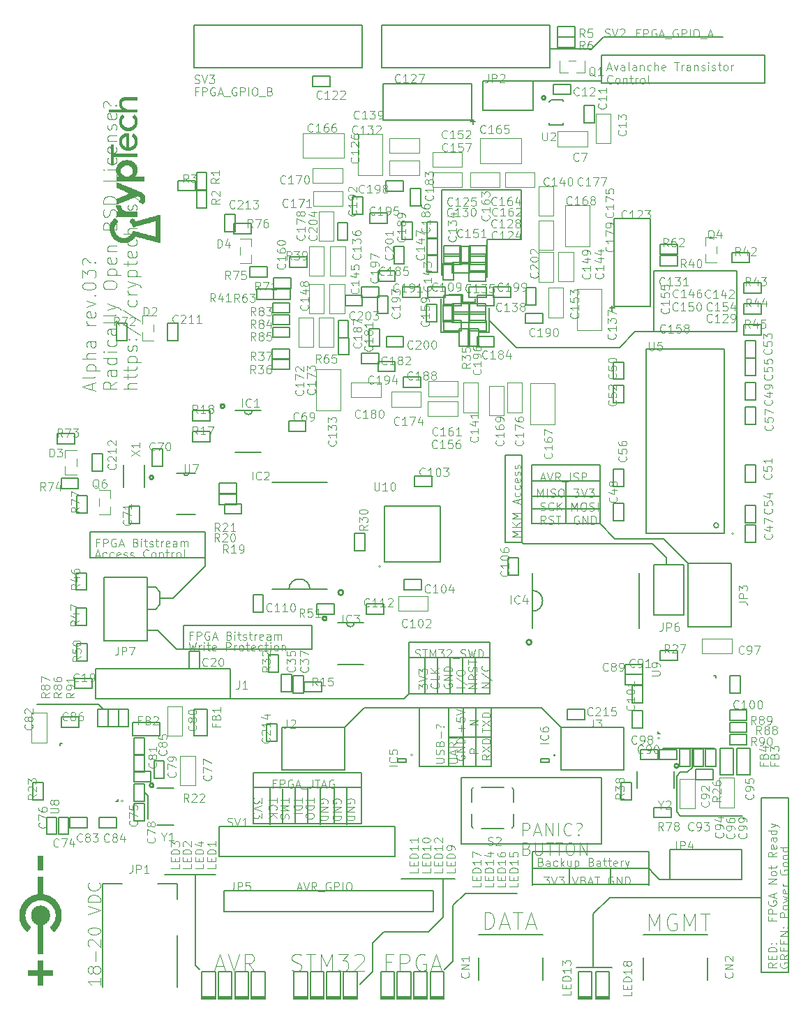
<source format=gbr>
G04 #@! TF.GenerationSoftware,KiCad,Pcbnew,5.0.0-rc2-dev-unknown-d35a6f1~64~ubuntu18.04.1*
G04 #@! TF.CreationDate,2018-05-21T11:58:17+02:00*
G04 #@! TF.ProjectId,Cryptech Alpha,437279707465636820416C7068612E6B,rev?*
G04 #@! TF.SameCoordinates,Original*
G04 #@! TF.FileFunction,Legend,Top*
G04 #@! TF.FilePolarity,Positive*
%FSLAX46Y46*%
G04 Gerber Fmt 4.6, Leading zero omitted, Abs format (unit mm)*
G04 Created by KiCad (PCBNEW 5.0.0-rc2-dev-unknown-d35a6f1~64~ubuntu18.04.1) date Mon May 21 11:58:17 2018*
%MOMM*%
%LPD*%
G01*
G04 APERTURE LIST*
%ADD10C,0.254000*%
%ADD11C,0.152400*%
%ADD12C,0.150000*%
%ADD13C,0.062500*%
%ADD14C,0.063500*%
%ADD15C,0.127000*%
%ADD16C,0.200000*%
%ADD17C,0.100000*%
%ADD18C,0.050800*%
%ADD19C,0.120000*%
%ADD20C,0.203200*%
G04 APERTURE END LIST*
D10*
X67523710Y25439000D02*
G75*
G03X67523710Y25439000I-306910J0D01*
G01*
D11*
X67589400Y31734000D02*
G75*
G02X67589400Y29194000I0J-1270000D01*
G01*
X38086000Y31850000D02*
G75*
G02X40626000Y31850000I1270000J0D01*
G01*
D10*
X44687910Y31477400D02*
G75*
G03X44687910Y31477400I-306910J0D01*
G01*
X85355420Y10451000D02*
G75*
G03X85355420Y10451000I-239620J0D01*
G01*
X21663620Y8090800D02*
G75*
G03X21663620Y8090800I-239620J0D01*
G01*
D11*
X25904800Y45939200D02*
G75*
G02X25295200Y45939200I-304800J12700D01*
G01*
D10*
X21639010Y45431200D02*
G75*
G03X21639010Y45431200I-230010J0D01*
G01*
D12*
X90220400Y39626400D02*
G75*
G03X90220400Y39626400I-300000J0D01*
G01*
D13*
X92045400Y38626400D02*
G75*
G03X92045400Y38626400I-125000J0D01*
G01*
D14*
X70415400Y11774400D02*
G75*
G03X70415400Y11774400I-127000J0D01*
G01*
X53118000Y11774400D02*
G75*
G03X53118000Y11774400I-127000J0D01*
G01*
D13*
X83060400Y13799600D02*
G75*
G03X83060400Y13799600I-125000J0D01*
G01*
X17993600Y6186000D02*
G75*
G03X17993600Y6186000I-125000J0D01*
G01*
D11*
X46044800Y27823200D02*
G75*
G02X45028800Y27823200I-508000J0D01*
G01*
D10*
X42665800Y28333200D02*
G75*
G03X42665800Y28333200I-254000J0D01*
G01*
X30284200Y54078000D02*
G75*
G03X30284200Y54078000I-254000J0D01*
G01*
D11*
X33663200Y53568000D02*
G75*
G02X32647200Y53568000I-508000J0D01*
G01*
D13*
X49208200Y34625000D02*
G75*
G03X49208200Y34625000I-125000J0D01*
G01*
D10*
X69230010Y91480010D02*
G75*
G03X69230010Y91480010I-230010J0D01*
G01*
D15*
X65300001Y3100206D02*
G75*
G02X65150800Y2897000I-210071J-2136D01*
G01*
X60285400Y7610800D02*
G75*
G02X60437800Y7810000I209000J-2000D01*
G01*
X60437793Y2896997D02*
G75*
G02X60285390Y3100200I59267J203203D01*
G01*
X65150796Y7809998D02*
G75*
G02X65300000Y7610800I-58196J-199068D01*
G01*
D12*
X22420000Y30020000D02*
X22420000Y30800000D01*
X21875000Y29475000D02*
X22420000Y30020000D01*
X20880000Y29475000D02*
X21875000Y29475000D01*
X20880000Y32100000D02*
X21900000Y32100000D01*
X21900000Y32100000D02*
X22420000Y31580000D01*
X22420000Y30800000D02*
X22420000Y31580000D01*
X22420000Y30800000D02*
X24000000Y30800000D01*
X20880000Y32100000D02*
X20880000Y33315000D01*
X20880000Y25635000D02*
X20880000Y26900000D01*
X20880000Y26900000D02*
X22125000Y26900000D01*
X24450000Y24575000D02*
X25325000Y24575000D01*
X22125000Y26900000D02*
X24450000Y24575000D01*
X53949990Y10374990D02*
X57450000Y10374990D01*
X53949990Y10374990D02*
X53949990Y17496990D01*
X57450000Y10373390D02*
X57450000Y17525000D01*
X57450000Y10373390D02*
X62600000Y10373390D01*
X52019980Y18621600D02*
X52600000Y19201620D01*
X50500000Y18621600D02*
X52019980Y18621600D01*
X52600000Y19201620D02*
X52600000Y22350810D01*
X26000000Y-2726000D02*
X26750000Y-2726000D01*
D16*
X77000000Y-5500000D02*
X95375000Y-5500000D01*
X75000000Y-7500000D02*
X77000000Y-5500000D01*
X75000000Y-14000000D02*
X75000000Y-7500000D01*
X73000000Y-14000000D02*
X77250000Y-14000000D01*
D12*
X46750000Y-16000000D02*
X48250000Y-14500000D01*
X48250000Y-14500000D02*
X48250000Y-11000000D01*
X48250000Y-11000000D02*
X49550000Y-9700000D01*
X49550000Y-9700000D02*
X54975000Y-9700000D01*
X54975000Y-9700000D02*
X56750000Y-7925000D01*
X56750000Y-7925000D02*
X56750000Y-3250000D01*
X51750000Y-3250000D02*
X58200000Y-3250000D01*
X57000000Y-14250000D02*
X58000000Y-13250000D01*
X58000000Y-13250000D02*
X58000000Y-6500000D01*
X58000000Y-6500000D02*
X59500000Y-5000000D01*
X59500000Y-5000000D02*
X59500000Y-5000000D01*
X59500000Y-5000000D02*
X65750000Y-5000000D01*
X26750000Y-13750000D02*
X27250000Y-14250000D01*
X26750000Y-13750000D02*
X26750000Y-2726000D01*
X23000000Y-2726000D02*
X29150000Y-2726000D01*
X66325000Y37600000D02*
X66525000Y37400000D01*
X66525000Y37400000D02*
X82200000Y37400000D01*
X82200000Y37400000D02*
X83900000Y35700000D01*
X75800000Y39825000D02*
X77625000Y38000000D01*
X77625000Y38000000D02*
X83552800Y38000000D01*
X83552800Y38000000D02*
X84577800Y36975000D01*
X64300000Y37600000D02*
X64300000Y48175000D01*
D16*
X83050000Y-3300000D02*
X84339330Y-3300000D01*
X82374800Y-2624800D02*
X83050000Y-3300000D01*
X81725000Y-1975000D02*
X81725000Y-1975000D01*
X81725000Y-1975000D02*
X82374800Y-2624800D01*
X32135000Y-4730000D02*
X55630000Y-4730000D01*
X30230000Y-4730000D02*
X32135000Y-4730000D01*
X30230000Y-7270000D02*
X30230000Y-4730000D01*
X30230000Y-7270000D02*
X55630000Y-7270000D01*
X55630000Y-7270000D02*
X55630000Y-4730000D01*
D12*
X56875000Y-17825000D02*
X56875000Y-14475000D01*
X55225000Y-17525010D02*
X56875000Y-17525010D01*
X55325000Y-17625010D02*
X56850000Y-17625010D01*
X55325000Y-17725000D02*
X55325000Y-17625000D01*
X56775000Y-17800010D02*
X56775000Y-17725010D01*
X55249990Y-17725010D02*
X56699990Y-17725010D01*
X55224990Y-14475000D02*
X56875000Y-14475000D01*
X55224990Y-17825010D02*
X55224990Y-14475000D01*
X55224990Y-17825010D02*
X56875000Y-17825010D01*
X53224990Y-17825010D02*
X54875000Y-17825010D01*
X53224990Y-17825010D02*
X53224990Y-14475000D01*
X53224990Y-14475000D02*
X54875000Y-14475000D01*
X53249990Y-17725010D02*
X54699990Y-17725010D01*
X54775000Y-17800010D02*
X54775000Y-17725010D01*
X53325000Y-17725000D02*
X53325000Y-17625000D01*
X53325000Y-17625010D02*
X54850000Y-17625010D01*
X53225000Y-17525010D02*
X54875000Y-17525010D01*
X54875000Y-17825000D02*
X54875000Y-14475000D01*
X51225000Y-17825010D02*
X52875010Y-17825010D01*
X51225000Y-17825010D02*
X51225000Y-14475000D01*
X51225000Y-14475000D02*
X52875010Y-14475000D01*
X51250000Y-17725010D02*
X52700000Y-17725010D01*
X52775000Y-17800010D02*
X52775000Y-17725010D01*
X51325000Y-17725000D02*
X51325000Y-17625000D01*
X51325000Y-17625010D02*
X52850000Y-17625010D01*
X51225000Y-17525010D02*
X52875000Y-17525010D01*
X52875010Y-17825000D02*
X52875010Y-14475000D01*
X50875010Y-17825000D02*
X50875010Y-14475000D01*
X49225000Y-17525010D02*
X50875000Y-17525010D01*
X49325000Y-17625010D02*
X50850000Y-17625010D01*
X49325000Y-17725000D02*
X49325000Y-17625000D01*
X50775000Y-17800010D02*
X50775000Y-17725010D01*
X49250000Y-17725010D02*
X50700000Y-17725010D01*
X49225000Y-14475000D02*
X50875010Y-14475000D01*
X49225000Y-17825010D02*
X49225000Y-14475000D01*
X49225000Y-17825010D02*
X50875010Y-17825010D01*
X29175010Y-17825000D02*
X29175010Y-14475000D01*
X27525000Y-17525010D02*
X29175000Y-17525010D01*
X27625000Y-17625010D02*
X29150000Y-17625010D01*
X27625000Y-17725000D02*
X27625000Y-17625000D01*
X29075000Y-17800010D02*
X29075000Y-17725010D01*
X27550000Y-17725010D02*
X29000000Y-17725010D01*
X27525000Y-14475000D02*
X29175010Y-14475000D01*
X27525000Y-17825010D02*
X27525000Y-14475000D01*
X27525000Y-17825010D02*
X29175010Y-17825010D01*
X29524990Y-17825010D02*
X31175000Y-17825010D01*
X29524990Y-17825010D02*
X29524990Y-14475000D01*
X29524990Y-14475000D02*
X31175000Y-14475000D01*
X29549990Y-17725010D02*
X30999990Y-17725010D01*
X31074990Y-17800010D02*
X31074990Y-17725010D01*
X29625000Y-17725000D02*
X29625000Y-17625000D01*
X29625000Y-17625010D02*
X31150000Y-17625010D01*
X29525000Y-17525010D02*
X31174990Y-17525010D01*
X31175000Y-17825000D02*
X31175000Y-14475000D01*
X35175000Y-17825000D02*
X35175000Y-14475000D01*
X33525000Y-17525010D02*
X35175000Y-17525010D01*
X33625000Y-17625010D02*
X35150000Y-17625010D01*
X33625000Y-17725000D02*
X33625000Y-17625000D01*
X35075000Y-17800010D02*
X35075000Y-17725010D01*
X33549990Y-17725010D02*
X34999990Y-17725010D01*
X33524990Y-14475000D02*
X35175000Y-14475000D01*
X33524990Y-17825010D02*
X33524990Y-14475000D01*
X33524990Y-17825010D02*
X35175000Y-17825010D01*
X31524990Y-17825010D02*
X33175000Y-17825010D01*
X31524990Y-17825010D02*
X31524990Y-14475000D01*
X31524990Y-14475000D02*
X33175000Y-14475000D01*
X31549990Y-17725010D02*
X32999990Y-17725010D01*
X33075000Y-17800010D02*
X33075000Y-17725010D01*
X31625000Y-17725000D02*
X31625000Y-17625000D01*
X31625000Y-17625010D02*
X33150000Y-17625010D01*
X31525000Y-17525010D02*
X33175000Y-17525010D01*
X33175000Y-17825000D02*
X33175000Y-14475000D01*
X40339200Y-17825000D02*
X40339200Y-14475000D01*
X38689190Y-17525010D02*
X40339190Y-17525010D01*
X38789190Y-17625010D02*
X40314190Y-17625010D01*
X38789190Y-17725000D02*
X38789190Y-17625000D01*
X40239190Y-17800000D02*
X40239190Y-17725010D01*
X38714190Y-17725010D02*
X40164190Y-17725010D01*
X38689190Y-14475000D02*
X40339200Y-14475000D01*
X38689190Y-17825000D02*
X38689190Y-14475000D01*
X38689190Y-17825000D02*
X40339200Y-17825000D01*
X40689190Y-17825000D02*
X42339200Y-17825000D01*
X40689190Y-17825000D02*
X40689190Y-14475000D01*
X40689190Y-14475000D02*
X42339200Y-14475000D01*
X40714190Y-17725010D02*
X42164190Y-17725010D01*
X42239190Y-17800000D02*
X42239190Y-17725010D01*
X40789190Y-17725000D02*
X40789190Y-17625000D01*
X40789190Y-17625010D02*
X42314200Y-17625010D01*
X40689190Y-17525010D02*
X42339190Y-17525010D01*
X42339200Y-17825000D02*
X42339200Y-14475000D01*
X42689190Y-17825000D02*
X44339200Y-17825000D01*
X42689190Y-17825000D02*
X42689190Y-14475000D01*
X42689190Y-14475000D02*
X44339200Y-14475000D01*
X42714190Y-17725010D02*
X44164190Y-17725010D01*
X44239200Y-17800000D02*
X44239200Y-17725010D01*
X42789200Y-17725000D02*
X42789200Y-17625000D01*
X42789200Y-17625010D02*
X44314200Y-17625010D01*
X42689200Y-17525010D02*
X44339200Y-17525010D01*
X44339200Y-17825000D02*
X44339200Y-14475000D01*
X46339200Y-17825000D02*
X46339200Y-14475000D01*
X44689200Y-17525010D02*
X46339200Y-17525010D01*
X44789200Y-17625010D02*
X46314200Y-17625010D01*
X44789200Y-17725000D02*
X44789200Y-17625000D01*
X46239200Y-17800000D02*
X46239200Y-17725010D01*
X44714200Y-17725010D02*
X46164200Y-17725010D01*
X44689190Y-14475000D02*
X46339200Y-14475000D01*
X44689190Y-17825000D02*
X44689190Y-14475000D01*
X44689190Y-17825000D02*
X46339200Y-17825000D01*
X83900000Y34930000D02*
X83900000Y35700000D01*
D16*
X82360740Y28730000D02*
X82360740Y34830000D01*
X82360740Y34830000D02*
X85960740Y34830000D01*
X85960740Y28730000D02*
X85960740Y34830000D01*
X82360740Y28730000D02*
X85960740Y28730000D01*
X84339330Y-3300000D02*
X84339330Y300000D01*
X84339330Y-3300000D02*
X93039330Y-3300000D01*
X93039330Y-3300000D02*
X93039330Y300000D01*
X84339330Y300000D02*
X93039330Y300000D01*
X86547000Y35005800D02*
X87847000Y35005800D01*
X86547000Y27325800D02*
X86547000Y35005800D01*
X86547000Y27325800D02*
X91747000Y27325800D01*
X91747000Y27325800D02*
X91747000Y35005800D01*
X87847000Y35005800D02*
X91747000Y35005800D01*
X71064590Y11252200D02*
X71064590Y15152200D01*
X71064590Y15152200D02*
X78744590Y15152200D01*
X78744590Y9952200D02*
X78744590Y15152200D01*
X71064590Y9952200D02*
X78744590Y9952200D01*
X71064590Y9952200D02*
X71064590Y11252200D01*
X37206390Y9952200D02*
X37206390Y11252200D01*
X37206390Y9952200D02*
X44886390Y9952200D01*
X44886390Y9952200D02*
X44886390Y15152200D01*
X37206390Y15152200D02*
X44886390Y15152200D01*
X37206390Y11252200D02*
X37206390Y15152200D01*
X14633800Y18621600D02*
X14633800Y22221600D01*
X14633800Y18621600D02*
X30933790Y18621600D01*
X30933790Y18621600D02*
X30933790Y22221600D01*
X14633800Y22221600D02*
X30933790Y22221600D01*
X29610000Y3100000D02*
X50968000Y3100000D01*
X50968000Y-500000D02*
X50968000Y3100000D01*
X29610000Y-500000D02*
X50968000Y-500000D01*
X29610000Y-500000D02*
X29610000Y3100000D01*
D17*
X15039800Y41960600D02*
X15039800Y42860600D01*
X16439800Y42910600D02*
X16439800Y43910600D01*
X15039800Y43910600D02*
X16439800Y43910600D01*
X16439800Y40910600D02*
X16439800Y41910600D01*
X15039800Y40910600D02*
X16439800Y40910600D01*
X88606400Y74550400D02*
X90006400Y74550400D01*
X88606400Y73550400D02*
X88606400Y74550400D01*
X88606400Y71550400D02*
X90006400Y71550400D01*
X88606400Y71550400D02*
X88606400Y72550400D01*
X90006400Y72600400D02*
X90006400Y73500400D01*
X70952000Y94538800D02*
X70952000Y95938800D01*
X70952000Y94538800D02*
X71952000Y94538800D01*
X73952000Y94538800D02*
X73952000Y95938800D01*
X72952000Y94538800D02*
X73952000Y94538800D01*
X72002000Y95938800D02*
X72902000Y95938800D01*
X32116800Y72473400D02*
X32116800Y73373400D01*
X33516800Y73423400D02*
X33516800Y74423400D01*
X32116800Y74423400D02*
X33516800Y74423400D01*
X33516800Y71423400D02*
X33516800Y72423400D01*
X32116800Y71423400D02*
X33516800Y71423400D01*
X10907800Y48769400D02*
X12307800Y48769400D01*
X10907800Y47769400D02*
X10907800Y48769400D01*
X10907800Y45769400D02*
X12307800Y45769400D01*
X10907800Y45769400D02*
X10907800Y46769400D01*
X12307800Y46819400D02*
X12307800Y47719400D01*
X21680400Y63100800D02*
X21680400Y64000800D01*
X20280400Y62050800D02*
X20280400Y63050800D01*
X20280400Y62050800D02*
X21680400Y62050800D01*
X20280400Y64050800D02*
X20280400Y65050800D01*
X20280400Y65050800D02*
X21680400Y65050800D01*
D12*
X20525000Y7275000D02*
X20975000Y6825000D01*
X20975000Y4000000D02*
X20975000Y6825000D01*
X7500000Y17900000D02*
X14950000Y17900000D01*
X14975000Y17900000D02*
X15500000Y17375000D01*
X98675000Y-14624800D02*
X98675000Y6575200D01*
X95375000Y6575200D02*
X98675000Y6575200D01*
X95375000Y-14624800D02*
X95375000Y6575200D01*
X95375000Y-14624800D02*
X98675000Y-14624800D01*
X62600000Y10373390D02*
X62600000Y17525000D01*
X57450000Y17525000D02*
X62600000Y17525000D01*
X59250000Y10475000D02*
X59250000Y17450000D01*
X60800000Y10525000D02*
X60800000Y17475000D01*
X57500000Y13950000D02*
X62550000Y13950000D01*
X68800000Y17416790D02*
X71064590Y15152200D01*
X47259190Y17525000D02*
X59150000Y17525000D01*
X44886390Y15152200D02*
X47259190Y17525000D01*
X61900000Y17525000D02*
X68691800Y17525000D01*
X68691800Y17525000D02*
X68800000Y17416790D01*
X85575000Y4400000D02*
X93125000Y4400000D01*
X85125000Y4850000D02*
X85575000Y4400000D01*
X85125000Y4850000D02*
X85125000Y9200000D01*
X85125000Y9200000D02*
X85600000Y9675000D01*
X85600000Y9675000D02*
X86450000Y9675000D01*
X86450000Y9675000D02*
X87000000Y10225000D01*
X87000000Y10225000D02*
X87000000Y12550000D01*
X83475000Y12550000D02*
X89725000Y12550000D01*
X25325000Y27525000D02*
X40875000Y27525000D01*
X40875000Y24575000D02*
X40875000Y27525000D01*
X25325000Y24575000D02*
X40875000Y24575000D01*
X25325000Y24575000D02*
X25325000Y27525000D01*
X25325000Y24575000D02*
X25325000Y26150000D01*
X13975000Y35700000D02*
X13975000Y38800000D01*
X13975000Y35700000D02*
X27900000Y35700000D01*
X27900000Y34700000D02*
X27900000Y38800000D01*
X13975000Y38800000D02*
X27900000Y38800000D01*
X52600000Y19201620D02*
X52600000Y23601620D01*
X52600000Y23601620D02*
X62500000Y23601620D01*
X62500000Y19201620D02*
X62500000Y23601620D01*
X52600000Y19201620D02*
X62500000Y19201620D01*
X54625000Y19176620D02*
X54625000Y23601620D01*
X56125000Y19201620D02*
X56125000Y23501620D01*
X57675000Y19226620D02*
X57675000Y23576620D01*
X59175000Y19226620D02*
X59175000Y23551620D01*
X60725000Y19151620D02*
X60725000Y23601620D01*
X52600000Y23601620D02*
X52600000Y25450810D01*
X52600000Y25450810D02*
X62500000Y25450810D01*
X62500000Y23601620D02*
X62500000Y25450810D01*
X30933790Y18621600D02*
X50500000Y18621600D01*
X76275000Y98850000D02*
X90750000Y98850000D01*
X69750000Y97400000D02*
X74825000Y97400000D01*
X74825000Y97400000D02*
X76275000Y98850000D01*
X76050000Y93300000D02*
X76050000Y96625000D01*
X67676800Y93544800D02*
X76044800Y93544800D01*
X33750000Y9650000D02*
X46900000Y9650000D01*
X33750000Y7800810D02*
X33750000Y9650000D01*
X41875000Y3350810D02*
X41875000Y7800810D01*
X40325000Y3425810D02*
X40325000Y7750800D01*
X38824990Y3425810D02*
X38824990Y7775810D01*
X37275000Y3400810D02*
X37275000Y7700810D01*
X35775000Y3375810D02*
X35775000Y7800810D01*
X33750000Y3400810D02*
X33750000Y7800810D01*
X46900000Y3400810D02*
X46900000Y7800810D01*
X45125000Y3350810D02*
X45125000Y7800810D01*
X46900000Y7800810D02*
X46900000Y9650000D01*
X33750000Y7800810D02*
X43575000Y7800810D01*
X33750000Y3400810D02*
X43575000Y3400810D01*
X43575000Y3400810D02*
X43575000Y7800810D01*
X43475000Y3400810D02*
X46900000Y3400810D01*
X43575000Y7800810D02*
X46900000Y7800810D01*
X71725000Y39850000D02*
X71725000Y44900000D01*
X67550000Y41625000D02*
X75750000Y41625000D01*
X67500000Y43175000D02*
X75725000Y43175000D01*
X75800000Y39825000D02*
X75800000Y44975000D01*
X67550000Y39825000D02*
X75800000Y39825000D01*
X67550000Y39825000D02*
X67550000Y44975000D01*
X67550000Y44975000D02*
X75800000Y44975000D01*
X67550000Y44975000D02*
X67550000Y46950000D01*
X75800000Y44975000D02*
X75800000Y46875000D01*
X67550000Y46950000D02*
X75800000Y46950000D01*
X75800000Y46875000D02*
X75800000Y46950000D01*
X84577800Y36975000D02*
X86547000Y35005800D01*
X15075000Y17350000D02*
X18400000Y17350000D01*
X67650000Y-1975000D02*
X67650000Y75000D01*
X67650000Y-1975000D02*
X81725000Y-1975000D01*
X81725000Y-1975000D02*
X81725000Y75000D01*
X67650000Y75000D02*
X81725000Y75000D01*
X66325000Y37600000D02*
X66325000Y48175000D01*
X64350000Y37600000D02*
X66325000Y37600000D01*
X64300000Y48175000D02*
X66325000Y48175000D01*
X76050000Y93250000D02*
X95850000Y93250000D01*
X76050000Y96625000D02*
X95850000Y96625000D01*
X95850000Y93250000D02*
X95850000Y96625000D01*
X62350000Y63075000D02*
X62350000Y65975000D01*
X56525000Y63050000D02*
X56525000Y67125000D01*
X56525000Y63050000D02*
X58675000Y63050000D01*
X57425000Y67600000D02*
X59100000Y67600000D01*
X59100000Y67600000D02*
X59125000Y67575000D01*
X59125000Y66675000D02*
X59125000Y67575000D01*
X59125000Y66675000D02*
X60650000Y66675000D01*
X60650000Y66675000D02*
X60650000Y67150000D01*
X61200000Y63075000D02*
X62350000Y63075000D01*
X82400000Y63100000D02*
X82400000Y70500000D01*
X82400000Y63100000D02*
X92400000Y63100000D01*
X92400000Y63100000D02*
X92400000Y70500000D01*
X82400000Y70500000D02*
X92400000Y70500000D01*
X80100000Y63100000D02*
X82400000Y63100000D01*
X78200000Y61200000D02*
X80100000Y63100000D01*
X67400000Y61200000D02*
X78200000Y61200000D01*
X65675000Y61200000D02*
X67400000Y61200000D01*
X62350000Y64525000D02*
X65675000Y61200000D01*
X56600000Y70000000D02*
X56600000Y80300000D01*
X56600000Y80300000D02*
X66300000Y80300000D01*
X66300000Y74300000D02*
X66300000Y80300000D01*
X62100000Y74300000D02*
X66300000Y74300000D01*
X62100000Y69700000D02*
X62100000Y74300000D01*
D18*
X22402800Y73937600D02*
X22402800Y77290400D01*
X22352000Y73937600D02*
X22352000Y77290400D01*
X22301200Y73988400D02*
X22301200Y77239600D01*
X22250400Y73988400D02*
X22250400Y77239600D01*
X22199600Y73988400D02*
X22199600Y77239600D01*
X22148800Y74039200D02*
X22148800Y77239600D01*
X22098000Y74039200D02*
X22098000Y77239600D01*
X22047200Y74039200D02*
X22047200Y77188800D01*
X21996400Y74039200D02*
X21996400Y77188800D01*
X21945600Y74090000D02*
X21945600Y77188800D01*
X21894800Y76630000D02*
X21894800Y77188800D01*
X21894800Y74090000D02*
X21894800Y74598000D01*
X21844000Y76579200D02*
X21844000Y77138000D01*
X21844000Y74090000D02*
X21844000Y74648800D01*
X21793200Y76579200D02*
X21793200Y77138000D01*
X21793200Y74090000D02*
X21793200Y74648800D01*
X21742400Y76579200D02*
X21742400Y77138000D01*
X21742400Y74140800D02*
X21742400Y74648800D01*
X21691600Y76528400D02*
X21691600Y77087200D01*
X21691600Y74140800D02*
X21691600Y74648800D01*
X21640800Y76528400D02*
X21640800Y77087200D01*
X21640800Y74140800D02*
X21640800Y74699600D01*
X21590000Y76528400D02*
X21590000Y77087200D01*
X21590000Y74140800D02*
X21590000Y74699600D01*
X21539200Y76528400D02*
X21539200Y77087200D01*
X21539200Y74191600D02*
X21539200Y74699600D01*
X21488400Y76477600D02*
X21488400Y77036400D01*
X21488400Y74191600D02*
X21488400Y74699600D01*
X21437600Y76477600D02*
X21437600Y77036400D01*
X21437600Y74191600D02*
X21437600Y74750400D01*
X21386800Y76477600D02*
X21386800Y77036400D01*
X21386800Y74191600D02*
X21386800Y74750400D01*
X21336000Y76477600D02*
X21336000Y77036400D01*
X21336000Y74242400D02*
X21336000Y74750400D01*
X21285200Y76426800D02*
X21285200Y76985600D01*
X21285200Y74242400D02*
X21285200Y74801200D01*
X21234400Y76426800D02*
X21234400Y76985600D01*
X21234400Y74242400D02*
X21234400Y74801200D01*
X21183600Y76426800D02*
X21183600Y76985600D01*
X21183600Y74293200D02*
X21183600Y74801200D01*
X21132800Y76376000D02*
X21132800Y76934800D01*
X21132800Y74293200D02*
X21132800Y74801200D01*
X21082000Y76376000D02*
X21082000Y76934800D01*
X21082000Y74293200D02*
X21082000Y74852000D01*
X21031200Y76376000D02*
X21031200Y76934800D01*
X21031200Y74293200D02*
X21031200Y74852000D01*
X20980400Y76376000D02*
X20980400Y76934800D01*
X20980400Y74344000D02*
X20980400Y74852000D01*
X20929600Y76325200D02*
X20929600Y76884000D01*
X20929600Y74344000D02*
X20929600Y74852000D01*
X20878800Y76325200D02*
X20878800Y76884000D01*
X20878800Y74344000D02*
X20878800Y74902800D01*
X20828000Y76325200D02*
X20828000Y76884000D01*
X20828000Y74344000D02*
X20828000Y74902800D01*
X20777200Y76325200D02*
X20777200Y76833200D01*
X20777200Y74394800D02*
X20777200Y74902800D01*
X20726400Y76274400D02*
X20726400Y76833200D01*
X20726400Y74394800D02*
X20726400Y74953600D01*
X20675600Y76274400D02*
X20675600Y76833200D01*
X20675600Y74394800D02*
X20675600Y74953600D01*
X20624800Y76274400D02*
X20624800Y76833200D01*
X20624800Y74394800D02*
X20624800Y74953600D01*
X20574000Y79068400D02*
X20574000Y79474800D01*
X20574000Y76223600D02*
X20574000Y76782400D01*
X20574000Y74445600D02*
X20574000Y74953600D01*
X20523200Y78916000D02*
X20523200Y79627200D01*
X20523200Y76223600D02*
X20523200Y76782400D01*
X20523200Y74445600D02*
X20523200Y75004400D01*
X20472400Y81405200D02*
X20472400Y81964000D01*
X20472400Y78814400D02*
X20472400Y79728800D01*
X20472400Y76223600D02*
X20472400Y76782400D01*
X20472400Y74445600D02*
X20472400Y75004400D01*
X20421600Y81405200D02*
X20421600Y81964000D01*
X20421600Y78763600D02*
X20421600Y79779600D01*
X20421600Y76223600D02*
X20421600Y76782400D01*
X20421600Y74496400D02*
X20421600Y75004400D01*
X20370800Y81405200D02*
X20370800Y81964000D01*
X20370800Y78712800D02*
X20370800Y79830400D01*
X20370800Y76172800D02*
X20370800Y76731600D01*
X20370800Y74496400D02*
X20370800Y75004400D01*
X20320000Y81405200D02*
X20320000Y81964000D01*
X20320000Y78662000D02*
X20320000Y79881200D01*
X20320000Y76172800D02*
X20320000Y76731600D01*
X20320000Y74496400D02*
X20320000Y75055200D01*
X20269200Y81405200D02*
X20269200Y81964000D01*
X20269200Y78662000D02*
X20269200Y79932000D01*
X20269200Y76172800D02*
X20269200Y76731600D01*
X20269200Y74496400D02*
X20269200Y75055200D01*
X20218400Y81405200D02*
X20218400Y81964000D01*
X20218400Y78712800D02*
X20218400Y79982800D01*
X20218400Y76172800D02*
X20218400Y76680800D01*
X20218400Y74547200D02*
X20218400Y75055200D01*
X20167600Y81405200D02*
X20167600Y81964000D01*
X20167600Y78763600D02*
X20167600Y80033600D01*
X20167600Y76122000D02*
X20167600Y76680800D01*
X20167600Y74547200D02*
X20167600Y75106000D01*
X20116800Y81405200D02*
X20116800Y81964000D01*
X20116800Y78763600D02*
X20116800Y80033600D01*
X20116800Y76122000D02*
X20116800Y76680800D01*
X20116800Y74547200D02*
X20116800Y75106000D01*
X20066000Y81405200D02*
X20066000Y81964000D01*
X20066000Y78814400D02*
X20066000Y80084400D01*
X20066000Y76122000D02*
X20066000Y76680800D01*
X20066000Y74547200D02*
X20066000Y75106000D01*
X20015200Y81405200D02*
X20015200Y81964000D01*
X20015200Y79373200D02*
X20015200Y80084400D01*
X20015200Y78814400D02*
X20015200Y79170000D01*
X20015200Y76071200D02*
X20015200Y76630000D01*
X20015200Y74598000D02*
X20015200Y75106000D01*
X19964400Y81405200D02*
X19964400Y81964000D01*
X19964400Y79474800D02*
X19964400Y80084400D01*
X19964400Y78865200D02*
X19964400Y79068400D01*
X19964400Y76071200D02*
X19964400Y76630000D01*
X19964400Y74598000D02*
X19964400Y75156800D01*
X19913600Y81405200D02*
X19913600Y81964000D01*
X19913600Y79525600D02*
X19913600Y80135200D01*
X19913600Y78865200D02*
X19913600Y78966800D01*
X19913600Y76071200D02*
X19913600Y76630000D01*
X19913600Y74598000D02*
X19913600Y75156800D01*
X19862800Y81405200D02*
X19862800Y81964000D01*
X19862800Y79525600D02*
X19862800Y80135200D01*
X19862800Y76071200D02*
X19862800Y76579200D01*
X19862800Y74598000D02*
X19862800Y75156800D01*
X19812000Y81405200D02*
X19812000Y81964000D01*
X19812000Y79576400D02*
X19812000Y80186000D01*
X19812000Y76020400D02*
X19812000Y76579200D01*
X19812000Y74648800D02*
X19812000Y75156800D01*
X19761200Y81405200D02*
X19761200Y81964000D01*
X19761200Y79576400D02*
X19761200Y80186000D01*
X19761200Y76020400D02*
X19761200Y76579200D01*
X19761200Y74648800D02*
X19761200Y75207600D01*
X19710400Y81405200D02*
X19710400Y81964000D01*
X19710400Y79627200D02*
X19710400Y80186000D01*
X19710400Y76020400D02*
X19710400Y76579200D01*
X19710400Y74648800D02*
X19710400Y75207600D01*
X19659600Y88466400D02*
X19659600Y88822000D01*
X19659600Y86028000D02*
X19659600Y86434400D01*
X19659600Y82675200D02*
X19659600Y82827600D01*
X19659600Y81405200D02*
X19659600Y81964000D01*
X19659600Y79627200D02*
X19659600Y80236800D01*
X19659600Y75969600D02*
X19659600Y76528400D01*
X19659600Y74648800D02*
X19659600Y75207600D01*
X19608800Y91260400D02*
X19608800Y91565200D01*
X19608800Y89787200D02*
X19608800Y90092000D01*
X19608800Y88263200D02*
X19608800Y89025200D01*
X19608800Y85824800D02*
X19608800Y86637600D01*
X19608800Y84402400D02*
X19608800Y84758000D01*
X19608800Y82421200D02*
X19608800Y83132400D01*
X19608800Y81405200D02*
X19608800Y81964000D01*
X19608800Y79576400D02*
X19608800Y80236800D01*
X19608800Y77138000D02*
X19608800Y77696800D01*
X19608800Y75969600D02*
X19608800Y76528400D01*
X19608800Y74699600D02*
X19608800Y75258400D01*
X19558000Y91260400D02*
X19558000Y91565200D01*
X19558000Y89787200D02*
X19558000Y90092000D01*
X19558000Y88110800D02*
X19558000Y89126800D01*
X19558000Y85672400D02*
X19558000Y86739200D01*
X19558000Y84402400D02*
X19558000Y84758000D01*
X19558000Y82268800D02*
X19558000Y83234000D01*
X19558000Y81405200D02*
X19558000Y81964000D01*
X19558000Y79576400D02*
X19558000Y80287600D01*
X19558000Y77138000D02*
X19558000Y77696800D01*
X19558000Y75969600D02*
X19558000Y76528400D01*
X19558000Y74699600D02*
X19558000Y75258400D01*
X19507200Y91260400D02*
X19507200Y91565200D01*
X19507200Y89787200D02*
X19507200Y90092000D01*
X19507200Y88009200D02*
X19507200Y89228400D01*
X19507200Y85621600D02*
X19507200Y86840800D01*
X19507200Y84402400D02*
X19507200Y84758000D01*
X19507200Y82167200D02*
X19507200Y83335600D01*
X19507200Y81405200D02*
X19507200Y81964000D01*
X19507200Y79576400D02*
X19507200Y80287600D01*
X19507200Y77138000D02*
X19507200Y77696800D01*
X19507200Y75969600D02*
X19507200Y76528400D01*
X19507200Y74699600D02*
X19507200Y75258400D01*
X19456400Y91260400D02*
X19456400Y91565200D01*
X19456400Y89787200D02*
X19456400Y90092000D01*
X19456400Y87958400D02*
X19456400Y89279200D01*
X19456400Y85520000D02*
X19456400Y86942400D01*
X19456400Y84402400D02*
X19456400Y84758000D01*
X19456400Y82116400D02*
X19456400Y83386400D01*
X19456400Y81405200D02*
X19456400Y81964000D01*
X19456400Y79525600D02*
X19456400Y80287600D01*
X19456400Y77138000D02*
X19456400Y77696800D01*
X19456400Y75918800D02*
X19456400Y76477600D01*
X19456400Y74750400D02*
X19456400Y75258400D01*
X19405600Y91260400D02*
X19405600Y91565200D01*
X19405600Y89787200D02*
X19405600Y90092000D01*
X19405600Y87907600D02*
X19405600Y89330000D01*
X19405600Y85469200D02*
X19405600Y86993200D01*
X19405600Y84402400D02*
X19405600Y84758000D01*
X19405600Y82065600D02*
X19405600Y83488000D01*
X19405600Y81405200D02*
X19405600Y81964000D01*
X19405600Y79525600D02*
X19405600Y80338400D01*
X19405600Y77138000D02*
X19405600Y77696800D01*
X19405600Y75918800D02*
X19405600Y76528400D01*
X19405600Y74699600D02*
X19405600Y75309200D01*
X19354800Y91260400D02*
X19354800Y91565200D01*
X19354800Y89787200D02*
X19354800Y90092000D01*
X19354800Y88822000D02*
X19354800Y89380800D01*
X19354800Y87856800D02*
X19354800Y88466400D01*
X19354800Y86383600D02*
X19354800Y87044000D01*
X19354800Y85418400D02*
X19354800Y86028000D01*
X19354800Y84402400D02*
X19354800Y84758000D01*
X19354800Y82014800D02*
X19354800Y83538800D01*
X19354800Y81405200D02*
X19354800Y81964000D01*
X19354800Y79474800D02*
X19354800Y80338400D01*
X19354800Y77138000D02*
X19354800Y77696800D01*
X19354800Y75918800D02*
X19354800Y76579200D01*
X19354800Y74648800D02*
X19354800Y75309200D01*
X19304000Y91260400D02*
X19304000Y91565200D01*
X19304000Y89787200D02*
X19304000Y90092000D01*
X19304000Y88923600D02*
X19304000Y89431600D01*
X19304000Y87806000D02*
X19304000Y88314000D01*
X19304000Y86536000D02*
X19304000Y87094800D01*
X19304000Y85367600D02*
X19304000Y85875600D01*
X19304000Y84402400D02*
X19304000Y84758000D01*
X19304000Y81405200D02*
X19304000Y83589600D01*
X19304000Y79474800D02*
X19304000Y80389200D01*
X19304000Y77138000D02*
X19304000Y77696800D01*
X19304000Y75918800D02*
X19304000Y76680800D01*
X19304000Y74547200D02*
X19304000Y75309200D01*
X19253200Y91260400D02*
X19253200Y91565200D01*
X19253200Y89787200D02*
X19253200Y90092000D01*
X19253200Y89025200D02*
X19253200Y89431600D01*
X19253200Y87755200D02*
X19253200Y88212400D01*
X19253200Y86637600D02*
X19253200Y87094800D01*
X19253200Y85367600D02*
X19253200Y85774000D01*
X19253200Y84402400D02*
X19253200Y84758000D01*
X19253200Y81405200D02*
X19253200Y83640400D01*
X19253200Y79474800D02*
X19253200Y80389200D01*
X19253200Y77138000D02*
X19253200Y77696800D01*
X19253200Y75868000D02*
X19253200Y76731600D01*
X19253200Y74496400D02*
X19253200Y75309200D01*
X19202400Y91260400D02*
X19202400Y91565200D01*
X19202400Y89787200D02*
X19202400Y90092000D01*
X19202400Y89076000D02*
X19202400Y89330000D01*
X19202400Y87704400D02*
X19202400Y88161600D01*
X19202400Y86688400D02*
X19202400Y87145600D01*
X19202400Y85316800D02*
X19202400Y85723200D01*
X19202400Y84402400D02*
X19202400Y84758000D01*
X19202400Y81405200D02*
X19202400Y83691200D01*
X19202400Y79424000D02*
X19202400Y80389200D01*
X19202400Y77138000D02*
X19202400Y77696800D01*
X19202400Y75868000D02*
X19202400Y76782400D01*
X19202400Y74445600D02*
X19202400Y75360000D01*
X19151600Y91260400D02*
X19151600Y91565200D01*
X19151600Y89787200D02*
X19151600Y90092000D01*
X19151600Y89126800D02*
X19151600Y89279200D01*
X19151600Y87704400D02*
X19151600Y88110800D01*
X19151600Y86790000D02*
X19151600Y87094800D01*
X19151600Y85266000D02*
X19151600Y85672400D01*
X19151600Y84402400D02*
X19151600Y84758000D01*
X19151600Y82675200D02*
X19151600Y83691200D01*
X19151600Y81405200D02*
X19151600Y82624400D01*
X19151600Y79424000D02*
X19151600Y80440000D01*
X19151600Y77138000D02*
X19151600Y77696800D01*
X19151600Y75918800D02*
X19151600Y76833200D01*
X19151600Y74394800D02*
X19151600Y75309200D01*
X19100800Y91260400D02*
X19100800Y91565200D01*
X19100800Y89787200D02*
X19100800Y90092000D01*
X19100800Y89177600D02*
X19100800Y89228400D01*
X19100800Y87653600D02*
X19100800Y88060000D01*
X19100800Y86840800D02*
X19100800Y87044000D01*
X19100800Y85266000D02*
X19100800Y85621600D01*
X19100800Y84402400D02*
X19100800Y84758000D01*
X19100800Y82878400D02*
X19100800Y83742000D01*
X19100800Y81405200D02*
X19100800Y82370400D01*
X19100800Y79373200D02*
X19100800Y80440000D01*
X19100800Y77138000D02*
X19100800Y77696800D01*
X19100800Y75969600D02*
X19100800Y76884000D01*
X19100800Y74344000D02*
X19100800Y75258400D01*
X19050000Y91260400D02*
X19050000Y91565200D01*
X19050000Y89787200D02*
X19050000Y90092000D01*
X19050000Y87653600D02*
X19050000Y88009200D01*
X19050000Y86840800D02*
X19050000Y86942400D01*
X19050000Y85215200D02*
X19050000Y85621600D01*
X19050000Y84402400D02*
X19050000Y84758000D01*
X19050000Y82980000D02*
X19050000Y83792800D01*
X19050000Y81405200D02*
X19050000Y82268800D01*
X19050000Y79373200D02*
X19050000Y80490800D01*
X19050000Y77138000D02*
X19050000Y77696800D01*
X19050000Y76071200D02*
X19050000Y76884000D01*
X19050000Y74293200D02*
X19050000Y75156800D01*
X18999200Y91260400D02*
X18999200Y91565200D01*
X18999200Y89787200D02*
X18999200Y90092000D01*
X18999200Y87602800D02*
X18999200Y87958400D01*
X18999200Y85215200D02*
X18999200Y85570800D01*
X18999200Y84402400D02*
X18999200Y84758000D01*
X18999200Y83081600D02*
X18999200Y83792800D01*
X18999200Y81405200D02*
X18999200Y82218000D01*
X18999200Y79373200D02*
X18999200Y80490800D01*
X18999200Y77138000D02*
X18999200Y77696800D01*
X18999200Y76172800D02*
X18999200Y76833200D01*
X18999200Y74293200D02*
X18999200Y75055200D01*
X18948400Y91260400D02*
X18948400Y91565200D01*
X18948400Y89787200D02*
X18948400Y90092000D01*
X18948400Y87602800D02*
X18948400Y87958400D01*
X18948400Y85215200D02*
X18948400Y85570800D01*
X18948400Y84402400D02*
X18948400Y84758000D01*
X18948400Y83132400D02*
X18948400Y83843600D01*
X18948400Y81405200D02*
X18948400Y82167200D01*
X18948400Y79322400D02*
X18948400Y80541600D01*
X18948400Y77138000D02*
X18948400Y77696800D01*
X18948400Y76223600D02*
X18948400Y76782400D01*
X18948400Y74242400D02*
X18948400Y75004400D01*
X18897600Y91260400D02*
X18897600Y91565200D01*
X18897600Y89787200D02*
X18897600Y90092000D01*
X18897600Y87602800D02*
X18897600Y87907600D01*
X18897600Y85164400D02*
X18897600Y85520000D01*
X18897600Y84402400D02*
X18897600Y84758000D01*
X18897600Y83183200D02*
X18897600Y83843600D01*
X18897600Y81405200D02*
X18897600Y82116400D01*
X18897600Y79322400D02*
X18897600Y80541600D01*
X18897600Y77138000D02*
X18897600Y77696800D01*
X18897600Y76325200D02*
X18897600Y76731600D01*
X18897600Y74191600D02*
X18897600Y74902800D01*
X18846800Y91260400D02*
X18846800Y91565200D01*
X18846800Y89787200D02*
X18846800Y90092000D01*
X18846800Y87552000D02*
X18846800Y87907600D01*
X18846800Y85164400D02*
X18846800Y85520000D01*
X18846800Y84402400D02*
X18846800Y84758000D01*
X18846800Y83234000D02*
X18846800Y83843600D01*
X18846800Y81405200D02*
X18846800Y82065600D01*
X18846800Y79271600D02*
X18846800Y80541600D01*
X18846800Y77138000D02*
X18846800Y77696800D01*
X18846800Y76376000D02*
X18846800Y76680800D01*
X18846800Y74191600D02*
X18846800Y74852000D01*
X18796000Y91260400D02*
X18796000Y91565200D01*
X18796000Y89787200D02*
X18796000Y90092000D01*
X18796000Y87552000D02*
X18796000Y87907600D01*
X18796000Y85164400D02*
X18796000Y85520000D01*
X18796000Y84402400D02*
X18796000Y84758000D01*
X18796000Y83234000D02*
X18796000Y83894400D01*
X18796000Y81405200D02*
X18796000Y82065600D01*
X18796000Y79982800D02*
X18796000Y80592400D01*
X18796000Y79271600D02*
X18796000Y79881200D01*
X18796000Y77138000D02*
X18796000Y77696800D01*
X18796000Y76426800D02*
X18796000Y76630000D01*
X18796000Y74140800D02*
X18796000Y74801200D01*
X18745200Y91260400D02*
X18745200Y91565200D01*
X18745200Y89787200D02*
X18745200Y90092000D01*
X18745200Y87552000D02*
X18745200Y87907600D01*
X18745200Y85164400D02*
X18745200Y85469200D01*
X18745200Y84402400D02*
X18745200Y84758000D01*
X18745200Y83284800D02*
X18745200Y83894400D01*
X18745200Y81405200D02*
X18745200Y82014800D01*
X18745200Y79982800D02*
X18745200Y80592400D01*
X18745200Y79271600D02*
X18745200Y79881200D01*
X18745200Y77138000D02*
X18745200Y77696800D01*
X18745200Y76477600D02*
X18745200Y76579200D01*
X18745200Y74140800D02*
X18745200Y74750400D01*
X18694400Y91260400D02*
X18694400Y91565200D01*
X18694400Y89787200D02*
X18694400Y90092000D01*
X18694400Y87552000D02*
X18694400Y87856800D01*
X18694400Y85164400D02*
X18694400Y85469200D01*
X18694400Y84402400D02*
X18694400Y84758000D01*
X18694400Y83284800D02*
X18694400Y83894400D01*
X18694400Y81405200D02*
X18694400Y82014800D01*
X18694400Y79982800D02*
X18694400Y80643200D01*
X18694400Y79220800D02*
X18694400Y79881200D01*
X18694400Y77138000D02*
X18694400Y77696800D01*
X18694400Y74090000D02*
X18694400Y74699600D01*
X18643600Y91260400D02*
X18643600Y91565200D01*
X18643600Y89787200D02*
X18643600Y90092000D01*
X18643600Y87552000D02*
X18643600Y87856800D01*
X18643600Y85164400D02*
X18643600Y87196400D01*
X18643600Y84402400D02*
X18643600Y84758000D01*
X18643600Y83335600D02*
X18643600Y83894400D01*
X18643600Y81405200D02*
X18643600Y81964000D01*
X18643600Y80033600D02*
X18643600Y80643200D01*
X18643600Y79220800D02*
X18643600Y79830400D01*
X18643600Y77138000D02*
X18643600Y77696800D01*
X18643600Y74090000D02*
X18643600Y74699600D01*
X18592800Y91260400D02*
X18592800Y91565200D01*
X18592800Y89787200D02*
X18592800Y90092000D01*
X18592800Y87552000D02*
X18592800Y87856800D01*
X18592800Y85164400D02*
X18592800Y87196400D01*
X18592800Y84402400D02*
X18592800Y84758000D01*
X18592800Y83335600D02*
X18592800Y83894400D01*
X18592800Y81405200D02*
X18592800Y81964000D01*
X18592800Y80033600D02*
X18592800Y80643200D01*
X18592800Y79170000D02*
X18592800Y79830400D01*
X18592800Y77138000D02*
X18592800Y77696800D01*
X18592800Y74039200D02*
X18592800Y74648800D01*
X18542000Y91260400D02*
X18542000Y91565200D01*
X18542000Y89787200D02*
X18542000Y90092000D01*
X18542000Y87552000D02*
X18542000Y87856800D01*
X18542000Y85164400D02*
X18542000Y87196400D01*
X18542000Y84402400D02*
X18542000Y84758000D01*
X18542000Y83335600D02*
X18542000Y83894400D01*
X18542000Y81405200D02*
X18542000Y81964000D01*
X18542000Y80084400D02*
X18542000Y80694000D01*
X18542000Y79170000D02*
X18542000Y79779600D01*
X18542000Y77138000D02*
X18542000Y77696800D01*
X18542000Y74039200D02*
X18542000Y74598000D01*
X18491200Y91260400D02*
X18491200Y91565200D01*
X18491200Y89787200D02*
X18491200Y90092000D01*
X18491200Y87552000D02*
X18491200Y87856800D01*
X18491200Y85164400D02*
X18491200Y87196400D01*
X18491200Y84402400D02*
X18491200Y84758000D01*
X18491200Y83335600D02*
X18491200Y83945200D01*
X18491200Y81405200D02*
X18491200Y81964000D01*
X18491200Y80084400D02*
X18491200Y80694000D01*
X18491200Y79170000D02*
X18491200Y79779600D01*
X18491200Y77138000D02*
X18491200Y77696800D01*
X18491200Y74039200D02*
X18491200Y74598000D01*
X18440400Y91260400D02*
X18440400Y91565200D01*
X18440400Y89787200D02*
X18440400Y90092000D01*
X18440400Y87552000D02*
X18440400Y87856800D01*
X18440400Y85164400D02*
X18440400Y87196400D01*
X18440400Y84402400D02*
X18440400Y84758000D01*
X18440400Y83335600D02*
X18440400Y83945200D01*
X18440400Y81405200D02*
X18440400Y81964000D01*
X18440400Y80084400D02*
X18440400Y80744800D01*
X18440400Y79119200D02*
X18440400Y79779600D01*
X18440400Y77138000D02*
X18440400Y77696800D01*
X18440400Y73988400D02*
X18440400Y74547200D01*
X18389600Y91260400D02*
X18389600Y91565200D01*
X18389600Y89787200D02*
X18389600Y90142800D01*
X18389600Y87552000D02*
X18389600Y87907600D01*
X18389600Y85164400D02*
X18389600Y87196400D01*
X18389600Y84402400D02*
X18389600Y84758000D01*
X18389600Y83335600D02*
X18389600Y83945200D01*
X18389600Y81405200D02*
X18389600Y81964000D01*
X18389600Y80135200D02*
X18389600Y80744800D01*
X18389600Y79119200D02*
X18389600Y79728800D01*
X18389600Y77138000D02*
X18389600Y77696800D01*
X18389600Y73988400D02*
X18389600Y74547200D01*
X18338800Y91260400D02*
X18338800Y91565200D01*
X18338800Y89787200D02*
X18338800Y90142800D01*
X18338800Y87552000D02*
X18338800Y87907600D01*
X18338800Y86840800D02*
X18338800Y87196400D01*
X18338800Y85164400D02*
X18338800Y85469200D01*
X18338800Y84402400D02*
X18338800Y84758000D01*
X18338800Y83335600D02*
X18338800Y83945200D01*
X18338800Y81405200D02*
X18338800Y81964000D01*
X18338800Y80135200D02*
X18338800Y80744800D01*
X18338800Y79068400D02*
X18338800Y79728800D01*
X18338800Y77138000D02*
X18338800Y77696800D01*
X18338800Y73988400D02*
X18338800Y74547200D01*
X18288000Y91260400D02*
X18288000Y91565200D01*
X18288000Y89787200D02*
X18288000Y90142800D01*
X18288000Y87552000D02*
X18288000Y87907600D01*
X18288000Y86840800D02*
X18288000Y87196400D01*
X18288000Y85164400D02*
X18288000Y85520000D01*
X18288000Y84402400D02*
X18288000Y84758000D01*
X18288000Y83335600D02*
X18288000Y83945200D01*
X18288000Y81405200D02*
X18288000Y81964000D01*
X18288000Y80186000D02*
X18288000Y80795600D01*
X18288000Y79068400D02*
X18288000Y79678000D01*
X18288000Y77138000D02*
X18288000Y77696800D01*
X18288000Y73988400D02*
X18288000Y74496400D01*
X18237200Y91260400D02*
X18237200Y91565200D01*
X18237200Y89787200D02*
X18237200Y90142800D01*
X18237200Y87602800D02*
X18237200Y87958400D01*
X18237200Y86840800D02*
X18237200Y87145600D01*
X18237200Y85215200D02*
X18237200Y85520000D01*
X18237200Y84402400D02*
X18237200Y84758000D01*
X18237200Y83335600D02*
X18237200Y83894400D01*
X18237200Y81405200D02*
X18237200Y81964000D01*
X18237200Y80186000D02*
X18237200Y80795600D01*
X18237200Y79068400D02*
X18237200Y79678000D01*
X18237200Y77138000D02*
X18237200Y77696800D01*
X18237200Y73988400D02*
X18237200Y74496400D01*
X18186400Y91260400D02*
X18186400Y91565200D01*
X18186400Y89787200D02*
X18186400Y90193600D01*
X18186400Y87602800D02*
X18186400Y87958400D01*
X18186400Y86840800D02*
X18186400Y87145600D01*
X18186400Y85215200D02*
X18186400Y85520000D01*
X18186400Y84402400D02*
X18186400Y84758000D01*
X18186400Y83335600D02*
X18186400Y83894400D01*
X18186400Y81405200D02*
X18186400Y81964000D01*
X18186400Y80186000D02*
X18186400Y80846400D01*
X18186400Y79017600D02*
X18186400Y79678000D01*
X18186400Y77138000D02*
X18186400Y77747600D01*
X18186400Y73937600D02*
X18186400Y74496400D01*
X18135600Y91260400D02*
X18135600Y91565200D01*
X18135600Y89787200D02*
X18135600Y90193600D01*
X18135600Y87602800D02*
X18135600Y88009200D01*
X18135600Y86790000D02*
X18135600Y87145600D01*
X18135600Y85215200D02*
X18135600Y85570800D01*
X18135600Y84402400D02*
X18135600Y84758000D01*
X18135600Y83335600D02*
X18135600Y83894400D01*
X18135600Y81405200D02*
X18135600Y81964000D01*
X18135600Y80236800D02*
X18135600Y80846400D01*
X18135600Y79017600D02*
X18135600Y79627200D01*
X18135600Y77138000D02*
X18135600Y77747600D01*
X18135600Y73937600D02*
X18135600Y74496400D01*
X18084800Y91209600D02*
X18084800Y91565200D01*
X18084800Y89787200D02*
X18084800Y90244400D01*
X18084800Y87653600D02*
X18084800Y88009200D01*
X18084800Y86790000D02*
X18084800Y87145600D01*
X18084800Y85266000D02*
X18084800Y85621600D01*
X18084800Y84402400D02*
X18084800Y84758000D01*
X18084800Y83284800D02*
X18084800Y83894400D01*
X18084800Y81405200D02*
X18084800Y82014800D01*
X18084800Y80236800D02*
X18084800Y80846400D01*
X18084800Y78966800D02*
X18084800Y79627200D01*
X18084800Y77138000D02*
X18084800Y77747600D01*
X18084800Y73937600D02*
X18084800Y74496400D01*
X18034000Y91209600D02*
X18034000Y91565200D01*
X18034000Y89787200D02*
X18034000Y90244400D01*
X18034000Y89177600D02*
X18034000Y89228400D01*
X18034000Y87653600D02*
X18034000Y88060000D01*
X18034000Y86739200D02*
X18034000Y87094800D01*
X18034000Y85266000D02*
X18034000Y85621600D01*
X18034000Y84402400D02*
X18034000Y84758000D01*
X18034000Y83284800D02*
X18034000Y83894400D01*
X18034000Y81405200D02*
X18034000Y82014800D01*
X18034000Y80287600D02*
X18034000Y80897200D01*
X18034000Y78966800D02*
X18034000Y79576400D01*
X18034000Y77138000D02*
X18034000Y77798400D01*
X18034000Y73937600D02*
X18034000Y74496400D01*
X17983200Y91158800D02*
X17983200Y91565200D01*
X17983200Y89787200D02*
X17983200Y90295200D01*
X17983200Y89126800D02*
X17983200Y89279200D01*
X17983200Y87704400D02*
X17983200Y88110800D01*
X17983200Y86688400D02*
X17983200Y87094800D01*
X17983200Y85316800D02*
X17983200Y85672400D01*
X17983200Y84402400D02*
X17983200Y84758000D01*
X17983200Y83234000D02*
X17983200Y83894400D01*
X17983200Y81405200D02*
X17983200Y82065600D01*
X17983200Y80287600D02*
X17983200Y80897200D01*
X17983200Y78966800D02*
X17983200Y79576400D01*
X17983200Y77138000D02*
X17983200Y77849200D01*
X17983200Y73937600D02*
X17983200Y74496400D01*
X17932400Y91158800D02*
X17932400Y91514400D01*
X17932400Y89787200D02*
X17932400Y90346000D01*
X17932400Y89076000D02*
X17932400Y89380800D01*
X17932400Y87704400D02*
X17932400Y88161600D01*
X17932400Y86637600D02*
X17932400Y87044000D01*
X17932400Y85316800D02*
X17932400Y85723200D01*
X17932400Y84402400D02*
X17932400Y84758000D01*
X17932400Y83234000D02*
X17932400Y83843600D01*
X17932400Y81405200D02*
X17932400Y82065600D01*
X17932400Y80338400D02*
X17932400Y80948000D01*
X17932400Y78916000D02*
X17932400Y79576400D01*
X17932400Y77138000D02*
X17932400Y77849200D01*
X17932400Y73937600D02*
X17932400Y74496400D01*
X17881600Y91108000D02*
X17881600Y91514400D01*
X17881600Y89787200D02*
X17881600Y90396800D01*
X17881600Y88974400D02*
X17881600Y89431600D01*
X17881600Y87755200D02*
X17881600Y88263200D01*
X17881600Y86586800D02*
X17881600Y87044000D01*
X17881600Y85367600D02*
X17881600Y85824800D01*
X17881600Y84402400D02*
X17881600Y84758000D01*
X17881600Y83183200D02*
X17881600Y83843600D01*
X17881600Y81405200D02*
X17881600Y82116400D01*
X17881600Y80338400D02*
X17881600Y80948000D01*
X17881600Y78916000D02*
X17881600Y79525600D01*
X17881600Y77138000D02*
X17881600Y77900000D01*
X17881600Y73937600D02*
X17881600Y74496400D01*
X17830800Y91057200D02*
X17830800Y91463600D01*
X17830800Y89787200D02*
X17830800Y90498400D01*
X17830800Y88923600D02*
X17830800Y89431600D01*
X17830800Y87806000D02*
X17830800Y88314000D01*
X17830800Y86485200D02*
X17830800Y86993200D01*
X17830800Y85418400D02*
X17830800Y85875600D01*
X17830800Y84402400D02*
X17830800Y84758000D01*
X17830800Y83132400D02*
X17830800Y83843600D01*
X17830800Y81405200D02*
X17830800Y82167200D01*
X17830800Y80338400D02*
X17830800Y80948000D01*
X17830800Y78865200D02*
X17830800Y79525600D01*
X17830800Y77138000D02*
X17830800Y77950800D01*
X17830800Y73937600D02*
X17830800Y74496400D01*
X17780000Y90904800D02*
X17780000Y91463600D01*
X17780000Y90142800D02*
X17780000Y90650800D01*
X17780000Y89787200D02*
X17780000Y90092000D01*
X17780000Y88771200D02*
X17780000Y89380800D01*
X17780000Y87856800D02*
X17780000Y88517200D01*
X17780000Y86332800D02*
X17780000Y86942400D01*
X17780000Y85418400D02*
X17780000Y86028000D01*
X17780000Y84402400D02*
X17780000Y84758000D01*
X17780000Y83081600D02*
X17780000Y83792800D01*
X17780000Y81405200D02*
X17780000Y82218000D01*
X17780000Y80389200D02*
X17780000Y80998800D01*
X17780000Y78865200D02*
X17780000Y79474800D01*
X17780000Y77138000D02*
X17780000Y78001600D01*
X17780000Y73988400D02*
X17780000Y74496400D01*
X17729200Y90142800D02*
X17729200Y91412800D01*
X17729200Y89787200D02*
X17729200Y90092000D01*
X17729200Y87907600D02*
X17729200Y89330000D01*
X17729200Y85520000D02*
X17729200Y86891600D01*
X17729200Y84402400D02*
X17729200Y84758000D01*
X17729200Y83030800D02*
X17729200Y83792800D01*
X17729200Y81405200D02*
X17729200Y82268800D01*
X17729200Y80389200D02*
X17729200Y80998800D01*
X17729200Y78865200D02*
X17729200Y79474800D01*
X17729200Y77138000D02*
X17729200Y78103200D01*
X17729200Y73988400D02*
X17729200Y74496400D01*
X17678400Y90244400D02*
X17678400Y91362000D01*
X17678400Y89787200D02*
X17678400Y90092000D01*
X17678400Y87958400D02*
X17678400Y89279200D01*
X17678400Y85570800D02*
X17678400Y86840800D01*
X17678400Y84402400D02*
X17678400Y84758000D01*
X17678400Y82929200D02*
X17678400Y83742000D01*
X17678400Y81405200D02*
X17678400Y82370400D01*
X17678400Y80440000D02*
X17678400Y81049600D01*
X17678400Y78814400D02*
X17678400Y79474800D01*
X17678400Y77138000D02*
X17678400Y78357200D01*
X17678400Y73988400D02*
X17678400Y74547200D01*
X17627600Y90295200D02*
X17627600Y91311200D01*
X17627600Y89787200D02*
X17627600Y90092000D01*
X17627600Y88060000D02*
X17627600Y89177600D01*
X17627600Y85621600D02*
X17627600Y86790000D01*
X17627600Y84402400D02*
X17627600Y84758000D01*
X17627600Y82776800D02*
X17627600Y83742000D01*
X17627600Y81405200D02*
X17627600Y82472000D01*
X17627600Y80440000D02*
X17627600Y81049600D01*
X17627600Y78814400D02*
X17627600Y79424000D01*
X17627600Y77138000D02*
X17627600Y78458800D01*
X17627600Y73988400D02*
X17627600Y74547200D01*
X17576800Y90346000D02*
X17576800Y91260400D01*
X17576800Y89787200D02*
X17576800Y90092000D01*
X17576800Y88161600D02*
X17576800Y89126800D01*
X17576800Y85723200D02*
X17576800Y86688400D01*
X17576800Y84402400D02*
X17576800Y84758000D01*
X17576800Y81405200D02*
X17576800Y83691200D01*
X17576800Y80440000D02*
X17576800Y81100400D01*
X17576800Y78763600D02*
X17576800Y79424000D01*
X17576800Y77138000D02*
X17576800Y78458800D01*
X17576800Y73988400D02*
X17576800Y74547200D01*
X17526000Y90447600D02*
X17526000Y91158800D01*
X17526000Y89787200D02*
X17526000Y90092000D01*
X17526000Y88263200D02*
X17526000Y88974400D01*
X17526000Y85824800D02*
X17526000Y86586800D01*
X17526000Y84402400D02*
X17526000Y84758000D01*
X17526000Y81405200D02*
X17526000Y83640400D01*
X17526000Y80490800D02*
X17526000Y81100400D01*
X17526000Y78763600D02*
X17526000Y79373200D01*
X17526000Y77138000D02*
X17526000Y78458800D01*
X17526000Y74039200D02*
X17526000Y74598000D01*
X17475200Y90701600D02*
X17475200Y90854000D01*
X17475200Y89787200D02*
X17475200Y90092000D01*
X17475200Y88568000D02*
X17475200Y88720400D01*
X17475200Y86129600D02*
X17475200Y86282000D01*
X17475200Y84402400D02*
X17475200Y84758000D01*
X17475200Y81405200D02*
X17475200Y83589600D01*
X17475200Y80490800D02*
X17475200Y81100400D01*
X17475200Y78763600D02*
X17475200Y79373200D01*
X17475200Y77747600D02*
X17475200Y78458800D01*
X17475200Y77138000D02*
X17475200Y77696800D01*
X17475200Y74039200D02*
X17475200Y74598000D01*
X17424400Y89787200D02*
X17424400Y90092000D01*
X17424400Y84402400D02*
X17424400Y84758000D01*
X17424400Y82014800D02*
X17424400Y83538800D01*
X17424400Y81405200D02*
X17424400Y81964000D01*
X17424400Y80541600D02*
X17424400Y81151200D01*
X17424400Y78712800D02*
X17424400Y79322400D01*
X17424400Y77747600D02*
X17424400Y78458800D01*
X17424400Y77138000D02*
X17424400Y77696800D01*
X17424400Y74039200D02*
X17424400Y74648800D01*
X17373600Y89787200D02*
X17373600Y90092000D01*
X17373600Y84402400D02*
X17373600Y84758000D01*
X17373600Y82065600D02*
X17373600Y83488000D01*
X17373600Y81405200D02*
X17373600Y81964000D01*
X17373600Y80541600D02*
X17373600Y81151200D01*
X17373600Y78712800D02*
X17373600Y79322400D01*
X17373600Y77798400D02*
X17373600Y78458800D01*
X17373600Y77138000D02*
X17373600Y77696800D01*
X17373600Y74090000D02*
X17373600Y74699600D01*
X17322800Y89787200D02*
X17322800Y90092000D01*
X17322800Y84402400D02*
X17322800Y84758000D01*
X17322800Y82116400D02*
X17322800Y83437200D01*
X17322800Y81405200D02*
X17322800Y81964000D01*
X17322800Y80541600D02*
X17322800Y81202000D01*
X17322800Y78662000D02*
X17322800Y79322400D01*
X17322800Y77900000D02*
X17322800Y78458800D01*
X17322800Y77138000D02*
X17322800Y77696800D01*
X17322800Y74090000D02*
X17322800Y74699600D01*
X17272000Y89787200D02*
X17272000Y90092000D01*
X17272000Y84402400D02*
X17272000Y84758000D01*
X17272000Y82167200D02*
X17272000Y83335600D01*
X17272000Y81405200D02*
X17272000Y81964000D01*
X17272000Y80592400D02*
X17272000Y81202000D01*
X17272000Y78662000D02*
X17272000Y79271600D01*
X17272000Y77950800D02*
X17272000Y78458800D01*
X17272000Y77138000D02*
X17272000Y77696800D01*
X17272000Y76477600D02*
X17272000Y76579200D01*
X17272000Y74140800D02*
X17272000Y74750400D01*
X17221200Y89787200D02*
X17221200Y90092000D01*
X17221200Y84402400D02*
X17221200Y84758000D01*
X17221200Y82268800D02*
X17221200Y83284800D01*
X17221200Y81405200D02*
X17221200Y81964000D01*
X17221200Y80592400D02*
X17221200Y81202000D01*
X17221200Y78662000D02*
X17221200Y79271600D01*
X17221200Y78001600D02*
X17221200Y78458800D01*
X17221200Y77138000D02*
X17221200Y77696800D01*
X17221200Y76426800D02*
X17221200Y76630000D01*
X17221200Y74140800D02*
X17221200Y74801200D01*
X17170400Y89787200D02*
X17170400Y90092000D01*
X17170400Y84402400D02*
X17170400Y84758000D01*
X17170400Y82370400D02*
X17170400Y83132400D01*
X17170400Y81405200D02*
X17170400Y81964000D01*
X17170400Y80643200D02*
X17170400Y81252800D01*
X17170400Y78611200D02*
X17170400Y79220800D01*
X17170400Y78103200D02*
X17170400Y78458800D01*
X17170400Y77138000D02*
X17170400Y77696800D01*
X17170400Y76376000D02*
X17170400Y76680800D01*
X17170400Y74191600D02*
X17170400Y74852000D01*
X17119600Y89787200D02*
X17119600Y90092000D01*
X17119600Y84402400D02*
X17119600Y84758000D01*
X17119600Y82522800D02*
X17119600Y82929200D01*
X17119600Y78306400D02*
X17119600Y78458800D01*
X17119600Y76325200D02*
X17119600Y76731600D01*
X17119600Y74191600D02*
X17119600Y74902800D01*
X17068800Y89787200D02*
X17068800Y90092000D01*
X17068800Y84402400D02*
X17068800Y84758000D01*
X17068800Y76223600D02*
X17068800Y76782400D01*
X17068800Y74242400D02*
X17068800Y75004400D01*
X17018000Y89787200D02*
X17018000Y90092000D01*
X17018000Y84402400D02*
X17018000Y84758000D01*
X17018000Y76172800D02*
X17018000Y76833200D01*
X17018000Y74293200D02*
X17018000Y75055200D01*
X16967200Y89787200D02*
X16967200Y90092000D01*
X16967200Y84402400D02*
X16967200Y84758000D01*
X16967200Y76071200D02*
X16967200Y76884000D01*
X16967200Y74293200D02*
X16967200Y75156800D01*
X16916400Y89787200D02*
X16916400Y90092000D01*
X16916400Y84402400D02*
X16916400Y84758000D01*
X16916400Y75918800D02*
X16916400Y76884000D01*
X16916400Y74344000D02*
X16916400Y75309200D01*
X16865600Y89787200D02*
X16865600Y90092000D01*
X16865600Y84402400D02*
X16865600Y84758000D01*
X16865600Y74394800D02*
X16865600Y76833200D01*
X16814800Y89787200D02*
X16814800Y90092000D01*
X16814800Y84402400D02*
X16814800Y84758000D01*
X16814800Y74445600D02*
X16814800Y76782400D01*
X16764000Y89787200D02*
X16764000Y90092000D01*
X16764000Y84402400D02*
X16764000Y84758000D01*
X16764000Y74496400D02*
X16764000Y76731600D01*
X16713200Y89787200D02*
X16713200Y90092000D01*
X16713200Y83335600D02*
X16713200Y85824800D01*
X16713200Y74547200D02*
X16713200Y76680800D01*
X16662400Y89787200D02*
X16662400Y90092000D01*
X16662400Y83335600D02*
X16662400Y85824800D01*
X16662400Y74648800D02*
X16662400Y76630000D01*
X16611600Y89787200D02*
X16611600Y90092000D01*
X16611600Y83335600D02*
X16611600Y85824800D01*
X16611600Y74699600D02*
X16611600Y76528400D01*
X16560800Y89787200D02*
X16560800Y90092000D01*
X16560800Y83335600D02*
X16560800Y85824800D01*
X16560800Y74801200D02*
X16560800Y76477600D01*
X16510000Y89787200D02*
X16510000Y90092000D01*
X16510000Y83335600D02*
X16510000Y85824800D01*
X16510000Y74902800D02*
X16510000Y76376000D01*
X16459200Y89787200D02*
X16459200Y90092000D01*
X16459200Y83335600D02*
X16459200Y85824800D01*
X16459200Y75004400D02*
X16459200Y76223600D01*
X16408400Y89787200D02*
X16408400Y90092000D01*
X16408400Y75156800D02*
X16408400Y76071200D01*
X16357600Y89787200D02*
X16357600Y90092000D01*
X16357600Y75410800D02*
X16357600Y75817200D01*
X16306800Y89787200D02*
X16306800Y90092000D01*
X16256000Y89787200D02*
X16256000Y90092000D01*
X5385800Y-8056000D02*
X5385800Y-7243200D01*
X5436600Y-8310000D02*
X5436600Y-6989200D01*
X5487400Y-8462400D02*
X5487400Y-6836800D01*
X5538200Y-8614800D02*
X5538200Y-6684400D01*
X5589000Y-8716400D02*
X5589000Y-6582800D01*
X5639800Y-8818000D02*
X5639800Y-6481200D01*
X5690600Y-8919600D02*
X5690600Y-6379600D01*
X5741400Y-9021200D02*
X5741400Y-6278000D01*
X5792200Y-9072000D02*
X5792200Y-6227200D01*
X5843000Y-9173600D02*
X5843000Y-6125600D01*
X5893800Y-9224400D02*
X5893800Y-6074800D01*
X5944600Y-9275200D02*
X5944600Y-6024000D01*
X5995400Y-9326000D02*
X5995400Y-5973200D01*
X6046200Y-9376800D02*
X6046200Y-7802000D01*
X6046200Y-7497200D02*
X6046200Y-5922400D01*
X6097000Y-9427600D02*
X6097000Y-8106800D01*
X6097000Y-7192400D02*
X6097000Y-5820800D01*
X6147800Y-9478400D02*
X6147800Y-8259200D01*
X6147800Y-7040000D02*
X6147800Y-5820800D01*
X6198600Y-9529200D02*
X6198600Y-8411600D01*
X6198600Y-6887600D02*
X6198600Y-5770000D01*
X6249400Y-9630800D02*
X6249400Y-8513200D01*
X6249400Y-6786000D02*
X6249400Y-5719200D01*
X6300200Y-9630800D02*
X6300200Y-8614800D01*
X6300200Y-6684400D02*
X6300200Y-5668400D01*
X6351000Y-9580000D02*
X6351000Y-8665600D01*
X6351000Y-6633600D02*
X6351000Y-5617600D01*
X6401800Y-14914000D02*
X6401800Y-14355200D01*
X6401800Y-9478400D02*
X6401800Y-8767200D01*
X6401800Y-6532000D02*
X6401800Y-5566800D01*
X6452600Y-14914000D02*
X6452600Y-14355200D01*
X6452600Y-9427600D02*
X6452600Y-8818000D01*
X6452600Y-6481200D02*
X6452600Y-5566800D01*
X6503400Y-14914000D02*
X6503400Y-14355200D01*
X6503400Y-9376800D02*
X6503400Y-8868800D01*
X6503400Y-6430400D02*
X6503400Y-5516000D01*
X6554200Y-14914000D02*
X6554200Y-14355200D01*
X6554200Y-9326000D02*
X6554200Y-8919600D01*
X6554200Y-6379600D02*
X6554200Y-5465200D01*
X6605000Y-14914000D02*
X6605000Y-14355200D01*
X6605000Y-9275200D02*
X6605000Y-8970400D01*
X6605000Y-6328800D02*
X6605000Y-5465200D01*
X6655800Y-14914000D02*
X6655800Y-14355200D01*
X6655800Y-9173600D02*
X6655800Y-9021200D01*
X6655800Y-6278000D02*
X6655800Y-5414400D01*
X6706600Y-14914000D02*
X6706600Y-14355200D01*
X6706600Y-9122800D02*
X6706600Y-9072000D01*
X6706600Y-6227200D02*
X6706600Y-5414400D01*
X6757400Y-14914000D02*
X6757400Y-14355200D01*
X6757400Y-6176400D02*
X6757400Y-5363600D01*
X6808200Y-14914000D02*
X6808200Y-14355200D01*
X6808200Y-8005200D02*
X6808200Y-7294000D01*
X6808200Y-6125600D02*
X6808200Y-5363600D01*
X6859000Y-14914000D02*
X6859000Y-14355200D01*
X6859000Y-8106800D02*
X6859000Y-7192400D01*
X6859000Y-6125600D02*
X6859000Y-5312800D01*
X6909800Y-14914000D02*
X6909800Y-14355200D01*
X6909800Y-8208400D02*
X6909800Y-7090800D01*
X6909800Y-6074800D02*
X6909800Y-5312800D01*
X6960600Y-14914000D02*
X6960600Y-14355200D01*
X6960600Y-8310000D02*
X6960600Y-6989200D01*
X6960600Y-6024000D02*
X6960600Y-5262000D01*
X7011400Y-14914000D02*
X7011400Y-14355200D01*
X7011400Y-8360800D02*
X7011400Y-6938400D01*
X7011400Y-6024000D02*
X7011400Y-5262000D01*
X7062200Y-14914000D02*
X7062200Y-14355200D01*
X7062200Y-8411600D02*
X7062200Y-6887600D01*
X7062200Y-5973200D02*
X7062200Y-5211200D01*
X7113000Y-14914000D02*
X7113000Y-14355200D01*
X7113000Y-8462400D02*
X7113000Y-6836800D01*
X7113000Y-5973200D02*
X7113000Y-5211200D01*
X7163800Y-14914000D02*
X7163800Y-14355200D01*
X7163800Y-8513200D02*
X7163800Y-6786000D01*
X7163800Y-5922400D02*
X7163800Y-5211200D01*
X7214600Y-14914000D02*
X7214600Y-14355200D01*
X7214600Y-8564000D02*
X7214600Y-6735200D01*
X7214600Y-5922400D02*
X7214600Y-5211200D01*
X7265400Y-14914000D02*
X7265400Y-14355200D01*
X7265400Y-8614800D02*
X7265400Y-6684400D01*
X7265400Y-5922400D02*
X7265400Y-5160400D01*
X7316200Y-14914000D02*
X7316200Y-14355200D01*
X7316200Y-8614800D02*
X7316200Y-6684400D01*
X7316200Y-5871600D02*
X7316200Y-5160400D01*
X7367000Y-14914000D02*
X7367000Y-14355200D01*
X7367000Y-8665600D02*
X7367000Y-6633600D01*
X7367000Y-5871600D02*
X7367000Y-5160400D01*
X7417800Y-14914000D02*
X7417800Y-14355200D01*
X7417800Y-8665600D02*
X7417800Y-6582800D01*
X7417800Y-5871600D02*
X7417800Y-5160400D01*
X7468600Y-14914000D02*
X7468600Y-14355200D01*
X7468600Y-8716400D02*
X7468600Y-6582800D01*
X7468600Y-5820800D02*
X7468600Y-5109600D01*
X7519400Y-14914000D02*
X7519400Y-14355200D01*
X7519400Y-8716400D02*
X7519400Y-6582800D01*
X7519400Y-5820800D02*
X7519400Y-5109600D01*
X7570200Y-14914000D02*
X7570200Y-14355200D01*
X7570200Y-12323200D02*
X7570200Y-6532000D01*
X7570200Y-5820800D02*
X7570200Y-2976000D01*
X7621000Y-16133200D02*
X7621000Y-13136000D01*
X7621000Y-12323200D02*
X7621000Y-6532000D01*
X7621000Y-5820800D02*
X7621000Y-2976000D01*
X7621000Y-2163200D02*
X7621000Y-436000D01*
X7671800Y-16133200D02*
X7671800Y-13136000D01*
X7671800Y-12323200D02*
X7671800Y-6532000D01*
X7671800Y-5820800D02*
X7671800Y-2976000D01*
X7671800Y-2163200D02*
X7671800Y-436000D01*
X7722600Y-16133200D02*
X7722600Y-13136000D01*
X7722600Y-12323200D02*
X7722600Y-6532000D01*
X7722600Y-5820800D02*
X7722600Y-2976000D01*
X7722600Y-2163200D02*
X7722600Y-436000D01*
X7773400Y-16133200D02*
X7773400Y-13136000D01*
X7773400Y-12323200D02*
X7773400Y-6532000D01*
X7773400Y-5770000D02*
X7773400Y-2976000D01*
X7773400Y-2163200D02*
X7773400Y-436000D01*
X7824200Y-16133200D02*
X7824200Y-13136000D01*
X7824200Y-12323200D02*
X7824200Y-6481200D01*
X7824200Y-5770000D02*
X7824200Y-2976000D01*
X7824200Y-2163200D02*
X7824200Y-436000D01*
X7875000Y-16133200D02*
X7875000Y-13136000D01*
X7875000Y-12323200D02*
X7875000Y-6481200D01*
X7875000Y-5770000D02*
X7875000Y-2976000D01*
X7875000Y-2163200D02*
X7875000Y-436000D01*
X7925800Y-16133200D02*
X7925800Y-13136000D01*
X7925800Y-12323200D02*
X7925800Y-6481200D01*
X7925800Y-5770000D02*
X7925800Y-2976000D01*
X7925800Y-2163200D02*
X7925800Y-436000D01*
X7976600Y-16133200D02*
X7976600Y-13136000D01*
X7976600Y-12323200D02*
X7976600Y-6481200D01*
X7976600Y-5770000D02*
X7976600Y-2976000D01*
X7976600Y-2163200D02*
X7976600Y-436000D01*
X8027400Y-16133200D02*
X8027400Y-13136000D01*
X8027400Y-12323200D02*
X8027400Y-6481200D01*
X8027400Y-5770000D02*
X8027400Y-2976000D01*
X8027400Y-2163200D02*
X8027400Y-436000D01*
X8078200Y-16133200D02*
X8078200Y-13136000D01*
X8078200Y-12323200D02*
X8078200Y-6532000D01*
X8078200Y-5770000D02*
X8078200Y-2976000D01*
X8078200Y-2163200D02*
X8078200Y-436000D01*
X8129000Y-16133200D02*
X8129000Y-13136000D01*
X8129000Y-12323200D02*
X8129000Y-6532000D01*
X8129000Y-5820800D02*
X8129000Y-2976000D01*
X8129000Y-2163200D02*
X8129000Y-436000D01*
X8179800Y-16133200D02*
X8179800Y-13136000D01*
X8179800Y-12323200D02*
X8179800Y-6532000D01*
X8179800Y-5820800D02*
X8179800Y-2976000D01*
X8179800Y-2163200D02*
X8179800Y-436000D01*
X8230600Y-14914000D02*
X8230600Y-14355200D01*
X8230600Y-12323200D02*
X8230600Y-6532000D01*
X8230600Y-5820800D02*
X8230600Y-2976000D01*
X8281400Y-14914000D02*
X8281400Y-14355200D01*
X8281400Y-8716400D02*
X8281400Y-6582800D01*
X8281400Y-5820800D02*
X8281400Y-5109600D01*
X8332200Y-14914000D02*
X8332200Y-14355200D01*
X8332200Y-8716400D02*
X8332200Y-6582800D01*
X8332200Y-5820800D02*
X8332200Y-5109600D01*
X8383000Y-14914000D02*
X8383000Y-14355200D01*
X8383000Y-8716400D02*
X8383000Y-6582800D01*
X8383000Y-5871600D02*
X8383000Y-5160400D01*
X8433800Y-14914000D02*
X8433800Y-14355200D01*
X8433800Y-8665600D02*
X8433800Y-6633600D01*
X8433800Y-5871600D02*
X8433800Y-5160400D01*
X8484600Y-14914000D02*
X8484600Y-14355200D01*
X8484600Y-8614800D02*
X8484600Y-6633600D01*
X8484600Y-5871600D02*
X8484600Y-5160400D01*
X8535400Y-14914000D02*
X8535400Y-14355200D01*
X8535400Y-8614800D02*
X8535400Y-6684400D01*
X8535400Y-5871600D02*
X8535400Y-5160400D01*
X8586200Y-14914000D02*
X8586200Y-14355200D01*
X8586200Y-8564000D02*
X8586200Y-6735200D01*
X8586200Y-5922400D02*
X8586200Y-5160400D01*
X8637000Y-14914000D02*
X8637000Y-14355200D01*
X8637000Y-8513200D02*
X8637000Y-6786000D01*
X8637000Y-5922400D02*
X8637000Y-5211200D01*
X8687800Y-14914000D02*
X8687800Y-14355200D01*
X8687800Y-8462400D02*
X8687800Y-6836800D01*
X8687800Y-5973200D02*
X8687800Y-5211200D01*
X8738600Y-14914000D02*
X8738600Y-14355200D01*
X8738600Y-8411600D02*
X8738600Y-6887600D01*
X8738600Y-5973200D02*
X8738600Y-5211200D01*
X8789400Y-14914000D02*
X8789400Y-14355200D01*
X8789400Y-8360800D02*
X8789400Y-6938400D01*
X8789400Y-6024000D02*
X8789400Y-5262000D01*
X8840200Y-14914000D02*
X8840200Y-14355200D01*
X8840200Y-8310000D02*
X8840200Y-6989200D01*
X8840200Y-6024000D02*
X8840200Y-5262000D01*
X8891000Y-14914000D02*
X8891000Y-14355200D01*
X8891000Y-8259200D02*
X8891000Y-7040000D01*
X8891000Y-6074800D02*
X8891000Y-5312800D01*
X8941800Y-14914000D02*
X8941800Y-14355200D01*
X8941800Y-8157600D02*
X8941800Y-7141600D01*
X8941800Y-6074800D02*
X8941800Y-5312800D01*
X8992600Y-14914000D02*
X8992600Y-14355200D01*
X8992600Y-8005200D02*
X8992600Y-7294000D01*
X8992600Y-6125600D02*
X8992600Y-5312800D01*
X9043400Y-14914000D02*
X9043400Y-14355200D01*
X9043400Y-7802000D02*
X9043400Y-7497200D01*
X9043400Y-6176400D02*
X9043400Y-5363600D01*
X9094200Y-14914000D02*
X9094200Y-14355200D01*
X9094200Y-6227200D02*
X9094200Y-5363600D01*
X9145000Y-14914000D02*
X9145000Y-14355200D01*
X9145000Y-9173600D02*
X9145000Y-9021200D01*
X9145000Y-6278000D02*
X9145000Y-5414400D01*
X9195800Y-14914000D02*
X9195800Y-14355200D01*
X9195800Y-9224400D02*
X9195800Y-8970400D01*
X9195800Y-6278000D02*
X9195800Y-5465200D01*
X9246600Y-14914000D02*
X9246600Y-14355200D01*
X9246600Y-9326000D02*
X9246600Y-8970400D01*
X9246600Y-6328800D02*
X9246600Y-5465200D01*
X9297400Y-14914000D02*
X9297400Y-14355200D01*
X9297400Y-9376800D02*
X9297400Y-8868800D01*
X9297400Y-6430400D02*
X9297400Y-5516000D01*
X9348200Y-14914000D02*
X9348200Y-14355200D01*
X9348200Y-9427600D02*
X9348200Y-8818000D01*
X9348200Y-6481200D02*
X9348200Y-5516000D01*
X9399000Y-14914000D02*
X9399000Y-14355200D01*
X9399000Y-9478400D02*
X9399000Y-8767200D01*
X9399000Y-6532000D02*
X9399000Y-5566800D01*
X9449800Y-9529200D02*
X9449800Y-8716400D01*
X9449800Y-6582800D02*
X9449800Y-5617600D01*
X9500600Y-9630800D02*
X9500600Y-8614800D01*
X9500600Y-6684400D02*
X9500600Y-5668400D01*
X9551400Y-9630800D02*
X9551400Y-8513200D01*
X9551400Y-6786000D02*
X9551400Y-5719200D01*
X9602200Y-9580000D02*
X9602200Y-8411600D01*
X9602200Y-6887600D02*
X9602200Y-5719200D01*
X9653000Y-9529200D02*
X9653000Y-8310000D01*
X9653000Y-6989200D02*
X9653000Y-5770000D01*
X9703800Y-9478400D02*
X9703800Y-8157600D01*
X9703800Y-7141600D02*
X9703800Y-5820800D01*
X9754600Y-9427600D02*
X9754600Y-7903600D01*
X9754600Y-7395600D02*
X9754600Y-5871600D01*
X9805400Y-9376800D02*
X9805400Y-5922400D01*
X9856200Y-9275200D02*
X9856200Y-6024000D01*
X9907000Y-9224400D02*
X9907000Y-6074800D01*
X9957800Y-9173600D02*
X9957800Y-6125600D01*
X10008600Y-9072000D02*
X10008600Y-6176400D01*
X10059400Y-9021200D02*
X10059400Y-6278000D01*
X10110200Y-8919600D02*
X10110200Y-6379600D01*
X10161000Y-8868800D02*
X10161000Y-6430400D01*
X10211800Y-8767200D02*
X10211800Y-6532000D01*
X10262600Y-8614800D02*
X10262600Y-6684400D01*
X10313400Y-8513200D02*
X10313400Y-6786000D01*
X10364200Y-8360800D02*
X10364200Y-6938400D01*
X10415000Y-8106800D02*
X10415000Y-7192400D01*
D11*
X67589400Y27111200D02*
X67589400Y29194000D01*
X67589400Y29194000D02*
X67589400Y31734000D01*
X67589400Y31734000D02*
X67589400Y33816800D01*
X80594200Y27111200D02*
X80594200Y33816800D01*
X36003200Y44854800D02*
X42708800Y44854800D01*
X36003200Y31850000D02*
X38086000Y31850000D01*
X38086000Y31850000D02*
X40626000Y31850000D01*
X40626000Y31850000D02*
X42708800Y31850000D01*
D12*
X71849990Y16825000D02*
X71849990Y17325000D01*
X71850000Y17325000D02*
X73950000Y17325000D01*
X73950000Y16075000D02*
X73950000Y17325000D01*
X71850000Y16074990D02*
X73950000Y16074990D01*
X71849990Y16075000D02*
X71849990Y16825000D01*
X35875000Y13449990D02*
X36625000Y13449990D01*
X36625000Y13450000D02*
X36625000Y15550000D01*
X35375000Y15550000D02*
X36625000Y15550000D01*
X35374990Y13450000D02*
X35374990Y15550000D01*
X35375000Y13449990D02*
X35875000Y13449990D01*
X30286800Y75276990D02*
X30786800Y75276990D01*
X30286790Y75277000D02*
X30286790Y77377000D01*
X30286800Y77377010D02*
X31536800Y77377010D01*
X31536810Y75277000D02*
X31536810Y77377000D01*
X30786800Y75276990D02*
X31536800Y75276990D01*
X14708600Y46219390D02*
X15458600Y46219390D01*
X15458610Y46219400D02*
X15458610Y48319400D01*
X14208600Y48319410D02*
X15458600Y48319410D01*
X14208590Y46219400D02*
X14208590Y48319400D01*
X14208600Y46219390D02*
X14708600Y46219390D01*
X23378000Y62043590D02*
X23878000Y62043590D01*
X23377990Y62043600D02*
X23377990Y64143600D01*
X23378000Y64143610D02*
X24628000Y64143610D01*
X24628010Y62043600D02*
X24628010Y64143600D01*
X23878000Y62043590D02*
X24628000Y62043590D01*
X44470460Y74221940D02*
X45220460Y74221940D01*
X45220470Y74221940D02*
X45220470Y76321950D01*
X43970460Y76321950D02*
X45220460Y76321950D01*
X43970460Y74221940D02*
X43970460Y76321950D01*
X43970460Y74221940D02*
X44470460Y74221940D01*
X46998610Y66253200D02*
X46998610Y66753200D01*
X44898600Y66253190D02*
X46998600Y66253190D01*
X44898590Y66253200D02*
X44898590Y67503200D01*
X44898600Y67503210D02*
X46998600Y67503210D01*
X46998610Y66753200D02*
X46998610Y67503200D01*
X67337400Y66336190D02*
X68087400Y66336190D01*
X68087410Y66336200D02*
X68087410Y68436200D01*
X66837400Y68436210D02*
X68087400Y68436210D01*
X66837390Y66336200D02*
X66837390Y68436200D01*
X66837400Y66336190D02*
X67337400Y66336190D01*
X51585400Y73440010D02*
X52085400Y73440010D01*
X52085410Y71340000D02*
X52085410Y73440000D01*
X50835400Y71339990D02*
X52085400Y71339990D01*
X50835390Y71340000D02*
X50835390Y73440000D01*
X50835400Y73440010D02*
X51585400Y73440010D01*
X52002410Y61774800D02*
X52002410Y62524800D01*
X49902400Y62524810D02*
X52002400Y62524810D01*
X49902390Y61274800D02*
X49902390Y62524800D01*
X49902400Y61274790D02*
X52002400Y61274790D01*
X52002410Y61274800D02*
X52002410Y61774800D01*
X64981810Y67269200D02*
X64981810Y67769200D01*
X62881800Y67269190D02*
X64981800Y67269190D01*
X62881790Y67269200D02*
X62881790Y68519200D01*
X62881800Y68519210D02*
X64981800Y68519210D01*
X64981810Y67769200D02*
X64981810Y68519200D01*
X49876990Y80172400D02*
X49876990Y80922400D01*
X49877000Y80172390D02*
X51977000Y80172390D01*
X51977010Y80172400D02*
X51977010Y81422400D01*
X49877000Y81422410D02*
X51977000Y81422410D01*
X49876990Y80922400D02*
X49876990Y81422400D01*
X46905190Y68019200D02*
X46905190Y68519200D01*
X46905200Y68519210D02*
X49005200Y68519210D01*
X49005210Y67269200D02*
X49005210Y68519200D01*
X46905200Y67269190D02*
X49005200Y67269190D01*
X46905190Y67269200D02*
X46905190Y68019200D01*
X59827000Y63457810D02*
X60577000Y63457810D01*
X59826990Y61357800D02*
X59826990Y63457800D01*
X59827000Y61357790D02*
X61077000Y61357790D01*
X61077010Y61357800D02*
X61077010Y63457800D01*
X60577000Y63457810D02*
X61077000Y63457810D01*
X49995810Y76286200D02*
X49995810Y76786200D01*
X47895800Y76286190D02*
X49995800Y76286190D01*
X47895790Y76286200D02*
X47895790Y77536200D01*
X47895800Y77536210D02*
X49995800Y77536210D01*
X49995810Y76786200D02*
X49995810Y77536200D01*
X50986410Y58777600D02*
X50986410Y59527600D01*
X48886400Y59527610D02*
X50986400Y59527610D01*
X48886390Y58277600D02*
X48886390Y59527600D01*
X48886400Y58277590D02*
X50986400Y58277590D01*
X50986410Y58277600D02*
X50986410Y58777600D01*
X48828800Y65345590D02*
X49328800Y65345590D01*
X48828790Y65345600D02*
X48828790Y67445600D01*
X48828800Y67445610D02*
X50078800Y67445610D01*
X50078810Y65345600D02*
X50078810Y67445600D01*
X49328800Y65345590D02*
X50078800Y65345590D01*
X46306200Y77359790D02*
X47056200Y77359790D01*
X47056210Y77359800D02*
X47056210Y79459800D01*
X45806200Y79459810D02*
X47056200Y79459810D01*
X45806190Y77359800D02*
X45806190Y79459800D01*
X45806200Y77359790D02*
X46306200Y77359790D01*
X54009010Y67294600D02*
X54009010Y67794600D01*
X51909000Y67294590D02*
X54009000Y67294590D01*
X51908990Y67294600D02*
X51908990Y68544600D01*
X51909000Y68544610D02*
X54009000Y68544610D01*
X54009010Y67794600D02*
X54009010Y68544600D01*
X66767990Y64119600D02*
X66767990Y64869600D01*
X66768000Y64119590D02*
X68868000Y64119590D01*
X68868010Y64119600D02*
X68868010Y65369600D01*
X66768000Y65369610D02*
X68868000Y65369610D01*
X66767990Y64869600D02*
X66767990Y65369600D01*
X52576000Y76437210D02*
X53076000Y76437210D01*
X53076010Y74337200D02*
X53076010Y76437200D01*
X51826000Y74337190D02*
X53076000Y74337190D01*
X51825990Y74337200D02*
X51825990Y76437200D01*
X51826000Y76437210D02*
X52576000Y76437210D01*
X54059810Y56872600D02*
X54059810Y57622600D01*
X51959800Y57622610D02*
X54059800Y57622610D01*
X51959790Y56372600D02*
X51959790Y57622600D01*
X51959800Y56372590D02*
X54059800Y56372590D01*
X54059810Y56372600D02*
X54059810Y56872600D01*
X44803600Y64448410D02*
X45303600Y64448410D01*
X45303610Y62348400D02*
X45303610Y64448400D01*
X44053600Y62348390D02*
X45303600Y62348390D01*
X44053590Y62348400D02*
X44053590Y64448400D01*
X44053600Y64448410D02*
X44803600Y64448410D01*
X55348600Y74362590D02*
X56098600Y74362590D01*
X56098610Y74362600D02*
X56098610Y76462600D01*
X54848600Y76462610D02*
X56098600Y76462610D01*
X54848590Y74362600D02*
X54848590Y76462600D01*
X54848600Y74362590D02*
X55348600Y74362590D01*
X50986410Y69250400D02*
X50986410Y69750400D01*
X48886400Y69250390D02*
X50986400Y69250390D01*
X48886390Y69250400D02*
X48886390Y70500400D01*
X48886400Y70500410D02*
X50986400Y70500410D01*
X50986410Y69750400D02*
X50986410Y70500400D01*
X63000610Y61799400D02*
X63000610Y62549400D01*
X60900600Y62549410D02*
X63000600Y62549410D01*
X60900590Y61299400D02*
X60900590Y62549400D01*
X60900600Y61299400D02*
X63000600Y61299400D01*
X63000610Y61299400D02*
X63000610Y61799400D01*
X52842000Y78375790D02*
X53342000Y78375790D01*
X52841990Y78375800D02*
X52841990Y80475800D01*
X52842000Y80475810D02*
X54092000Y80475810D01*
X54092010Y78375800D02*
X54092010Y80475800D01*
X53342000Y78375790D02*
X54092000Y78375790D01*
X46905190Y59242800D02*
X46905190Y59992800D01*
X46905200Y59242790D02*
X49005200Y59242790D01*
X49005210Y59242800D02*
X49005210Y60492800D01*
X46905200Y60492810D02*
X49005200Y60492810D01*
X46905190Y59992800D02*
X46905190Y60492800D01*
X48562800Y63432410D02*
X49062800Y63432410D01*
X49062810Y61332400D02*
X49062810Y63432400D01*
X47812800Y61332390D02*
X49062800Y61332390D01*
X47812790Y61332400D02*
X47812790Y63432400D01*
X47812800Y63432410D02*
X48562800Y63432410D01*
X59909990Y72273000D02*
X59909990Y73023000D01*
X59910000Y72272990D02*
X62010000Y72272990D01*
X62010010Y72273000D02*
X62010010Y73523000D01*
X59910000Y73523010D02*
X62010000Y73523010D01*
X59909990Y73023000D02*
X59909990Y73523000D01*
X58811000Y71339990D02*
X59311000Y71339990D01*
X58810990Y71340000D02*
X58810990Y73440000D01*
X58811000Y73440010D02*
X60061000Y73440010D01*
X60061010Y71340000D02*
X60061010Y73440000D01*
X59311000Y71339990D02*
X60061000Y71339990D01*
X61984610Y71782400D02*
X61984610Y72532400D01*
X59884600Y72532410D02*
X61984600Y72532410D01*
X59884590Y71282400D02*
X59884590Y72532400D01*
X59884600Y71282390D02*
X61984600Y71282390D01*
X61984610Y71282400D02*
X61984610Y71782400D01*
X55547800Y66429610D02*
X56047800Y66429610D01*
X56047810Y64329600D02*
X56047810Y66429600D01*
X54797800Y64329590D02*
X56047800Y64329590D01*
X54797790Y64329600D02*
X54797790Y66429600D01*
X54797800Y66429610D02*
X55547800Y66429610D01*
X58987410Y63756000D02*
X58987410Y64506000D01*
X56887400Y64506010D02*
X58987400Y64506010D01*
X56887390Y63256000D02*
X56887390Y64506000D01*
X56887400Y63255990D02*
X58987400Y63255990D01*
X58987410Y63256000D02*
X58987410Y63756000D01*
X56829800Y64329590D02*
X57329800Y64329590D01*
X56829790Y64329600D02*
X56829790Y66429600D01*
X56829800Y66429610D02*
X58079800Y66429610D01*
X58079810Y64329600D02*
X58079810Y66429600D01*
X57329800Y64329590D02*
X58079800Y64329590D01*
X61984610Y64721200D02*
X61984610Y65471200D01*
X59884600Y65471210D02*
X61984600Y65471210D01*
X59884590Y64221200D02*
X59884590Y65471200D01*
X59884600Y64221190D02*
X61984600Y64221190D01*
X61984610Y64221200D02*
X61984610Y64721200D01*
X57903390Y71016400D02*
X57903390Y71516400D01*
X57903400Y71516410D02*
X60003400Y71516410D01*
X60003410Y70266400D02*
X60003410Y71516400D01*
X57903400Y70266390D02*
X60003400Y70266390D01*
X57903390Y70266400D02*
X57903390Y71016400D01*
X60003410Y64721200D02*
X60003410Y65471200D01*
X57903400Y65471210D02*
X60003400Y65471210D01*
X57903390Y64221200D02*
X57903390Y65471200D01*
X57903400Y64221190D02*
X60003400Y64221190D01*
X60003410Y64221200D02*
X60003410Y64721200D01*
X54848600Y72355990D02*
X55348600Y72355990D01*
X54848590Y72356000D02*
X54848590Y74456000D01*
X54848600Y74456010D02*
X56098600Y74456010D01*
X56098610Y72356000D02*
X56098610Y74456000D01*
X55348600Y72355990D02*
X56098600Y72355990D01*
X57928790Y65262600D02*
X57928790Y66012600D01*
X57928800Y65262590D02*
X60028800Y65262590D01*
X60028810Y65262600D02*
X60028810Y66512600D01*
X57928800Y66512610D02*
X60028800Y66512610D01*
X57928790Y66012600D02*
X57928790Y66512600D01*
X54848600Y70349390D02*
X55348600Y70349390D01*
X54848590Y70349400D02*
X54848590Y72449400D01*
X54848600Y72449410D02*
X56098600Y72449410D01*
X56098610Y70349400D02*
X56098610Y72449400D01*
X55348600Y70349390D02*
X56098600Y70349390D01*
X59884590Y65262600D02*
X59884590Y66012600D01*
X59884600Y65262590D02*
X61984600Y65262590D01*
X61984610Y65262600D02*
X61984610Y66512600D01*
X59884600Y66512610D02*
X61984600Y66512610D01*
X59884590Y66012600D02*
X59884590Y66512600D01*
X60900590Y67003200D02*
X60900590Y67503200D01*
X60900600Y67503210D02*
X63000600Y67503210D01*
X63000610Y66253200D02*
X63000610Y67503200D01*
X60900600Y66253190D02*
X63000600Y66253190D01*
X60900590Y66253200D02*
X60900590Y67003200D01*
X59909990Y67269200D02*
X59909990Y68019200D01*
X59910000Y67269190D02*
X62010000Y67269190D01*
X62010010Y67269200D02*
X62010010Y68519200D01*
X59910000Y68519210D02*
X62010000Y68519210D01*
X59909990Y68019200D02*
X59909990Y68519200D01*
X56829800Y69358790D02*
X57329800Y69358790D01*
X56829790Y69358800D02*
X56829790Y71458800D01*
X56829800Y71458810D02*
X58079800Y71458810D01*
X58079810Y69358800D02*
X58079810Y71458800D01*
X57329800Y69358790D02*
X58079800Y69358790D01*
X56912790Y66278600D02*
X56912790Y67028600D01*
X56912800Y66278590D02*
X59012800Y66278590D01*
X59012810Y66278600D02*
X59012810Y67528600D01*
X56912800Y67528610D02*
X59012800Y67528610D01*
X56912790Y67028600D02*
X56912790Y67528600D01*
X56887390Y72032400D02*
X56887390Y72532400D01*
X56887400Y72532410D02*
X58987400Y72532410D01*
X58987410Y71282400D02*
X58987410Y72532400D01*
X56887400Y71282390D02*
X58987400Y71282390D01*
X56887390Y71282400D02*
X56887390Y72032400D01*
X59909990Y63230600D02*
X59909990Y63980600D01*
X59910000Y63230590D02*
X62010000Y63230590D01*
X62010010Y63230600D02*
X62010010Y64480600D01*
X59910000Y64480610D02*
X62010000Y64480610D01*
X59909990Y63980600D02*
X59909990Y64480600D01*
X59884590Y71041800D02*
X59884590Y71541800D01*
X59884600Y71541810D02*
X61984600Y71541810D01*
X61984610Y70291800D02*
X61984610Y71541800D01*
X59884600Y70291790D02*
X61984600Y70291790D01*
X59884590Y70291800D02*
X59884590Y71041800D01*
X58987410Y72773000D02*
X58987410Y73523000D01*
X56887400Y73523010D02*
X58987400Y73523010D01*
X56887390Y72273000D02*
X56887390Y73523000D01*
X56887400Y72272990D02*
X58987400Y72272990D01*
X58987410Y72273000D02*
X58987410Y72773000D01*
X61984610Y69250400D02*
X61984610Y69750400D01*
X59884600Y69250390D02*
X61984600Y69250390D01*
X59884590Y69250400D02*
X59884590Y70500400D01*
X59884600Y70500410D02*
X61984600Y70500410D01*
X61984610Y69750400D02*
X61984610Y70500400D01*
X43050010Y93375000D02*
X43050010Y94125000D01*
X40950000Y94125010D02*
X43050000Y94125010D01*
X40949990Y92875000D02*
X40949990Y94125000D01*
X40950000Y92875000D02*
X43050000Y92875000D01*
X43050010Y92875000D02*
X43050010Y93375000D01*
X47499990Y28850000D02*
X47499990Y29600000D01*
X47500000Y28850000D02*
X49600000Y28850000D01*
X49600000Y28850000D02*
X49600000Y30100000D01*
X47500000Y30100010D02*
X49600000Y30100010D01*
X47499990Y29600000D02*
X47499990Y30100000D01*
X33727200Y31198210D02*
X34477200Y31198210D01*
X33727190Y29098200D02*
X33727190Y31198200D01*
X33727200Y29098190D02*
X34977200Y29098190D01*
X34977200Y29098200D02*
X34977200Y31198200D01*
X34477200Y31198210D02*
X34977200Y31198210D01*
X54906190Y68019200D02*
X54906190Y68519200D01*
X54906200Y68519210D02*
X57006200Y68519210D01*
X57006210Y67269200D02*
X57006210Y68519200D01*
X54906200Y67269190D02*
X57006200Y67269190D01*
X54906190Y67269200D02*
X54906190Y68019200D01*
X65200000Y33575000D02*
X65950000Y33575000D01*
X65950010Y33575000D02*
X65950010Y35675000D01*
X64700000Y35675010D02*
X65950000Y35675010D01*
X64700000Y33575000D02*
X64700000Y35675000D01*
X64700000Y33575000D02*
X65200000Y33575000D01*
X52033190Y31803600D02*
X52033190Y32553600D01*
X52033200Y31803590D02*
X54133200Y31803590D01*
X54133200Y31803600D02*
X54133200Y33053600D01*
X52033200Y33053600D02*
X54133200Y33053600D01*
X52033190Y32553600D02*
X52033190Y33053600D01*
X55454000Y44325800D02*
X55454000Y44825800D01*
X53354000Y44325790D02*
X55454000Y44325790D01*
X53353990Y44325800D02*
X53353990Y45575800D01*
X53354000Y45575800D02*
X55454000Y45575800D01*
X55454000Y44825800D02*
X55454000Y45575800D01*
X79766000Y20169600D02*
X80516000Y20169600D01*
X79765990Y18069600D02*
X79765990Y20169600D01*
X79766000Y18069590D02*
X81016000Y18069590D01*
X81016010Y18069600D02*
X81016010Y20169600D01*
X80516000Y20169600D02*
X81016000Y20169600D01*
X92327000Y21363400D02*
X92827000Y21363400D01*
X92827010Y19263400D02*
X92827010Y21363400D01*
X91577000Y19263390D02*
X92827000Y19263390D01*
X91576990Y19263400D02*
X91576990Y21363400D01*
X91577000Y21363400D02*
X92327000Y21363400D01*
X88605200Y12473400D02*
X89355200Y12473400D01*
X88605190Y10373400D02*
X88605190Y12473400D01*
X88605200Y10373390D02*
X89855200Y10373390D01*
X89855210Y10373400D02*
X89855210Y12473400D01*
X89355200Y12473400D02*
X89855200Y12473400D01*
X80516000Y17147000D02*
X81016000Y17147000D01*
X81016010Y15047000D02*
X81016010Y17147000D01*
X79766000Y15046990D02*
X81016000Y15046990D01*
X79765990Y15047000D02*
X79765990Y17147000D01*
X79766000Y17147000D02*
X80516000Y17147000D01*
X87157400Y12473400D02*
X87907400Y12473400D01*
X87157390Y10373400D02*
X87157390Y12473400D01*
X87157400Y10373390D02*
X88407400Y10373390D01*
X88407410Y10373400D02*
X88407410Y12473400D01*
X87907400Y12473400D02*
X88407400Y12473400D01*
X86256400Y12473400D02*
X86756400Y12473400D01*
X86756410Y10373400D02*
X86756410Y12473400D01*
X85506400Y10373390D02*
X86756400Y10373390D01*
X85506390Y10373400D02*
X85506390Y12473400D01*
X85506400Y12473400D02*
X86256400Y12473400D01*
X85149410Y11704790D02*
X85149410Y12454800D01*
X83049400Y12454800D02*
X85149400Y12454800D01*
X83049390Y11204800D02*
X83049390Y12454800D01*
X83049400Y11204790D02*
X85149400Y11204790D01*
X85149410Y11204800D02*
X85149410Y11704790D01*
X80975000Y21525000D02*
X80975000Y22025000D01*
X78875000Y21524990D02*
X80975000Y21524990D01*
X78874990Y21525000D02*
X78874990Y22775000D01*
X78875000Y22775000D02*
X80975000Y22775000D01*
X80975000Y22025000D02*
X80975000Y22775000D01*
X80749990Y11200000D02*
X80749990Y11950000D01*
X80750000Y11200000D02*
X82850000Y11200000D01*
X82850000Y11200000D02*
X82850000Y12450000D01*
X80750000Y12450010D02*
X82850000Y12450010D01*
X80749990Y11950000D02*
X80749990Y12450000D01*
X81009210Y20272600D02*
X81009210Y20772590D01*
X78909200Y20272590D02*
X81009200Y20272590D01*
X78909190Y20272600D02*
X78909190Y21522600D01*
X78909200Y21522600D02*
X81009200Y21522600D01*
X81009210Y20772590D02*
X81009210Y21522600D01*
X10482600Y15907800D02*
X10482600Y16407800D01*
X10482600Y16407800D02*
X12582600Y16407800D01*
X12582610Y15157800D02*
X12582610Y16407800D01*
X10482600Y15157790D02*
X12582600Y15157790D01*
X10482600Y15157800D02*
X10482600Y15907800D01*
X19264200Y13886400D02*
X20014200Y13886400D01*
X19264200Y11786400D02*
X19264200Y13886400D01*
X19264200Y11786390D02*
X20514200Y11786390D01*
X20514210Y11786400D02*
X20514210Y13886400D01*
X20014200Y13886400D02*
X20514200Y13886400D01*
X15029200Y3715800D02*
X15029200Y4215800D01*
X15029200Y4215800D02*
X17129200Y4215800D01*
X17129210Y2965800D02*
X17129210Y4215800D01*
X15029200Y2965790D02*
X17129200Y2965790D01*
X15029200Y2965800D02*
X15029200Y3715800D01*
X11498600Y2940400D02*
X11498600Y3690400D01*
X11498600Y2940390D02*
X13598600Y2940390D01*
X13598610Y2940400D02*
X13598610Y4190400D01*
X11498600Y4190400D02*
X13598600Y4190400D01*
X11498600Y3690400D02*
X11498600Y4190400D01*
X19264200Y9678190D02*
X19764200Y9678190D01*
X19264200Y9678200D02*
X19264200Y11778200D01*
X19264200Y11778200D02*
X20514200Y11778200D01*
X20514210Y9678200D02*
X20514210Y11778200D01*
X19764200Y9678190D02*
X20514200Y9678190D01*
X22200000Y8974990D02*
X22950000Y8974990D01*
X22950000Y8975000D02*
X22950000Y11075000D01*
X21700000Y11075000D02*
X22950000Y11075000D01*
X21699990Y8975000D02*
X21699990Y11075000D01*
X21700000Y8974990D02*
X22200000Y8974990D01*
X20014200Y8247600D02*
X20514200Y8247600D01*
X20514210Y6147600D02*
X20514210Y8247600D01*
X19264200Y6147590D02*
X20514200Y6147590D01*
X19264200Y6147600D02*
X19264200Y8247600D01*
X19264200Y8247600D02*
X20014200Y8247600D01*
X8672400Y4234400D02*
X9422400Y4234400D01*
X8672400Y2134400D02*
X8672400Y4234400D01*
X8672400Y2134390D02*
X9922400Y2134390D01*
X9922410Y2134400D02*
X9922410Y4234400D01*
X9422400Y4234400D02*
X9922400Y4234400D01*
X19264200Y3810790D02*
X19764200Y3810790D01*
X19264200Y3810800D02*
X19264200Y5910800D01*
X19264200Y5910800D02*
X20514200Y5910800D01*
X20514210Y3810800D02*
X20514210Y5910800D01*
X19764200Y3810790D02*
X20514200Y3810790D01*
X10094800Y4234400D02*
X10844800Y4234400D01*
X10094800Y2134400D02*
X10094800Y4234400D01*
X10094800Y2134390D02*
X11344800Y2134390D01*
X11344810Y2134400D02*
X11344810Y4234400D01*
X10844800Y4234400D02*
X11344800Y4234400D01*
X19175000Y39849990D02*
X19925000Y39849990D01*
X19925000Y39850000D02*
X19925000Y41950000D01*
X18675000Y41950000D02*
X19925000Y41950000D01*
X18674990Y39850000D02*
X18674990Y41950000D01*
X18675000Y39849990D02*
X19175000Y39849990D01*
X22225000Y48925010D02*
X22725000Y48925010D01*
X22725000Y46825000D02*
X22725000Y48925000D01*
X21475000Y46824990D02*
X22725000Y46824990D01*
X21474990Y46825000D02*
X21474990Y48925000D01*
X21475000Y48925010D02*
X22225000Y48925010D01*
X38050000Y51050000D02*
X38050000Y51800000D01*
X38050000Y51049990D02*
X40150000Y51049990D01*
X40150010Y51050000D02*
X40150010Y52300000D01*
X38050000Y52300000D02*
X40150000Y52300000D01*
X38050000Y51800000D02*
X38050000Y52300000D01*
X93431200Y53958210D02*
X94181200Y53958210D01*
X93431190Y51858200D02*
X93431190Y53958200D01*
X93431200Y51858190D02*
X94681200Y51858190D01*
X94681210Y51858200D02*
X94681210Y53958200D01*
X94181200Y53958210D02*
X94681200Y53958210D01*
X77480000Y44314390D02*
X77980000Y44314390D01*
X77479990Y44314400D02*
X77479990Y46414400D01*
X77480000Y46414410D02*
X78730000Y46414410D01*
X78730010Y44314400D02*
X78730010Y46414400D01*
X77980000Y44314390D02*
X78730000Y44314390D01*
X93431200Y59927210D02*
X94181200Y59927210D01*
X93431190Y57827200D02*
X93431190Y59927200D01*
X93431200Y57827190D02*
X94681200Y57827190D01*
X94681210Y57827200D02*
X94681210Y59927200D01*
X94181200Y59927210D02*
X94681200Y59927210D01*
X93431200Y39945590D02*
X93931200Y39945590D01*
X93431190Y39945600D02*
X93431190Y42045600D01*
X93431200Y42045610D02*
X94681200Y42045610D01*
X94681210Y39945600D02*
X94681210Y42045600D01*
X93931200Y39945590D02*
X94681200Y39945590D01*
X93931200Y59943390D02*
X94681200Y59943390D01*
X94681210Y59943400D02*
X94681210Y62043400D01*
X93431200Y62043400D02*
X94681200Y62043400D01*
X93431190Y59943400D02*
X93431190Y62043400D01*
X93431200Y59943390D02*
X93931200Y59943390D01*
X77480000Y54474390D02*
X77980000Y54474390D01*
X77479990Y54474400D02*
X77479990Y56574400D01*
X77480000Y56574410D02*
X78730000Y56574410D01*
X78730010Y54474400D02*
X78730010Y56574400D01*
X77980000Y54474390D02*
X78730000Y54474390D01*
X93431200Y46973210D02*
X94181200Y46973210D01*
X93431190Y44873200D02*
X93431190Y46973200D01*
X93431200Y44873190D02*
X94681200Y44873190D01*
X94681210Y44873200D02*
X94681210Y46973200D01*
X94181200Y46973210D02*
X94681200Y46973210D01*
X77480000Y57344590D02*
X77980000Y57344590D01*
X77479990Y57344600D02*
X77479990Y59444600D01*
X77480000Y59444610D02*
X78730000Y59444610D01*
X78730010Y57344600D02*
X78730010Y59444600D01*
X77980000Y57344590D02*
X78730000Y57344590D01*
X93431200Y56955410D02*
X94181200Y56955410D01*
X93431190Y54855400D02*
X93431190Y56955400D01*
X93431200Y54855390D02*
X94681200Y54855390D01*
X94681210Y54855400D02*
X94681210Y56955400D01*
X94181200Y56955410D02*
X94681200Y56955410D01*
X78230000Y42277410D02*
X78730000Y42277410D01*
X78730010Y40177400D02*
X78730010Y42277400D01*
X77480000Y40177390D02*
X78730000Y40177390D01*
X77479990Y40177400D02*
X77479990Y42277400D01*
X77480000Y42277410D02*
X78230000Y42277410D01*
X93431200Y39658010D02*
X94181200Y39658010D01*
X93431190Y37558000D02*
X93431190Y39658000D01*
X93431200Y37557990D02*
X94681200Y37557990D01*
X94681210Y37558000D02*
X94681210Y39658000D01*
X94181200Y39658010D02*
X94681200Y39658010D01*
X39075000Y19249990D02*
X39825000Y19249990D01*
X39825010Y19250000D02*
X39825010Y21350000D01*
X38575000Y21350010D02*
X39825000Y21350010D01*
X38575000Y19250000D02*
X38575000Y21350000D01*
X38575000Y19249990D02*
X39075000Y19249990D01*
X37675000Y19449990D02*
X38425000Y19449990D01*
X38425010Y19450000D02*
X38425010Y21550000D01*
X37175000Y21550010D02*
X38425000Y21550010D01*
X37175000Y19450000D02*
X37175000Y21550000D01*
X37175000Y19449990D02*
X37675000Y19449990D01*
X26475000Y22249990D02*
X27225000Y22249990D01*
X27225010Y22250000D02*
X27225010Y24350000D01*
X25975000Y24350000D02*
X27225000Y24350000D01*
X25975000Y22250000D02*
X25975000Y24350000D01*
X25975000Y22249990D02*
X26475000Y22249990D01*
X14175010Y19825000D02*
X14175010Y20325000D01*
X12075000Y19824990D02*
X14175000Y19824990D01*
X12074990Y19825000D02*
X12074990Y21075000D01*
X12075000Y21075000D02*
X14175000Y21075000D01*
X14175010Y20325000D02*
X14175010Y21075000D01*
X70199990Y92625000D02*
X70199990Y93125000D01*
X70200000Y93125010D02*
X72300000Y93125010D01*
X72300010Y91875000D02*
X72300010Y93125000D01*
X70200000Y91875000D02*
X72300000Y91875000D01*
X70199990Y91875000D02*
X70199990Y92625000D01*
X73875000Y90550000D02*
X74625000Y90550000D01*
X73875000Y88450000D02*
X73875000Y90550000D01*
X73875000Y88449990D02*
X75125000Y88449990D01*
X75125010Y88450000D02*
X75125010Y90550000D01*
X74625000Y90550000D02*
X75125000Y90550000D01*
D19*
X45647200Y55183200D02*
X45647200Y56083200D01*
X45647200Y55183200D02*
X49247200Y55183200D01*
X49247200Y55183200D02*
X49247200Y56983200D01*
X45647200Y56983200D02*
X49247200Y56983200D01*
X45647200Y56083200D02*
X45647200Y56983200D01*
X69265800Y76628400D02*
X70165800Y76628400D01*
X70165800Y73028400D02*
X70165800Y76628400D01*
X68365800Y73028400D02*
X70165800Y73028400D01*
X68365800Y73028400D02*
X68365800Y76628400D01*
X68365800Y76628400D02*
X69265800Y76628400D01*
X42621200Y74120600D02*
X43521200Y74120600D01*
X43521200Y74120600D02*
X43521200Y77720600D01*
X41721200Y77720600D02*
X43521200Y77720600D01*
X41721200Y74120600D02*
X41721200Y77720600D01*
X41721200Y74120600D02*
X42621200Y74120600D01*
X64316200Y81559400D02*
X64316200Y82459400D01*
X64316200Y82459400D02*
X67916200Y82459400D01*
X67916200Y80659400D02*
X67916200Y82459400D01*
X64316200Y80659400D02*
X67916200Y80659400D01*
X64316200Y80659400D02*
X64316200Y81559400D01*
X64555800Y56918000D02*
X65455800Y56918000D01*
X64555800Y53318000D02*
X64555800Y56918000D01*
X64555800Y53318000D02*
X66355800Y53318000D01*
X66355800Y53318000D02*
X66355800Y56918000D01*
X65455800Y56918000D02*
X66355800Y56918000D01*
X68365800Y77143200D02*
X69265800Y77143200D01*
X68365800Y77143200D02*
X68365800Y80743200D01*
X68365800Y80743200D02*
X70165800Y80743200D01*
X70165800Y77143200D02*
X70165800Y80743200D01*
X69265800Y77143200D02*
X70165800Y77143200D01*
X54098600Y54914800D02*
X54098600Y55814800D01*
X50498600Y55814800D02*
X54098600Y55814800D01*
X50498600Y54014800D02*
X50498600Y55814800D01*
X50498600Y54014800D02*
X54098600Y54014800D01*
X54098600Y54014800D02*
X54098600Y54914800D01*
X42595800Y64842800D02*
X43495800Y64842800D01*
X43495800Y61242800D02*
X43495800Y64842800D01*
X41695800Y61242800D02*
X43495800Y61242800D01*
X41695800Y61242800D02*
X41695800Y64842800D01*
X41695800Y64842800D02*
X42595800Y64842800D01*
X39257400Y64842800D02*
X40157400Y64842800D01*
X39257400Y61242800D02*
X39257400Y64842800D01*
X39257400Y61242800D02*
X41057400Y61242800D01*
X41057400Y61242800D02*
X41057400Y64842800D01*
X40157400Y64842800D02*
X41057400Y64842800D01*
X44624400Y78373400D02*
X44624400Y79273400D01*
X41024400Y78373400D02*
X44624400Y78373400D01*
X41024400Y78373400D02*
X41024400Y80173400D01*
X41024400Y80173400D02*
X44624400Y80173400D01*
X44624400Y79273400D02*
X44624400Y80173400D01*
X44573600Y82067400D02*
X44573600Y82967400D01*
X40973600Y82967400D02*
X44573600Y82967400D01*
X40973600Y81167400D02*
X40973600Y82967400D01*
X40973600Y81167400D02*
X44573600Y81167400D01*
X44573600Y81167400D02*
X44573600Y82067400D01*
X63246000Y56542980D02*
X64146000Y56542980D01*
X64146000Y52942980D02*
X64146000Y56542980D01*
X62346000Y52942980D02*
X64146000Y52942980D01*
X62346000Y52942980D02*
X62346000Y56542980D01*
X62346000Y56542980D02*
X63246000Y56542980D01*
X58569000Y56184800D02*
X58569000Y57084800D01*
X54969000Y57084800D02*
X58569000Y57084800D01*
X54969000Y55284800D02*
X54969000Y57084800D01*
X54969000Y55284800D02*
X58569000Y55284800D01*
X58569000Y55284800D02*
X58569000Y56184800D01*
X40502000Y69878800D02*
X41402000Y69878800D01*
X40502000Y69878800D02*
X40502000Y73478800D01*
X40502000Y73478800D02*
X42302000Y73478800D01*
X42302000Y69878800D02*
X42302000Y73478800D01*
X41402000Y69878800D02*
X42302000Y69878800D01*
X59102400Y81559400D02*
X59102400Y82459400D01*
X55502400Y82459400D02*
X59102400Y82459400D01*
X55502400Y80659400D02*
X55502400Y82459400D01*
X55502400Y80659400D02*
X59102400Y80659400D01*
X59102400Y80659400D02*
X59102400Y81559400D01*
X58543600Y52897200D02*
X58543600Y53797200D01*
X54943600Y52897200D02*
X58543600Y52897200D01*
X54943600Y52897200D02*
X54943600Y54697200D01*
X54943600Y54697200D02*
X58543600Y54697200D01*
X58543600Y53797200D02*
X58543600Y54697200D01*
X69585000Y68449600D02*
X70485000Y68449600D01*
X69585000Y64849600D02*
X69585000Y68449600D01*
X69585000Y64849600D02*
X71385000Y64849600D01*
X71385000Y64849600D02*
X71385000Y68449600D01*
X70485000Y68449600D02*
X71385000Y68449600D01*
X59102400Y83123200D02*
X59102400Y84023200D01*
X55502400Y83123200D02*
X59102400Y83123200D01*
X55502400Y83123200D02*
X55502400Y84923200D01*
X55502400Y84923200D02*
X59102400Y84923200D01*
X59102400Y84023200D02*
X59102400Y84923200D01*
X69265800Y69167600D02*
X70165800Y69167600D01*
X70165800Y69167600D02*
X70165800Y72767600D01*
X68365800Y72767600D02*
X70165800Y72767600D01*
X68365800Y69167600D02*
X68365800Y72767600D01*
X68365800Y69167600D02*
X69265800Y69167600D01*
X41427400Y68906800D02*
X42327400Y68906800D01*
X42327400Y65306800D02*
X42327400Y68906800D01*
X40527400Y65306800D02*
X42327400Y65306800D01*
X40527400Y65306800D02*
X40527400Y68906800D01*
X40527400Y68906800D02*
X41427400Y68906800D01*
X43016600Y68906800D02*
X43916600Y68906800D01*
X43016600Y65306800D02*
X43016600Y68906800D01*
X43016600Y65306800D02*
X44816600Y65306800D01*
X44816600Y65306800D02*
X44816600Y68906800D01*
X43916600Y68906800D02*
X44816600Y68906800D01*
X70778800Y69218400D02*
X71678800Y69218400D01*
X70778800Y69218400D02*
X70778800Y72818400D01*
X70778800Y72818400D02*
X72578800Y72818400D01*
X72578800Y69218400D02*
X72578800Y72818400D01*
X71678800Y69218400D02*
X72578800Y69218400D01*
X59221800Y56918000D02*
X60121800Y56918000D01*
X59221800Y53318000D02*
X59221800Y56918000D01*
X59221800Y53318000D02*
X61021800Y53318000D01*
X61021800Y53318000D02*
X61021800Y56918000D01*
X60121800Y56918000D02*
X61021800Y56918000D01*
X60049000Y81559400D02*
X60049000Y82459400D01*
X60049000Y82459400D02*
X63649000Y82459400D01*
X63649000Y80659400D02*
X63649000Y82459400D01*
X60049000Y80659400D02*
X63649000Y80659400D01*
X60049000Y80659400D02*
X60049000Y81559400D01*
X50270000Y84825000D02*
X50270000Y85725000D01*
X50270000Y84825000D02*
X53870000Y84825000D01*
X53870000Y84825000D02*
X53870000Y86625000D01*
X50270000Y86625000D02*
X53870000Y86625000D01*
X50270000Y85725000D02*
X50270000Y86625000D01*
X43992800Y73478800D02*
X44892800Y73478800D01*
X44892800Y69878800D02*
X44892800Y73478800D01*
X43092800Y69878800D02*
X44892800Y69878800D01*
X43092800Y69878800D02*
X43092800Y73478800D01*
X43092800Y73478800D02*
X43992800Y73478800D01*
X50270000Y82107200D02*
X50270000Y83007200D01*
X50270000Y82107200D02*
X53870000Y82107200D01*
X53870000Y82107200D02*
X53870000Y83907200D01*
X50270000Y83907200D02*
X53870000Y83907200D01*
X50270000Y83007200D02*
X50270000Y83907200D01*
X51352600Y30147800D02*
X51352600Y31047800D01*
X51352600Y31047800D02*
X54952600Y31047800D01*
X54952600Y29247800D02*
X54952600Y31047800D01*
X51352600Y29247800D02*
X54952600Y29247800D01*
X51352600Y29247800D02*
X51352600Y30147800D01*
X91800000Y25000000D02*
X91800000Y25900000D01*
X88200000Y25900000D02*
X91800000Y25900000D01*
X88200000Y24100000D02*
X88200000Y25900000D01*
X88200000Y24100000D02*
X91800000Y24100000D01*
X91800000Y24100000D02*
X91800000Y25000000D01*
X91186000Y9007000D02*
X92086000Y9007000D01*
X92086000Y5407000D02*
X92086000Y9007000D01*
X90286000Y5407000D02*
X92086000Y5407000D01*
X90286000Y5407000D02*
X90286000Y9007000D01*
X90286000Y9007000D02*
X91186000Y9007000D01*
X85519000Y8866800D02*
X86419000Y8866800D01*
X85519000Y5266800D02*
X85519000Y8866800D01*
X85519000Y5266800D02*
X87319000Y5266800D01*
X87319000Y5266800D02*
X87319000Y8866800D01*
X86419000Y8866800D02*
X87319000Y8866800D01*
X7773400Y13271600D02*
X8673400Y13271600D01*
X8673400Y13271600D02*
X8673400Y16871600D01*
X6873400Y16871600D02*
X8673400Y16871600D01*
X6873400Y13271600D02*
X6873400Y16871600D01*
X6873400Y13271600D02*
X7773400Y13271600D01*
X23307200Y14084400D02*
X24207200Y14084400D01*
X23307200Y14084400D02*
X23307200Y17684400D01*
X23307200Y17684400D02*
X25107200Y17684400D01*
X25107200Y14084400D02*
X25107200Y17684400D01*
X24207200Y14084400D02*
X25107200Y14084400D01*
X24907400Y11690000D02*
X25807400Y11690000D01*
X24907400Y8090000D02*
X24907400Y11690000D01*
X24907400Y8090000D02*
X26707400Y8090000D01*
X26707400Y8090000D02*
X26707400Y11690000D01*
X25807400Y11690000D02*
X26707400Y11690000D01*
X75350000Y89550000D02*
X76250000Y89550000D01*
X75350000Y85950000D02*
X75350000Y89550000D01*
X75350000Y85950000D02*
X77150000Y85950000D01*
X77150000Y85950000D02*
X77150000Y89550000D01*
X76250000Y89550000D02*
X77150000Y89550000D01*
X74300000Y85600000D02*
X74300000Y86500000D01*
X70700000Y85600000D02*
X74300000Y85600000D01*
X70700000Y85600000D02*
X70700000Y87400000D01*
X70700000Y87400000D02*
X74300000Y87400000D01*
X74300000Y86500000D02*
X74300000Y87400000D01*
D12*
X75307250Y-17825010D02*
X76957260Y-17825010D01*
X75307250Y-17825010D02*
X75307250Y-14475000D01*
X75307250Y-14475000D02*
X76957260Y-14475000D01*
X75332250Y-17725010D02*
X76782250Y-17725010D01*
X76857250Y-17800010D02*
X76857250Y-17725010D01*
X75407250Y-17725000D02*
X75407250Y-17625000D01*
X75407250Y-17625010D02*
X76932250Y-17625010D01*
X75307250Y-17525010D02*
X76957250Y-17525010D01*
X76957260Y-17825000D02*
X76957260Y-14475000D01*
X74825000Y-17825000D02*
X74825000Y-14475000D01*
X73175000Y-17525010D02*
X74825000Y-17525010D01*
X73275000Y-17625010D02*
X74800000Y-17625010D01*
X73275000Y-17725000D02*
X73275000Y-17625000D01*
X74725000Y-17800010D02*
X74725000Y-17725010D01*
X73200000Y-17725010D02*
X74650000Y-17725010D01*
X73174990Y-14475000D02*
X74825000Y-14475000D01*
X73174990Y-17825010D02*
X73174990Y-14475000D01*
X73174990Y-17825010D02*
X74825000Y-17825010D01*
D19*
X73075800Y78471400D02*
X74575800Y78471400D01*
X74575800Y73471400D02*
X74575800Y78471400D01*
X71575800Y73471400D02*
X74575800Y73471400D01*
X71575800Y73471400D02*
X71575800Y78471400D01*
X71575800Y78471400D02*
X73075800Y78471400D01*
X67334000Y56883000D02*
X68834000Y56883000D01*
X67334000Y51883000D02*
X67334000Y56883000D01*
X67334000Y51883000D02*
X70334000Y51883000D01*
X70334000Y51883000D02*
X70334000Y56883000D01*
X68834000Y56883000D02*
X70334000Y56883000D01*
X44791000Y84199600D02*
X44791000Y85699600D01*
X39791000Y84199600D02*
X44791000Y84199600D01*
X39791000Y84199600D02*
X39791000Y87199600D01*
X39791000Y87199600D02*
X44791000Y87199600D01*
X44791000Y85699600D02*
X44791000Y87199600D01*
X66279400Y85064600D02*
X66279400Y86564600D01*
X61279400Y86564600D02*
X66279400Y86564600D01*
X61279400Y83564600D02*
X61279400Y86564600D01*
X61279400Y83564600D02*
X66279400Y83564600D01*
X66279400Y83564600D02*
X66279400Y85064600D01*
X74523600Y68311400D02*
X76023600Y68311400D01*
X76023600Y63311400D02*
X76023600Y68311400D01*
X73023600Y63311400D02*
X76023600Y63311400D01*
X73023600Y63311400D02*
X73023600Y68311400D01*
X73023600Y68311400D02*
X74523600Y68311400D01*
X41349800Y58591350D02*
X42849800Y58591350D01*
X41349800Y53591350D02*
X41349800Y58591350D01*
X41349800Y53591350D02*
X44349800Y53591350D01*
X44349800Y53591350D02*
X44349800Y58591350D01*
X42849800Y58591350D02*
X44349800Y58591350D01*
X46429800Y82056600D02*
X47929800Y82056600D01*
X46429800Y82056600D02*
X46429800Y87056600D01*
X46429800Y87056600D02*
X49429800Y87056600D01*
X49429800Y82056600D02*
X49429800Y87056600D01*
X47929800Y82056600D02*
X49429800Y82056600D01*
D12*
X60225400Y88797000D02*
X60225400Y90997000D01*
X49525400Y88797000D02*
X60225400Y88797000D01*
X49525400Y88797000D02*
X49525400Y93197000D01*
X49525400Y93197000D02*
X60225400Y93197000D01*
X60225400Y90997000D02*
X60225400Y93197000D01*
X60405400Y88297000D02*
X60405400Y88897000D01*
X60105400Y88597000D02*
X60705400Y88597000D01*
X77305200Y65671000D02*
X77305200Y66271000D01*
X77005200Y65971000D02*
X77605200Y65971000D01*
X79705200Y66151000D02*
X81905200Y66151000D01*
X81905200Y66151000D02*
X81905200Y76851000D01*
X77505200Y76851000D02*
X81905200Y76851000D01*
X77505200Y66151000D02*
X77505200Y76851000D01*
X77505200Y66151000D02*
X79705200Y66151000D01*
X84792600Y7784000D02*
X84792600Y9788200D01*
X80289800Y7784000D02*
X80289800Y9788200D01*
X22086800Y3264800D02*
X24091000Y3264800D01*
X22086800Y7767600D02*
X24091000Y7767600D01*
D11*
X24431600Y45939200D02*
X25295200Y45939200D01*
X25295200Y45939200D02*
X26768400Y45939200D01*
X24431600Y40960800D02*
X26768400Y40960800D01*
D12*
X38141010Y60407600D02*
X38141010Y61032600D01*
X36041000Y61032600D02*
X38141000Y61032590D01*
X36041000Y59782600D02*
X36041000Y61032600D01*
X36041000Y59782600D02*
X38141000Y59782600D01*
X38141010Y59782600D02*
X38141010Y60407600D01*
X36040990Y59175700D02*
X36040990Y59800700D01*
X36041000Y59800700D02*
X38141000Y59800700D01*
X38141000Y58550700D02*
X38141000Y59800700D01*
X36041000Y58550710D02*
X38141000Y58550700D01*
X36040990Y58550700D02*
X36040990Y59175700D01*
X59400000Y61349990D02*
X60025000Y61349990D01*
X60024990Y61350000D02*
X60025000Y63450000D01*
X58775000Y63450000D02*
X60025000Y63450000D01*
X58775000Y61350000D02*
X58775000Y63450000D01*
X58775000Y61349990D02*
X59400000Y61349990D01*
X18009600Y15189990D02*
X18634600Y15189990D01*
X18634590Y15190000D02*
X18634600Y17290000D01*
X17384600Y17290000D02*
X18634600Y17290000D01*
X17384600Y15190000D02*
X17384600Y17290000D01*
X17384600Y15189990D02*
X18009600Y15189990D01*
X91558390Y13633200D02*
X91558390Y14258200D01*
X91558400Y14258200D02*
X93658400Y14258200D01*
X93658400Y13008200D02*
X93658400Y14258200D01*
X91558400Y13008210D02*
X93658400Y13008200D01*
X91558390Y13008200D02*
X91558390Y13633200D01*
X93658410Y16605000D02*
X93658410Y17230000D01*
X91558400Y17230000D02*
X93658400Y17229990D01*
X91558400Y15980000D02*
X91558400Y17230000D01*
X91558400Y15980000D02*
X93658400Y15980000D01*
X93658410Y15980000D02*
X93658410Y16605000D01*
X93658410Y14506800D02*
X93658410Y15131800D01*
X91558400Y14506800D02*
X93658400Y14506800D01*
X91558400Y14506800D02*
X91558400Y15756800D01*
X91558400Y15756800D02*
X93658400Y15756790D01*
X93658410Y15131800D02*
X93658410Y15756800D01*
X14870000Y17290010D02*
X15495000Y17290010D01*
X14870000Y15190000D02*
X14870010Y17290000D01*
X14870000Y15190000D02*
X16120000Y15190000D01*
X16120000Y15190000D02*
X16120000Y17290000D01*
X15495000Y17290010D02*
X16120000Y17290010D01*
X16752300Y17290010D02*
X17377300Y17290010D01*
X17377300Y15190000D02*
X17377300Y17290000D01*
X16127300Y15190000D02*
X17377300Y15190000D01*
X16127300Y15190000D02*
X16127310Y17290000D01*
X16127300Y17290010D02*
X16752300Y17290010D01*
X36099990Y62425000D02*
X36099990Y63050000D01*
X36100000Y62425010D02*
X38200000Y62425000D01*
X38200000Y62425000D02*
X38200000Y63675000D01*
X36100000Y63675000D02*
X38200000Y63675000D01*
X36099990Y63050000D02*
X36099990Y63675000D01*
X36099990Y64560670D02*
X36099990Y65185670D01*
X36100000Y65185670D02*
X38200000Y65185670D01*
X38200000Y63935670D02*
X38200000Y65185670D01*
X36100000Y63935680D02*
X38200000Y63935670D01*
X36099990Y63935670D02*
X36099990Y64560670D01*
X36099990Y65375000D02*
X36099990Y66000000D01*
X36100000Y65375010D02*
X38200000Y65375000D01*
X38200000Y65375000D02*
X38200000Y66625000D01*
X36100000Y66625000D02*
X38200000Y66625000D01*
X36099990Y66000000D02*
X36099990Y66625000D01*
X82349990Y4175000D02*
X82349990Y4800000D01*
X82350000Y4175010D02*
X84450000Y4175000D01*
X84450000Y4175000D02*
X84450000Y5425000D01*
X82350000Y5425000D02*
X84450000Y5425000D01*
X82349990Y4800000D02*
X82349990Y5425000D01*
X12971200Y43206610D02*
X13596200Y43206610D01*
X13596200Y41106600D02*
X13596200Y43206600D01*
X12346200Y41106600D02*
X13596200Y41106600D01*
X12346200Y41106600D02*
X12346210Y43206600D01*
X12346200Y43206610D02*
X12971200Y43206610D01*
X33525010Y75625000D02*
X33525010Y76250000D01*
X31425000Y76250000D02*
X33525000Y76249990D01*
X31425000Y75000000D02*
X31425000Y76250000D01*
X31425000Y75000000D02*
X33525000Y75000000D01*
X33525010Y75000000D02*
X33525010Y75625000D01*
X33366990Y70358000D02*
X33366990Y70983000D01*
X33367000Y70983000D02*
X35467000Y70983000D01*
X35467000Y69733000D02*
X35467000Y70983000D01*
X33367000Y69733010D02*
X35467000Y69733000D01*
X33366990Y69733000D02*
X33366990Y70358000D01*
X10449990Y44075000D02*
X10449990Y44700000D01*
X10450000Y44075010D02*
X12550000Y44075000D01*
X12550000Y44075000D02*
X12550000Y45325000D01*
X10450000Y45325000D02*
X12550000Y45325000D01*
X10449990Y44700000D02*
X10449990Y45325000D01*
X9948190Y50165000D02*
X9948190Y50790000D01*
X9948200Y50790000D02*
X12048200Y50790000D01*
X12048200Y49540000D02*
X12048200Y50790000D01*
X9948200Y49540010D02*
X12048200Y49540000D01*
X9948190Y49540000D02*
X9948190Y50165000D01*
X17155000Y64143610D02*
X17780000Y64143610D01*
X17155000Y62043600D02*
X17155010Y64143600D01*
X17155000Y62043600D02*
X18405000Y62043600D01*
X18405000Y62043600D02*
X18405000Y64143600D01*
X17780000Y64143610D02*
X18405000Y64143610D01*
X36224990Y69025000D02*
X36224990Y69650000D01*
X36225000Y69650000D02*
X38325000Y69650000D01*
X38325000Y68400000D02*
X38325000Y69650000D01*
X36225000Y68400010D02*
X38325000Y68400000D01*
X36224990Y68400000D02*
X36224990Y69025000D01*
X44700000Y62400010D02*
X45325000Y62400010D01*
X45325000Y60300000D02*
X45325000Y62400000D01*
X44075000Y60300000D02*
X45325000Y60300000D01*
X44075000Y60300000D02*
X44075010Y62400000D01*
X44075000Y62400010D02*
X44700000Y62400010D01*
X36174990Y67650000D02*
X36174990Y68275000D01*
X36175000Y68275000D02*
X38275000Y68275000D01*
X38275000Y67025000D02*
X38275000Y68275000D01*
X36175000Y67025010D02*
X38275000Y67025000D01*
X36174990Y67025000D02*
X36174990Y67650000D01*
X85259010Y73126600D02*
X85259010Y73751600D01*
X83159000Y73751600D02*
X85259000Y73751590D01*
X83159000Y72501600D02*
X83159000Y73751600D01*
X83159000Y72501600D02*
X85259000Y72501600D01*
X85259010Y72501600D02*
X85259010Y73126600D01*
X43575010Y28850000D02*
X43575010Y29475000D01*
X41475000Y28850000D02*
X43575000Y28850000D01*
X41475000Y28850000D02*
X41475000Y30100000D01*
X41475000Y30100000D02*
X43575000Y30099990D01*
X43575010Y29475000D02*
X43575010Y30100000D01*
X13000000Y23149990D02*
X13625000Y23149990D01*
X13624990Y23150000D02*
X13625000Y25250000D01*
X12375000Y25250000D02*
X13625000Y25250000D01*
X12375000Y23150000D02*
X12375000Y25250000D01*
X12375000Y23149990D02*
X13000000Y23149990D01*
X12250000Y29600010D02*
X12875000Y29600010D01*
X12250000Y27500000D02*
X12250010Y29600000D01*
X12250000Y27500000D02*
X13500000Y27500000D01*
X13500000Y27500000D02*
X13500000Y29600000D01*
X12875000Y29600010D02*
X13500000Y29600010D01*
X12900000Y33875010D02*
X13525000Y33875010D01*
X13525000Y31775000D02*
X13525000Y33875000D01*
X12275000Y31775000D02*
X13525000Y31775000D01*
X12275000Y31775000D02*
X12275010Y33875000D01*
X12275000Y33875010D02*
X12900000Y33875010D01*
X95360210Y63347600D02*
X95360210Y63972600D01*
X93260200Y63972600D02*
X95360200Y63972590D01*
X93260200Y62722600D02*
X93260200Y63972600D01*
X93260200Y62722600D02*
X95360200Y62722600D01*
X95360210Y62722600D02*
X95360210Y63347600D01*
X95360210Y65237200D02*
X95360210Y65862200D01*
X93260200Y65237200D02*
X95360200Y65237200D01*
X93260200Y65237200D02*
X93260200Y66487200D01*
X93260200Y66487200D02*
X95360200Y66487190D01*
X95360210Y65862200D02*
X95360210Y66487200D01*
X95385610Y68402200D02*
X95385610Y69027200D01*
X93285600Y69027200D02*
X95385600Y69027190D01*
X93285600Y67777200D02*
X93285600Y69027200D01*
X93285600Y67777200D02*
X95385600Y67777200D01*
X95385610Y67777200D02*
X95385610Y68402200D01*
X93963210Y71485600D02*
X93963210Y72110600D01*
X91863200Y71485600D02*
X93963200Y71485600D01*
X91863200Y71485600D02*
X91863200Y72735600D01*
X91863200Y72735600D02*
X93963200Y72735590D01*
X93963210Y72110600D02*
X93963210Y72735600D01*
X36250010Y67650000D02*
X36250010Y68275000D01*
X34150000Y68275000D02*
X36250000Y68274990D01*
X34150000Y67025000D02*
X34150000Y68275000D01*
X34150000Y67025000D02*
X36250000Y67025000D01*
X36250010Y67025000D02*
X36250010Y67650000D01*
X85259010Y71104600D02*
X85259010Y71729600D01*
X83159000Y71104600D02*
X85259000Y71104600D01*
X83159000Y71104600D02*
X83159000Y72354600D01*
X83159000Y72354600D02*
X85259000Y72354590D01*
X85259010Y71729600D02*
X85259010Y72354600D01*
X38199990Y70950000D02*
X38199990Y71575000D01*
X38200000Y70950010D02*
X40300000Y70950000D01*
X40300000Y70950000D02*
X40300000Y72200000D01*
X38200000Y72200000D02*
X40300000Y72200000D01*
X38199990Y71575000D02*
X38199990Y72200000D01*
X78375000Y6324990D02*
X79000000Y6324990D01*
X78375000Y6325000D02*
X78375000Y8425000D01*
X78375000Y8425000D02*
X79625000Y8425000D01*
X79624990Y6325000D02*
X79625000Y8425000D01*
X79000000Y6324990D02*
X79625000Y6324990D01*
X35595400Y23935410D02*
X36220400Y23935410D01*
X35595400Y21835400D02*
X35595410Y23935400D01*
X35595400Y21835400D02*
X36845400Y21835400D01*
X36845400Y21835400D02*
X36845400Y23935400D01*
X36220400Y23935410D02*
X36845400Y23935410D01*
X46075000Y38675010D02*
X46700000Y38675010D01*
X46075000Y36575000D02*
X46075010Y38675000D01*
X46075000Y36575000D02*
X47325000Y36575000D01*
X47325000Y36575000D02*
X47325000Y38675000D01*
X46700000Y38675010D02*
X47325000Y38675010D01*
X85225610Y23219000D02*
X85225610Y23844000D01*
X83125600Y23219000D02*
X85225600Y23219000D01*
X83125600Y23219000D02*
X83125600Y24469000D01*
X83125600Y24469000D02*
X85225600Y24468990D01*
X85225610Y23844000D02*
X85225610Y24469000D01*
X87474990Y8775000D02*
X87474990Y9400000D01*
X87475000Y8775010D02*
X89575000Y8775000D01*
X89575000Y8775000D02*
X89575000Y10025000D01*
X87475000Y10025000D02*
X89575000Y10025000D01*
X87474990Y9400000D02*
X87474990Y10025000D01*
X7621000Y8425410D02*
X8246000Y8425410D01*
X8246000Y6325400D02*
X8246000Y8425400D01*
X6996000Y6325400D02*
X8246000Y6325400D01*
X6996000Y6325400D02*
X6996010Y8425400D01*
X6996000Y8425410D02*
X7621000Y8425410D01*
X19245590Y8528400D02*
X19245590Y9153400D01*
X19245600Y8528410D02*
X21345600Y8528400D01*
X21345600Y8528400D02*
X21345600Y9778400D01*
X19245600Y9778400D02*
X21345600Y9778400D01*
X19245590Y9153400D02*
X19245590Y9778400D01*
X31733210Y43469400D02*
X31733210Y44094400D01*
X29633200Y43469400D02*
X31733200Y43469400D01*
X29633200Y43469400D02*
X29633200Y44719400D01*
X29633200Y44719400D02*
X31733200Y44719390D01*
X31733210Y44094400D02*
X31733210Y44719400D01*
X31733210Y42799000D02*
X31733210Y43424000D01*
X29633200Y43424000D02*
X31733200Y43423990D01*
X29633200Y42174000D02*
X29633200Y43424000D01*
X29633200Y42174000D02*
X31733200Y42174000D01*
X31733210Y42174000D02*
X31733210Y42799000D01*
X32358610Y41004000D02*
X32358610Y41629000D01*
X30258600Y41004000D02*
X32358600Y41004000D01*
X30258600Y41004000D02*
X30258600Y42254000D01*
X30258600Y42254000D02*
X32358600Y42253990D01*
X32358610Y41629000D02*
X32358610Y42254000D01*
X26374990Y52275000D02*
X26374990Y52900000D01*
X26375000Y52275010D02*
X28475000Y52275000D01*
X28475000Y52275000D02*
X28475000Y53525000D01*
X26375000Y53525000D02*
X28475000Y53525000D01*
X26374990Y52900000D02*
X26374990Y53525000D01*
X26390190Y50393000D02*
X26390190Y51018000D01*
X26390200Y51018000D02*
X28490200Y51018000D01*
X28490200Y49768000D02*
X28490200Y51018000D01*
X26390200Y49768010D02*
X28490200Y49768000D01*
X26390190Y49768000D02*
X26390190Y50393000D01*
X39920190Y20040600D02*
X39920190Y20665600D01*
X39920200Y20665600D02*
X42020200Y20665600D01*
X42020200Y19415600D02*
X42020200Y20665600D01*
X39920200Y19415610D02*
X42020200Y19415600D01*
X39920190Y19415600D02*
X39920190Y20040600D01*
X72800010Y98250000D02*
X72800010Y98875000D01*
X70700000Y98875000D02*
X72800000Y98874990D01*
X70700000Y97625000D02*
X70700000Y98875000D01*
X70700000Y97625000D02*
X72800000Y97625000D01*
X72800010Y97625000D02*
X72800010Y98250000D01*
X70699990Y99500000D02*
X70699990Y100125000D01*
X70700000Y100125000D02*
X72800000Y100125000D01*
X72800000Y98875000D02*
X72800000Y100125000D01*
X70700000Y98875010D02*
X72800000Y98875000D01*
X70699990Y98875000D02*
X70699990Y99500000D01*
X26754810Y80205800D02*
X26754810Y80830800D01*
X24654800Y80205800D02*
X26754800Y80205800D01*
X24654800Y80205800D02*
X24654800Y81455800D01*
X24654800Y81455800D02*
X26754800Y81455790D01*
X26754810Y80830800D02*
X26754810Y81455800D01*
X27500000Y78149990D02*
X28125000Y78149990D01*
X28124990Y78150000D02*
X28125000Y80250000D01*
X26875000Y80250000D02*
X28125000Y80250000D01*
X26875000Y78150000D02*
X26875000Y80250000D01*
X26875000Y78149990D02*
X27500000Y78149990D01*
X26875000Y80349990D02*
X27500000Y80349990D01*
X26875000Y80350000D02*
X26875000Y82450000D01*
X26875000Y82450000D02*
X28125000Y82450000D01*
X28124990Y80350000D02*
X28125000Y82450000D01*
X27500000Y80349990D02*
X28125000Y80349990D01*
D16*
X81420400Y61026400D02*
X90920400Y61026400D01*
X81420400Y38626400D02*
X90920400Y38626400D01*
X81420400Y38626400D02*
X81420400Y61026400D01*
X90920400Y38626400D02*
X90920400Y61026400D01*
X68615000Y11272800D02*
X69621400Y11272800D01*
D20*
X69621400Y10871200D02*
X69621400Y11272800D01*
D16*
X68615000Y10871200D02*
X69621400Y10871200D01*
D20*
X68615000Y10871200D02*
X68615000Y11272800D01*
X51317600Y10871200D02*
X51317600Y11272800D01*
D16*
X51317600Y10871200D02*
X52324000Y10871200D01*
D20*
X52324000Y10871200D02*
X52324000Y11272800D01*
D16*
X51317600Y11272800D02*
X52324000Y11272800D01*
X81100000Y-10050000D02*
X88911600Y-10050000D01*
X81100000Y-15500000D02*
X81100000Y-12791800D01*
X88911600Y-15500000D02*
X88911600Y-12791800D01*
X68911600Y-15500000D02*
X68911600Y-12791800D01*
X61100000Y-15500000D02*
X61100000Y-12791800D01*
X61100000Y-10050000D02*
X68911600Y-10050000D01*
D12*
X90361000Y12591200D02*
X92011000Y12591200D01*
X92011000Y9341200D02*
X92011000Y12591200D01*
X90361000Y9341190D02*
X92011000Y9341190D01*
X90361000Y9341200D02*
X90361000Y12591200D01*
X92393000Y9341200D02*
X92393000Y12591200D01*
X92393000Y9341190D02*
X94043000Y9341190D01*
X94043000Y9341200D02*
X94043000Y12591200D01*
X92393000Y12591200D02*
X94043000Y12591200D01*
X19127800Y14094200D02*
X19127800Y15744200D01*
X19127800Y15744200D02*
X22377800Y15744200D01*
X22377810Y14094200D02*
X22377810Y15744200D01*
X19127800Y14094190D02*
X22377800Y14094190D01*
X26526190Y14097600D02*
X26526190Y17347600D01*
X26526200Y14097590D02*
X28176200Y14097590D01*
X28176200Y14097600D02*
X28176200Y17347600D01*
X26526200Y17347600D02*
X28176200Y17347600D01*
D16*
X82885400Y14349600D02*
X82885400Y14599600D01*
X82885400Y14349600D02*
X83135400Y14349600D01*
X89645400Y21349600D02*
X89885400Y21349600D01*
X89885400Y21109600D02*
X89885400Y21349600D01*
X10318600Y13136000D02*
X10558600Y13136000D01*
X10318600Y12896000D02*
X10318600Y13136000D01*
X17318600Y6136000D02*
X17318600Y6386000D01*
X17068600Y6136000D02*
X17318600Y6136000D01*
D11*
X43962000Y27823200D02*
X47111600Y27823200D01*
X43962000Y22743200D02*
X47111600Y22743200D01*
X31580400Y48488000D02*
X34730000Y48488000D01*
X31580400Y53568000D02*
X34730000Y53568000D01*
D15*
X20525000Y44282800D02*
X20525000Y46920800D01*
X18025000Y44275000D02*
X18025000Y46921800D01*
D16*
X49683200Y35150000D02*
X56483200Y35150000D01*
X49683200Y41950000D02*
X56483200Y41950000D01*
X49683200Y35150000D02*
X49683200Y41950000D01*
X56483200Y35150000D02*
X56483200Y41950000D01*
X15499980Y-3800000D02*
X17800000Y-3800000D01*
X15499980Y-16400000D02*
X15499980Y-3800000D01*
X22200000Y-3800000D02*
X24500000Y-3800000D01*
X24500000Y-5700000D02*
X24500000Y-3800000D01*
X24500000Y-16400000D02*
X24500000Y-10100000D01*
X61576800Y89944800D02*
X61576800Y93544800D01*
X61576800Y89944800D02*
X67676800Y89944800D01*
X67676800Y89944800D02*
X67676800Y93544800D01*
X61576800Y93544800D02*
X67676800Y93544800D01*
X46989190Y99034600D02*
X46989190Y100334600D01*
X26589190Y100334600D02*
X46989190Y100334600D01*
X26589190Y95134600D02*
X26589190Y100334600D01*
X26589190Y95134600D02*
X46989190Y95134600D01*
X46989190Y95134600D02*
X46989190Y99034600D01*
X69772990Y95134600D02*
X69772990Y99034600D01*
X49372990Y95134600D02*
X69772990Y95134600D01*
X49372990Y95134600D02*
X49372990Y100334600D01*
X49372990Y100334600D02*
X69772990Y100334600D01*
X69772990Y99034600D02*
X69772990Y100334600D01*
D15*
X69700000Y88226000D02*
X71312800Y88226000D01*
X69700000Y91000000D02*
X69950000Y91250000D01*
X69950000Y91250000D02*
X71312800Y91250000D01*
X69700000Y88226000D02*
X69700000Y88429200D01*
X71312800Y88226000D02*
X71312800Y88429200D01*
X71312800Y91050000D02*
X71312800Y91250000D01*
X65300000Y3100200D02*
X65300000Y4624200D01*
X60285400Y6087800D02*
X60285400Y7610800D01*
X61453800Y2846200D02*
X64123000Y2846200D01*
X61453800Y7860800D02*
X64123000Y7860800D01*
X60285400Y3100200D02*
X60285400Y4624200D01*
X65300000Y6087800D02*
X65300000Y7610800D01*
D12*
X59000000Y1000000D02*
X76000000Y1000000D01*
X59000000Y9007000D02*
X76000000Y9007000D01*
X76000000Y1000000D02*
X76000000Y9007000D01*
X59000000Y1000000D02*
X59000000Y9007000D01*
X95375000Y-5500000D02*
X95375000Y-4750000D01*
X67650000Y-3950000D02*
X81725000Y-3950000D01*
X67650000Y-3975000D02*
X67650000Y-1925000D01*
X81750000Y-3975000D02*
X81750000Y-1925000D01*
X72100000Y-3900000D02*
X72100000Y-2000000D01*
X77075000Y-3850000D02*
X77075000Y-2000000D01*
D16*
X15680000Y33315000D02*
X16980000Y33315000D01*
X15680000Y25635000D02*
X15680000Y33315000D01*
X15680000Y25635000D02*
X20880000Y25635000D01*
X20880000Y25635000D02*
X20880000Y33315000D01*
X16980000Y33315000D02*
X20880000Y33315000D01*
D12*
X24000000Y30800000D02*
X27900000Y34700000D01*
D17*
X55902380Y10828095D02*
X56711904Y10828095D01*
X56807142Y10875714D01*
X56854761Y10923333D01*
X56902380Y11018571D01*
X56902380Y11209047D01*
X56854761Y11304285D01*
X56807142Y11351904D01*
X56711904Y11399523D01*
X55902380Y11399523D01*
X56854761Y11828095D02*
X56902380Y11970952D01*
X56902380Y12209047D01*
X56854761Y12304285D01*
X56807142Y12351904D01*
X56711904Y12399523D01*
X56616666Y12399523D01*
X56521428Y12351904D01*
X56473809Y12304285D01*
X56426190Y12209047D01*
X56378571Y12018571D01*
X56330952Y11923333D01*
X56283333Y11875714D01*
X56188095Y11828095D01*
X56092857Y11828095D01*
X55997619Y11875714D01*
X55950000Y11923333D01*
X55902380Y12018571D01*
X55902380Y12256666D01*
X55950000Y12399523D01*
X56378571Y13161428D02*
X56426190Y13304285D01*
X56473809Y13351904D01*
X56569047Y13399523D01*
X56711904Y13399523D01*
X56807142Y13351904D01*
X56854761Y13304285D01*
X56902380Y13209047D01*
X56902380Y12828095D01*
X55902380Y12828095D01*
X55902380Y13161428D01*
X55950000Y13256666D01*
X55997619Y13304285D01*
X56092857Y13351904D01*
X56188095Y13351904D01*
X56283333Y13304285D01*
X56330952Y13256666D01*
X56378571Y13161428D01*
X56378571Y12828095D01*
X56521428Y13828095D02*
X56521428Y14590000D01*
X56807142Y15209047D02*
X56854761Y15256666D01*
X56902380Y15209047D01*
X56854761Y15161428D01*
X56807142Y15209047D01*
X56902380Y15209047D01*
X55950000Y15018571D02*
X55902380Y15113809D01*
X55902380Y15351904D01*
X55950000Y15447142D01*
X56045238Y15494761D01*
X56140476Y15494761D01*
X56235714Y15447142D01*
X56283333Y15399523D01*
X56330952Y15304285D01*
X56378571Y15256666D01*
X56473809Y15209047D01*
X56521428Y15209047D01*
X57502380Y10828095D02*
X58311904Y10828095D01*
X58407142Y10875714D01*
X58454761Y10923333D01*
X58502380Y11018571D01*
X58502380Y11209047D01*
X58454761Y11304285D01*
X58407142Y11351904D01*
X58311904Y11399523D01*
X57502380Y11399523D01*
X58216666Y11828095D02*
X58216666Y12304285D01*
X58502380Y11732857D02*
X57502380Y12066190D01*
X58502380Y12399523D01*
X58502380Y13304285D02*
X58026190Y12970952D01*
X58502380Y12732857D02*
X57502380Y12732857D01*
X57502380Y13113809D01*
X57550000Y13209047D01*
X57597619Y13256666D01*
X57692857Y13304285D01*
X57835714Y13304285D01*
X57930952Y13256666D01*
X57978571Y13209047D01*
X58026190Y13113809D01*
X58026190Y12732857D01*
X57502380Y13590000D02*
X57502380Y14161428D01*
X58502380Y13875714D02*
X57502380Y13875714D01*
X14166666Y56069761D02*
X14166666Y56831666D01*
X14623809Y55917380D02*
X13023809Y56450714D01*
X14623809Y56984047D01*
X14623809Y57745952D02*
X14547619Y57593571D01*
X14395238Y57517380D01*
X13023809Y57517380D01*
X13557142Y58355476D02*
X15157142Y58355476D01*
X13633333Y58355476D02*
X13557142Y58507857D01*
X13557142Y58812619D01*
X13633333Y58965000D01*
X13709523Y59041190D01*
X13861904Y59117380D01*
X14319047Y59117380D01*
X14471428Y59041190D01*
X14547619Y58965000D01*
X14623809Y58812619D01*
X14623809Y58507857D01*
X14547619Y58355476D01*
X14623809Y59803095D02*
X13023809Y59803095D01*
X14623809Y60488809D02*
X13785714Y60488809D01*
X13633333Y60412619D01*
X13557142Y60260238D01*
X13557142Y60031666D01*
X13633333Y59879285D01*
X13709523Y59803095D01*
X14623809Y61936428D02*
X13785714Y61936428D01*
X13633333Y61860238D01*
X13557142Y61707857D01*
X13557142Y61403095D01*
X13633333Y61250714D01*
X14547619Y61936428D02*
X14623809Y61784047D01*
X14623809Y61403095D01*
X14547619Y61250714D01*
X14395238Y61174523D01*
X14242857Y61174523D01*
X14090476Y61250714D01*
X14014285Y61403095D01*
X14014285Y61784047D01*
X13938095Y61936428D01*
X14623809Y63917380D02*
X13557142Y63917380D01*
X13861904Y63917380D02*
X13709523Y63993571D01*
X13633333Y64069761D01*
X13557142Y64222142D01*
X13557142Y64374523D01*
X14547619Y65517380D02*
X14623809Y65365000D01*
X14623809Y65060238D01*
X14547619Y64907857D01*
X14395238Y64831666D01*
X13785714Y64831666D01*
X13633333Y64907857D01*
X13557142Y65060238D01*
X13557142Y65365000D01*
X13633333Y65517380D01*
X13785714Y65593571D01*
X13938095Y65593571D01*
X14090476Y64831666D01*
X13557142Y66126904D02*
X14623809Y66507857D01*
X13557142Y66888809D01*
X14471428Y67498333D02*
X14547619Y67574523D01*
X14623809Y67498333D01*
X14547619Y67422142D01*
X14471428Y67498333D01*
X14623809Y67498333D01*
X13023809Y68565000D02*
X13023809Y68717380D01*
X13100000Y68869761D01*
X13176190Y68945952D01*
X13328571Y69022142D01*
X13633333Y69098333D01*
X14014285Y69098333D01*
X14319047Y69022142D01*
X14471428Y68945952D01*
X14547619Y68869761D01*
X14623809Y68717380D01*
X14623809Y68565000D01*
X14547619Y68412619D01*
X14471428Y68336428D01*
X14319047Y68260238D01*
X14014285Y68184047D01*
X13633333Y68184047D01*
X13328571Y68260238D01*
X13176190Y68336428D01*
X13100000Y68412619D01*
X13023809Y68565000D01*
X13023809Y69631666D02*
X13023809Y70622142D01*
X13633333Y70088809D01*
X13633333Y70317380D01*
X13709523Y70469761D01*
X13785714Y70545952D01*
X13938095Y70622142D01*
X14319047Y70622142D01*
X14471428Y70545952D01*
X14547619Y70469761D01*
X14623809Y70317380D01*
X14623809Y69860238D01*
X14547619Y69707857D01*
X14471428Y69631666D01*
X14471428Y71536428D02*
X14547619Y71612619D01*
X14623809Y71536428D01*
X14547619Y71460238D01*
X14471428Y71536428D01*
X14623809Y71536428D01*
X13100000Y71231666D02*
X13023809Y71384047D01*
X13023809Y71765000D01*
X13100000Y71917380D01*
X13252380Y71993571D01*
X13404761Y71993571D01*
X13557142Y71917380D01*
X13633333Y71841190D01*
X13709523Y71688809D01*
X13785714Y71612619D01*
X13938095Y71536428D01*
X14014285Y71536428D01*
X17123809Y57060238D02*
X16361904Y56526904D01*
X17123809Y56145952D02*
X15523809Y56145952D01*
X15523809Y56755476D01*
X15600000Y56907857D01*
X15676190Y56984047D01*
X15828571Y57060238D01*
X16057142Y57060238D01*
X16209523Y56984047D01*
X16285714Y56907857D01*
X16361904Y56755476D01*
X16361904Y56145952D01*
X17123809Y58431666D02*
X16285714Y58431666D01*
X16133333Y58355476D01*
X16057142Y58203095D01*
X16057142Y57898333D01*
X16133333Y57745952D01*
X17047619Y58431666D02*
X17123809Y58279285D01*
X17123809Y57898333D01*
X17047619Y57745952D01*
X16895238Y57669761D01*
X16742857Y57669761D01*
X16590476Y57745952D01*
X16514285Y57898333D01*
X16514285Y58279285D01*
X16438095Y58431666D01*
X17123809Y59879285D02*
X15523809Y59879285D01*
X17047619Y59879285D02*
X17123809Y59726904D01*
X17123809Y59422142D01*
X17047619Y59269761D01*
X16971428Y59193571D01*
X16819047Y59117380D01*
X16361904Y59117380D01*
X16209523Y59193571D01*
X16133333Y59269761D01*
X16057142Y59422142D01*
X16057142Y59726904D01*
X16133333Y59879285D01*
X17123809Y60641190D02*
X16057142Y60641190D01*
X15523809Y60641190D02*
X15600000Y60565000D01*
X15676190Y60641190D01*
X15600000Y60717380D01*
X15523809Y60641190D01*
X15676190Y60641190D01*
X17047619Y62088809D02*
X17123809Y61936428D01*
X17123809Y61631666D01*
X17047619Y61479285D01*
X16971428Y61403095D01*
X16819047Y61326904D01*
X16361904Y61326904D01*
X16209523Y61403095D01*
X16133333Y61479285D01*
X16057142Y61631666D01*
X16057142Y61936428D01*
X16133333Y62088809D01*
X17123809Y63460238D02*
X16285714Y63460238D01*
X16133333Y63384047D01*
X16057142Y63231666D01*
X16057142Y62926904D01*
X16133333Y62774523D01*
X17047619Y63460238D02*
X17123809Y63307857D01*
X17123809Y62926904D01*
X17047619Y62774523D01*
X16895238Y62698333D01*
X16742857Y62698333D01*
X16590476Y62774523D01*
X16514285Y62926904D01*
X16514285Y63307857D01*
X16438095Y63460238D01*
X17123809Y64450714D02*
X17047619Y64298333D01*
X16895238Y64222142D01*
X15523809Y64222142D01*
X17123809Y65288809D02*
X17047619Y65136428D01*
X16895238Y65060238D01*
X15523809Y65060238D01*
X16057142Y65745952D02*
X17123809Y66126904D01*
X16057142Y66507857D02*
X17123809Y66126904D01*
X17504761Y65974523D01*
X17580952Y65898333D01*
X17657142Y65745952D01*
X15523809Y68641190D02*
X15523809Y68945952D01*
X15600000Y69098333D01*
X15752380Y69250714D01*
X16057142Y69326904D01*
X16590476Y69326904D01*
X16895238Y69250714D01*
X17047619Y69098333D01*
X17123809Y68945952D01*
X17123809Y68641190D01*
X17047619Y68488809D01*
X16895238Y68336428D01*
X16590476Y68260238D01*
X16057142Y68260238D01*
X15752380Y68336428D01*
X15600000Y68488809D01*
X15523809Y68641190D01*
X16057142Y70012619D02*
X17657142Y70012619D01*
X16133333Y70012619D02*
X16057142Y70165000D01*
X16057142Y70469761D01*
X16133333Y70622142D01*
X16209523Y70698333D01*
X16361904Y70774523D01*
X16819047Y70774523D01*
X16971428Y70698333D01*
X17047619Y70622142D01*
X17123809Y70469761D01*
X17123809Y70165000D01*
X17047619Y70012619D01*
X17047619Y72069761D02*
X17123809Y71917380D01*
X17123809Y71612619D01*
X17047619Y71460238D01*
X16895238Y71384047D01*
X16285714Y71384047D01*
X16133333Y71460238D01*
X16057142Y71612619D01*
X16057142Y71917380D01*
X16133333Y72069761D01*
X16285714Y72145952D01*
X16438095Y72145952D01*
X16590476Y71384047D01*
X16057142Y72831666D02*
X17123809Y72831666D01*
X16209523Y72831666D02*
X16133333Y72907857D01*
X16057142Y73060238D01*
X16057142Y73288809D01*
X16133333Y73441190D01*
X16285714Y73517380D01*
X17123809Y73517380D01*
X16285714Y76031666D02*
X16361904Y76260238D01*
X16438095Y76336428D01*
X16590476Y76412619D01*
X16819047Y76412619D01*
X16971428Y76336428D01*
X17047619Y76260238D01*
X17123809Y76107857D01*
X17123809Y75498333D01*
X15523809Y75498333D01*
X15523809Y76031666D01*
X15600000Y76184047D01*
X15676190Y76260238D01*
X15828571Y76336428D01*
X15980952Y76336428D01*
X16133333Y76260238D01*
X16209523Y76184047D01*
X16285714Y76031666D01*
X16285714Y75498333D01*
X17047619Y77022142D02*
X17123809Y77250714D01*
X17123809Y77631666D01*
X17047619Y77784047D01*
X16971428Y77860238D01*
X16819047Y77936428D01*
X16666666Y77936428D01*
X16514285Y77860238D01*
X16438095Y77784047D01*
X16361904Y77631666D01*
X16285714Y77326904D01*
X16209523Y77174523D01*
X16133333Y77098333D01*
X15980952Y77022142D01*
X15828571Y77022142D01*
X15676190Y77098333D01*
X15600000Y77174523D01*
X15523809Y77326904D01*
X15523809Y77707857D01*
X15600000Y77936428D01*
X17123809Y78622142D02*
X15523809Y78622142D01*
X15523809Y79003095D01*
X15600000Y79231666D01*
X15752380Y79384047D01*
X15904761Y79460238D01*
X16209523Y79536428D01*
X16438095Y79536428D01*
X16742857Y79460238D01*
X16895238Y79384047D01*
X17047619Y79231666D01*
X17123809Y79003095D01*
X17123809Y78622142D01*
X17123809Y82203095D02*
X17123809Y81441190D01*
X15523809Y81441190D01*
X17123809Y82736428D02*
X16057142Y82736428D01*
X15523809Y82736428D02*
X15600000Y82660238D01*
X15676190Y82736428D01*
X15600000Y82812619D01*
X15523809Y82736428D01*
X15676190Y82736428D01*
X17047619Y84184047D02*
X17123809Y84031666D01*
X17123809Y83726904D01*
X17047619Y83574523D01*
X16971428Y83498333D01*
X16819047Y83422142D01*
X16361904Y83422142D01*
X16209523Y83498333D01*
X16133333Y83574523D01*
X16057142Y83726904D01*
X16057142Y84031666D01*
X16133333Y84184047D01*
X17047619Y85479285D02*
X17123809Y85326904D01*
X17123809Y85022142D01*
X17047619Y84869761D01*
X16895238Y84793571D01*
X16285714Y84793571D01*
X16133333Y84869761D01*
X16057142Y85022142D01*
X16057142Y85326904D01*
X16133333Y85479285D01*
X16285714Y85555476D01*
X16438095Y85555476D01*
X16590476Y84793571D01*
X16057142Y86241190D02*
X17123809Y86241190D01*
X16209523Y86241190D02*
X16133333Y86317380D01*
X16057142Y86469761D01*
X16057142Y86698333D01*
X16133333Y86850714D01*
X16285714Y86926904D01*
X17123809Y86926904D01*
X17047619Y87612619D02*
X17123809Y87765000D01*
X17123809Y88069761D01*
X17047619Y88222142D01*
X16895238Y88298333D01*
X16819047Y88298333D01*
X16666666Y88222142D01*
X16590476Y88069761D01*
X16590476Y87841190D01*
X16514285Y87688809D01*
X16361904Y87612619D01*
X16285714Y87612619D01*
X16133333Y87688809D01*
X16057142Y87841190D01*
X16057142Y88069761D01*
X16133333Y88222142D01*
X17047619Y89593571D02*
X17123809Y89441190D01*
X17123809Y89136428D01*
X17047619Y88984047D01*
X16895238Y88907857D01*
X16285714Y88907857D01*
X16133333Y88984047D01*
X16057142Y89136428D01*
X16057142Y89441190D01*
X16133333Y89593571D01*
X16285714Y89669761D01*
X16438095Y89669761D01*
X16590476Y88907857D01*
X16971428Y90584047D02*
X17047619Y90660238D01*
X17123809Y90584047D01*
X17047619Y90507857D01*
X16971428Y90584047D01*
X17123809Y90584047D01*
X15600000Y90279285D02*
X15523809Y90431666D01*
X15523809Y90812619D01*
X15600000Y90965000D01*
X15752380Y91041190D01*
X15904761Y91041190D01*
X16057142Y90965000D01*
X16133333Y90888809D01*
X16209523Y90736428D01*
X16285714Y90660238D01*
X16438095Y90584047D01*
X16514285Y90584047D01*
X19623809Y56145952D02*
X18023809Y56145952D01*
X19623809Y56831666D02*
X18785714Y56831666D01*
X18633333Y56755476D01*
X18557142Y56603095D01*
X18557142Y56374523D01*
X18633333Y56222142D01*
X18709523Y56145952D01*
X18557142Y57365000D02*
X18557142Y57974523D01*
X18023809Y57593571D02*
X19395238Y57593571D01*
X19547619Y57669761D01*
X19623809Y57822142D01*
X19623809Y57974523D01*
X18557142Y58279285D02*
X18557142Y58888809D01*
X18023809Y58507857D02*
X19395238Y58507857D01*
X19547619Y58584047D01*
X19623809Y58736428D01*
X19623809Y58888809D01*
X18557142Y59422142D02*
X20157142Y59422142D01*
X18633333Y59422142D02*
X18557142Y59574523D01*
X18557142Y59879285D01*
X18633333Y60031666D01*
X18709523Y60107857D01*
X18861904Y60184047D01*
X19319047Y60184047D01*
X19471428Y60107857D01*
X19547619Y60031666D01*
X19623809Y59879285D01*
X19623809Y59574523D01*
X19547619Y59422142D01*
X19547619Y60793571D02*
X19623809Y60945952D01*
X19623809Y61250714D01*
X19547619Y61403095D01*
X19395238Y61479285D01*
X19319047Y61479285D01*
X19166666Y61403095D01*
X19090476Y61250714D01*
X19090476Y61022142D01*
X19014285Y60869761D01*
X18861904Y60793571D01*
X18785714Y60793571D01*
X18633333Y60869761D01*
X18557142Y61022142D01*
X18557142Y61250714D01*
X18633333Y61403095D01*
X19471428Y62165000D02*
X19547619Y62241190D01*
X19623809Y62165000D01*
X19547619Y62088809D01*
X19471428Y62165000D01*
X19623809Y62165000D01*
X18633333Y62165000D02*
X18709523Y62241190D01*
X18785714Y62165000D01*
X18709523Y62088809D01*
X18633333Y62165000D01*
X18785714Y62165000D01*
X17947619Y64069761D02*
X20004761Y62698333D01*
X17947619Y65745952D02*
X20004761Y64374523D01*
X19547619Y66965000D02*
X19623809Y66812619D01*
X19623809Y66507857D01*
X19547619Y66355476D01*
X19471428Y66279285D01*
X19319047Y66203095D01*
X18861904Y66203095D01*
X18709523Y66279285D01*
X18633333Y66355476D01*
X18557142Y66507857D01*
X18557142Y66812619D01*
X18633333Y66965000D01*
X19623809Y67650714D02*
X18557142Y67650714D01*
X18861904Y67650714D02*
X18709523Y67726904D01*
X18633333Y67803095D01*
X18557142Y67955476D01*
X18557142Y68107857D01*
X18557142Y68488809D02*
X19623809Y68869761D01*
X18557142Y69250714D02*
X19623809Y68869761D01*
X20004761Y68717380D01*
X20080952Y68641190D01*
X20157142Y68488809D01*
X18557142Y69860238D02*
X20157142Y69860238D01*
X18633333Y69860238D02*
X18557142Y70012619D01*
X18557142Y70317380D01*
X18633333Y70469761D01*
X18709523Y70545952D01*
X18861904Y70622142D01*
X19319047Y70622142D01*
X19471428Y70545952D01*
X19547619Y70469761D01*
X19623809Y70317380D01*
X19623809Y70012619D01*
X19547619Y69860238D01*
X18557142Y71079285D02*
X18557142Y71688809D01*
X18023809Y71307857D02*
X19395238Y71307857D01*
X19547619Y71384047D01*
X19623809Y71536428D01*
X19623809Y71688809D01*
X19547619Y72831666D02*
X19623809Y72679285D01*
X19623809Y72374523D01*
X19547619Y72222142D01*
X19395238Y72145952D01*
X18785714Y72145952D01*
X18633333Y72222142D01*
X18557142Y72374523D01*
X18557142Y72679285D01*
X18633333Y72831666D01*
X18785714Y72907857D01*
X18938095Y72907857D01*
X19090476Y72145952D01*
X19547619Y74279285D02*
X19623809Y74126904D01*
X19623809Y73822142D01*
X19547619Y73669761D01*
X19471428Y73593571D01*
X19319047Y73517380D01*
X18861904Y73517380D01*
X18709523Y73593571D01*
X18633333Y73669761D01*
X18557142Y73822142D01*
X18557142Y74126904D01*
X18633333Y74279285D01*
X19623809Y74965000D02*
X18023809Y74965000D01*
X19623809Y75650714D02*
X18785714Y75650714D01*
X18633333Y75574523D01*
X18557142Y75422142D01*
X18557142Y75193571D01*
X18633333Y75041190D01*
X18709523Y74965000D01*
X19471428Y76412619D02*
X19547619Y76488809D01*
X19623809Y76412619D01*
X19547619Y76336428D01*
X19471428Y76412619D01*
X19623809Y76412619D01*
X19623809Y77174523D02*
X18557142Y77174523D01*
X18023809Y77174523D02*
X18100000Y77098333D01*
X18176190Y77174523D01*
X18100000Y77250714D01*
X18023809Y77174523D01*
X18176190Y77174523D01*
X19547619Y77860238D02*
X19623809Y78012619D01*
X19623809Y78317380D01*
X19547619Y78469761D01*
X19395238Y78545952D01*
X19319047Y78545952D01*
X19166666Y78469761D01*
X19090476Y78317380D01*
X19090476Y78088809D01*
X19014285Y77936428D01*
X18861904Y77860238D01*
X18785714Y77860238D01*
X18633333Y77936428D01*
X18557142Y78088809D01*
X18557142Y78317380D01*
X18633333Y78469761D01*
X17947619Y80374523D02*
X20004761Y79003095D01*
X66422142Y1996428D02*
X66422142Y3496428D01*
X66993571Y3496428D01*
X67136428Y3425000D01*
X67207857Y3353571D01*
X67279285Y3210714D01*
X67279285Y2996428D01*
X67207857Y2853571D01*
X67136428Y2782142D01*
X66993571Y2710714D01*
X66422142Y2710714D01*
X67850714Y2425000D02*
X68565000Y2425000D01*
X67707857Y1996428D02*
X68207857Y3496428D01*
X68707857Y1996428D01*
X69207857Y1996428D02*
X69207857Y3496428D01*
X70065000Y1996428D01*
X70065000Y3496428D01*
X70779285Y1996428D02*
X70779285Y3496428D01*
X72350714Y2139285D02*
X72279285Y2067857D01*
X72065000Y1996428D01*
X71922142Y1996428D01*
X71707857Y2067857D01*
X71565000Y2210714D01*
X71493571Y2353571D01*
X71422142Y2639285D01*
X71422142Y2853571D01*
X71493571Y3139285D01*
X71565000Y3282142D01*
X71707857Y3425000D01*
X71922142Y3496428D01*
X72065000Y3496428D01*
X72279285Y3425000D01*
X72350714Y3353571D01*
X73207857Y2139285D02*
X73279285Y2067857D01*
X73207857Y1996428D01*
X73136428Y2067857D01*
X73207857Y2139285D01*
X73207857Y1996428D01*
X72922142Y3425000D02*
X73065000Y3496428D01*
X73422142Y3496428D01*
X73565000Y3425000D01*
X73636428Y3282142D01*
X73636428Y3139285D01*
X73565000Y2996428D01*
X73493571Y2925000D01*
X73350714Y2853571D01*
X73279285Y2782142D01*
X73207857Y2639285D01*
X73207857Y2567857D01*
X66922142Y432142D02*
X67136428Y360714D01*
X67207857Y289285D01*
X67279285Y146428D01*
X67279285Y-67857D01*
X67207857Y-210714D01*
X67136428Y-282142D01*
X66993571Y-353571D01*
X66422142Y-353571D01*
X66422142Y1146428D01*
X66922142Y1146428D01*
X67065000Y1075000D01*
X67136428Y1003571D01*
X67207857Y860714D01*
X67207857Y717857D01*
X67136428Y575000D01*
X67065000Y503571D01*
X66922142Y432142D01*
X66422142Y432142D01*
X67922142Y1146428D02*
X67922142Y-67857D01*
X67993571Y-210714D01*
X68065000Y-282142D01*
X68207857Y-353571D01*
X68493571Y-353571D01*
X68636428Y-282142D01*
X68707857Y-210714D01*
X68779285Y-67857D01*
X68779285Y1146428D01*
X69279285Y1146428D02*
X70136428Y1146428D01*
X69707857Y-353571D02*
X69707857Y1146428D01*
X70422142Y1146428D02*
X71279285Y1146428D01*
X70850714Y-353571D02*
X70850714Y1146428D01*
X72065000Y1146428D02*
X72350714Y1146428D01*
X72493571Y1075000D01*
X72636428Y932142D01*
X72707857Y646428D01*
X72707857Y146428D01*
X72636428Y-139285D01*
X72493571Y-282142D01*
X72350714Y-353571D01*
X72065000Y-353571D01*
X71922142Y-282142D01*
X71779285Y-139285D01*
X71707857Y146428D01*
X71707857Y646428D01*
X71779285Y932142D01*
X71922142Y1075000D01*
X72065000Y1146428D01*
X73350714Y-353571D02*
X73350714Y1146428D01*
X74207857Y-353571D01*
X74207857Y1146428D01*
X31388809Y-3652380D02*
X31388809Y-4366666D01*
X31341190Y-4509523D01*
X31245952Y-4604761D01*
X31103095Y-4652380D01*
X31007857Y-4652380D01*
X31865000Y-4652380D02*
X31865000Y-3652380D01*
X32245952Y-3652380D01*
X32341190Y-3700000D01*
X32388809Y-3747619D01*
X32436428Y-3842857D01*
X32436428Y-3985714D01*
X32388809Y-4080952D01*
X32341190Y-4128571D01*
X32245952Y-4176190D01*
X31865000Y-4176190D01*
X33341190Y-3652380D02*
X32865000Y-3652380D01*
X32817380Y-4128571D01*
X32865000Y-4080952D01*
X32960238Y-4033333D01*
X33198333Y-4033333D01*
X33293571Y-4080952D01*
X33341190Y-4128571D01*
X33388809Y-4223809D01*
X33388809Y-4461904D01*
X33341190Y-4557142D01*
X33293571Y-4604761D01*
X33198333Y-4652380D01*
X32960238Y-4652380D01*
X32865000Y-4604761D01*
X32817380Y-4557142D01*
X83438809Y27797619D02*
X83438809Y27083333D01*
X83391190Y26940476D01*
X83295952Y26845238D01*
X83153095Y26797619D01*
X83057857Y26797619D01*
X83915000Y26797619D02*
X83915000Y27797619D01*
X84295952Y27797619D01*
X84391190Y27750000D01*
X84438809Y27702380D01*
X84486428Y27607142D01*
X84486428Y27464285D01*
X84438809Y27369047D01*
X84391190Y27321428D01*
X84295952Y27273809D01*
X83915000Y27273809D01*
X85343571Y27797619D02*
X85153095Y27797619D01*
X85057857Y27750000D01*
X85010238Y27702380D01*
X84915000Y27559523D01*
X84867380Y27369047D01*
X84867380Y26988095D01*
X84915000Y26892857D01*
X84962619Y26845238D01*
X85057857Y26797619D01*
X85248333Y26797619D01*
X85343571Y26845238D01*
X85391190Y26892857D01*
X85438809Y26988095D01*
X85438809Y27226190D01*
X85391190Y27321428D01*
X85343571Y27369047D01*
X85248333Y27416666D01*
X85057857Y27416666D01*
X84962619Y27369047D01*
X84915000Y27321428D01*
X84867380Y27226190D01*
X73224523Y83917857D02*
X73176904Y83870238D01*
X73034047Y83822619D01*
X72938809Y83822619D01*
X72795952Y83870238D01*
X72700714Y83965476D01*
X72653095Y84060714D01*
X72605476Y84251190D01*
X72605476Y84394047D01*
X72653095Y84584523D01*
X72700714Y84679761D01*
X72795952Y84775000D01*
X72938809Y84822619D01*
X73034047Y84822619D01*
X73176904Y84775000D01*
X73224523Y84727380D01*
X73557857Y84822619D02*
X74224523Y84822619D01*
X73795952Y83822619D01*
X76507142Y90774523D02*
X76554761Y90726904D01*
X76602380Y90584047D01*
X76602380Y90488809D01*
X76554761Y90345952D01*
X76459523Y90250714D01*
X76364285Y90203095D01*
X76173809Y90155476D01*
X76030952Y90155476D01*
X75840476Y90203095D01*
X75745238Y90250714D01*
X75650000Y90345952D01*
X75602380Y90488809D01*
X75602380Y90584047D01*
X75650000Y90726904D01*
X75697619Y90774523D01*
X76602380Y91726904D02*
X76602380Y91155476D01*
X76602380Y91441190D02*
X75602380Y91441190D01*
X75745238Y91345952D01*
X75840476Y91250714D01*
X75888095Y91155476D01*
X76602380Y92679285D02*
X76602380Y92107857D01*
X76602380Y92393571D02*
X75602380Y92393571D01*
X75745238Y92298333D01*
X75840476Y92203095D01*
X75888095Y92107857D01*
X73274523Y91842857D02*
X73226904Y91795238D01*
X73084047Y91747619D01*
X72988809Y91747619D01*
X72845952Y91795238D01*
X72750714Y91890476D01*
X72703095Y91985714D01*
X72655476Y92176190D01*
X72655476Y92319047D01*
X72703095Y92509523D01*
X72750714Y92604761D01*
X72845952Y92700000D01*
X72988809Y92747619D01*
X73084047Y92747619D01*
X73226904Y92700000D01*
X73274523Y92652380D01*
X74226904Y91747619D02*
X73655476Y91747619D01*
X73941190Y91747619D02*
X73941190Y92747619D01*
X73845952Y92604761D01*
X73750714Y92509523D01*
X73655476Y92461904D01*
X74607857Y92652380D02*
X74655476Y92700000D01*
X74750714Y92747619D01*
X74988809Y92747619D01*
X75084047Y92700000D01*
X75131666Y92652380D01*
X75179285Y92557142D01*
X75179285Y92461904D01*
X75131666Y92319047D01*
X74560238Y91747619D01*
X75179285Y91747619D01*
X78907142Y87549523D02*
X78954761Y87501904D01*
X79002380Y87359047D01*
X79002380Y87263809D01*
X78954761Y87120952D01*
X78859523Y87025714D01*
X78764285Y86978095D01*
X78573809Y86930476D01*
X78430952Y86930476D01*
X78240476Y86978095D01*
X78145238Y87025714D01*
X78050000Y87120952D01*
X78002380Y87263809D01*
X78002380Y87359047D01*
X78050000Y87501904D01*
X78097619Y87549523D01*
X79002380Y88501904D02*
X79002380Y87930476D01*
X79002380Y88216190D02*
X78002380Y88216190D01*
X78145238Y88120952D01*
X78240476Y88025714D01*
X78288095Y87930476D01*
X78002380Y88835238D02*
X78002380Y89454285D01*
X78383333Y89120952D01*
X78383333Y89263809D01*
X78430952Y89359047D01*
X78478571Y89406666D01*
X78573809Y89454285D01*
X78811904Y89454285D01*
X78907142Y89406666D01*
X78954761Y89359047D01*
X79002380Y89263809D01*
X79002380Y88978095D01*
X78954761Y88882857D01*
X78907142Y88835238D01*
X12574523Y20767857D02*
X12526904Y20720238D01*
X12384047Y20672619D01*
X12288809Y20672619D01*
X12145952Y20720238D01*
X12050714Y20815476D01*
X12003095Y20910714D01*
X11955476Y21101190D01*
X11955476Y21244047D01*
X12003095Y21434523D01*
X12050714Y21529761D01*
X12145952Y21625000D01*
X12288809Y21672619D01*
X12384047Y21672619D01*
X12526904Y21625000D01*
X12574523Y21577380D01*
X13526904Y20672619D02*
X12955476Y20672619D01*
X13241190Y20672619D02*
X13241190Y21672619D01*
X13145952Y21529761D01*
X13050714Y21434523D01*
X12955476Y21386904D01*
X14003095Y20672619D02*
X14193571Y20672619D01*
X14288809Y20720238D01*
X14336428Y20767857D01*
X14431666Y20910714D01*
X14479285Y21101190D01*
X14479285Y21482142D01*
X14431666Y21577380D01*
X14384047Y21625000D01*
X14288809Y21672619D01*
X14098333Y21672619D01*
X14003095Y21625000D01*
X13955476Y21577380D01*
X13907857Y21482142D01*
X13907857Y21244047D01*
X13955476Y21148809D01*
X14003095Y21101190D01*
X14098333Y21053571D01*
X14288809Y21053571D01*
X14384047Y21101190D01*
X14431666Y21148809D01*
X14479285Y21244047D01*
X28224523Y22642857D02*
X28176904Y22595238D01*
X28034047Y22547619D01*
X27938809Y22547619D01*
X27795952Y22595238D01*
X27700714Y22690476D01*
X27653095Y22785714D01*
X27605476Y22976190D01*
X27605476Y23119047D01*
X27653095Y23309523D01*
X27700714Y23404761D01*
X27795952Y23500000D01*
X27938809Y23547619D01*
X28034047Y23547619D01*
X28176904Y23500000D01*
X28224523Y23452380D01*
X28605476Y23452380D02*
X28653095Y23500000D01*
X28748333Y23547619D01*
X28986428Y23547619D01*
X29081666Y23500000D01*
X29129285Y23452380D01*
X29176904Y23357142D01*
X29176904Y23261904D01*
X29129285Y23119047D01*
X28557857Y22547619D01*
X29176904Y22547619D01*
X29795952Y23547619D02*
X29891190Y23547619D01*
X29986428Y23500000D01*
X30034047Y23452380D01*
X30081666Y23357142D01*
X30129285Y23166666D01*
X30129285Y22928571D01*
X30081666Y22738095D01*
X30034047Y22642857D01*
X29986428Y22595238D01*
X29891190Y22547619D01*
X29795952Y22547619D01*
X29700714Y22595238D01*
X29653095Y22642857D01*
X29605476Y22738095D01*
X29557857Y22928571D01*
X29557857Y23166666D01*
X29605476Y23357142D01*
X29653095Y23452380D01*
X29700714Y23500000D01*
X29795952Y23547619D01*
X38757142Y22474523D02*
X38804761Y22426904D01*
X38852380Y22284047D01*
X38852380Y22188809D01*
X38804761Y22045952D01*
X38709523Y21950714D01*
X38614285Y21903095D01*
X38423809Y21855476D01*
X38280952Y21855476D01*
X38090476Y21903095D01*
X37995238Y21950714D01*
X37900000Y22045952D01*
X37852380Y22188809D01*
X37852380Y22284047D01*
X37900000Y22426904D01*
X37947619Y22474523D01*
X37852380Y22807857D02*
X37852380Y23426904D01*
X38233333Y23093571D01*
X38233333Y23236428D01*
X38280952Y23331666D01*
X38328571Y23379285D01*
X38423809Y23426904D01*
X38661904Y23426904D01*
X38757142Y23379285D01*
X38804761Y23331666D01*
X38852380Y23236428D01*
X38852380Y22950714D01*
X38804761Y22855476D01*
X38757142Y22807857D01*
X37852380Y24331666D02*
X37852380Y23855476D01*
X38328571Y23807857D01*
X38280952Y23855476D01*
X38233333Y23950714D01*
X38233333Y24188809D01*
X38280952Y24284047D01*
X38328571Y24331666D01*
X38423809Y24379285D01*
X38661904Y24379285D01*
X38757142Y24331666D01*
X38804761Y24284047D01*
X38852380Y24188809D01*
X38852380Y23950714D01*
X38804761Y23855476D01*
X38757142Y23807857D01*
X40332142Y22449523D02*
X40379761Y22401904D01*
X40427380Y22259047D01*
X40427380Y22163809D01*
X40379761Y22020952D01*
X40284523Y21925714D01*
X40189285Y21878095D01*
X39998809Y21830476D01*
X39855952Y21830476D01*
X39665476Y21878095D01*
X39570238Y21925714D01*
X39475000Y22020952D01*
X39427380Y22163809D01*
X39427380Y22259047D01*
X39475000Y22401904D01*
X39522619Y22449523D01*
X39427380Y22782857D02*
X39427380Y23401904D01*
X39808333Y23068571D01*
X39808333Y23211428D01*
X39855952Y23306666D01*
X39903571Y23354285D01*
X39998809Y23401904D01*
X40236904Y23401904D01*
X40332142Y23354285D01*
X40379761Y23306666D01*
X40427380Y23211428D01*
X40427380Y22925714D01*
X40379761Y22830476D01*
X40332142Y22782857D01*
X39427380Y23735238D02*
X39427380Y24401904D01*
X40427380Y23973333D01*
X96657142Y38574523D02*
X96704761Y38526904D01*
X96752380Y38384047D01*
X96752380Y38288809D01*
X96704761Y38145952D01*
X96609523Y38050714D01*
X96514285Y38003095D01*
X96323809Y37955476D01*
X96180952Y37955476D01*
X95990476Y38003095D01*
X95895238Y38050714D01*
X95800000Y38145952D01*
X95752380Y38288809D01*
X95752380Y38384047D01*
X95800000Y38526904D01*
X95847619Y38574523D01*
X96085714Y39431666D02*
X96752380Y39431666D01*
X95704761Y39193571D02*
X96419047Y38955476D01*
X96419047Y39574523D01*
X95752380Y39860238D02*
X95752380Y40526904D01*
X96752380Y40098333D01*
X77807142Y43049523D02*
X77854761Y43001904D01*
X77902380Y42859047D01*
X77902380Y42763809D01*
X77854761Y42620952D01*
X77759523Y42525714D01*
X77664285Y42478095D01*
X77473809Y42430476D01*
X77330952Y42430476D01*
X77140476Y42478095D01*
X77045238Y42525714D01*
X76950000Y42620952D01*
X76902380Y42763809D01*
X76902380Y42859047D01*
X76950000Y43001904D01*
X76997619Y43049523D01*
X77235714Y43906666D02*
X77902380Y43906666D01*
X76854761Y43668571D02*
X77569047Y43430476D01*
X77569047Y44049523D01*
X77330952Y44573333D02*
X77283333Y44478095D01*
X77235714Y44430476D01*
X77140476Y44382857D01*
X77092857Y44382857D01*
X76997619Y44430476D01*
X76950000Y44478095D01*
X76902380Y44573333D01*
X76902380Y44763809D01*
X76950000Y44859047D01*
X76997619Y44906666D01*
X77092857Y44954285D01*
X77140476Y44954285D01*
X77235714Y44906666D01*
X77283333Y44859047D01*
X77330952Y44763809D01*
X77330952Y44573333D01*
X77378571Y44478095D01*
X77426190Y44430476D01*
X77521428Y44382857D01*
X77711904Y44382857D01*
X77807142Y44430476D01*
X77854761Y44478095D01*
X77902380Y44573333D01*
X77902380Y44763809D01*
X77854761Y44859047D01*
X77807142Y44906666D01*
X77711904Y44954285D01*
X77521428Y44954285D01*
X77426190Y44906666D01*
X77378571Y44859047D01*
X77330952Y44763809D01*
X96657142Y54824523D02*
X96704761Y54776904D01*
X96752380Y54634047D01*
X96752380Y54538809D01*
X96704761Y54395952D01*
X96609523Y54300714D01*
X96514285Y54253095D01*
X96323809Y54205476D01*
X96180952Y54205476D01*
X95990476Y54253095D01*
X95895238Y54300714D01*
X95800000Y54395952D01*
X95752380Y54538809D01*
X95752380Y54634047D01*
X95800000Y54776904D01*
X95847619Y54824523D01*
X96085714Y55681666D02*
X96752380Y55681666D01*
X95704761Y55443571D02*
X96419047Y55205476D01*
X96419047Y55824523D01*
X96752380Y56253095D02*
X96752380Y56443571D01*
X96704761Y56538809D01*
X96657142Y56586428D01*
X96514285Y56681666D01*
X96323809Y56729285D01*
X95942857Y56729285D01*
X95847619Y56681666D01*
X95800000Y56634047D01*
X95752380Y56538809D01*
X95752380Y56348333D01*
X95800000Y56253095D01*
X95847619Y56205476D01*
X95942857Y56157857D01*
X96180952Y56157857D01*
X96276190Y56205476D01*
X96323809Y56253095D01*
X96371428Y56348333D01*
X96371428Y56538809D01*
X96323809Y56634047D01*
X96276190Y56681666D01*
X96180952Y56729285D01*
X77732142Y58049523D02*
X77779761Y58001904D01*
X77827380Y57859047D01*
X77827380Y57763809D01*
X77779761Y57620952D01*
X77684523Y57525714D01*
X77589285Y57478095D01*
X77398809Y57430476D01*
X77255952Y57430476D01*
X77065476Y57478095D01*
X76970238Y57525714D01*
X76875000Y57620952D01*
X76827380Y57763809D01*
X76827380Y57859047D01*
X76875000Y58001904D01*
X76922619Y58049523D01*
X76827380Y58954285D02*
X76827380Y58478095D01*
X77303571Y58430476D01*
X77255952Y58478095D01*
X77208333Y58573333D01*
X77208333Y58811428D01*
X77255952Y58906666D01*
X77303571Y58954285D01*
X77398809Y59001904D01*
X77636904Y59001904D01*
X77732142Y58954285D01*
X77779761Y58906666D01*
X77827380Y58811428D01*
X77827380Y58573333D01*
X77779761Y58478095D01*
X77732142Y58430476D01*
X76827380Y59620952D02*
X76827380Y59716190D01*
X76875000Y59811428D01*
X76922619Y59859047D01*
X77017857Y59906666D01*
X77208333Y59954285D01*
X77446428Y59954285D01*
X77636904Y59906666D01*
X77732142Y59859047D01*
X77779761Y59811428D01*
X77827380Y59716190D01*
X77827380Y59620952D01*
X77779761Y59525714D01*
X77732142Y59478095D01*
X77636904Y59430476D01*
X77446428Y59382857D01*
X77208333Y59382857D01*
X77017857Y59430476D01*
X76922619Y59478095D01*
X76875000Y59525714D01*
X76827380Y59620952D01*
X96557142Y45849523D02*
X96604761Y45801904D01*
X96652380Y45659047D01*
X96652380Y45563809D01*
X96604761Y45420952D01*
X96509523Y45325714D01*
X96414285Y45278095D01*
X96223809Y45230476D01*
X96080952Y45230476D01*
X95890476Y45278095D01*
X95795238Y45325714D01*
X95700000Y45420952D01*
X95652380Y45563809D01*
X95652380Y45659047D01*
X95700000Y45801904D01*
X95747619Y45849523D01*
X95652380Y46754285D02*
X95652380Y46278095D01*
X96128571Y46230476D01*
X96080952Y46278095D01*
X96033333Y46373333D01*
X96033333Y46611428D01*
X96080952Y46706666D01*
X96128571Y46754285D01*
X96223809Y46801904D01*
X96461904Y46801904D01*
X96557142Y46754285D01*
X96604761Y46706666D01*
X96652380Y46611428D01*
X96652380Y46373333D01*
X96604761Y46278095D01*
X96557142Y46230476D01*
X96652380Y47754285D02*
X96652380Y47182857D01*
X96652380Y47468571D02*
X95652380Y47468571D01*
X95795238Y47373333D01*
X95890476Y47278095D01*
X95938095Y47182857D01*
X77732142Y54774523D02*
X77779761Y54726904D01*
X77827380Y54584047D01*
X77827380Y54488809D01*
X77779761Y54345952D01*
X77684523Y54250714D01*
X77589285Y54203095D01*
X77398809Y54155476D01*
X77255952Y54155476D01*
X77065476Y54203095D01*
X76970238Y54250714D01*
X76875000Y54345952D01*
X76827380Y54488809D01*
X76827380Y54584047D01*
X76875000Y54726904D01*
X76922619Y54774523D01*
X76827380Y55679285D02*
X76827380Y55203095D01*
X77303571Y55155476D01*
X77255952Y55203095D01*
X77208333Y55298333D01*
X77208333Y55536428D01*
X77255952Y55631666D01*
X77303571Y55679285D01*
X77398809Y55726904D01*
X77636904Y55726904D01*
X77732142Y55679285D01*
X77779761Y55631666D01*
X77827380Y55536428D01*
X77827380Y55298333D01*
X77779761Y55203095D01*
X77732142Y55155476D01*
X76922619Y56107857D02*
X76875000Y56155476D01*
X76827380Y56250714D01*
X76827380Y56488809D01*
X76875000Y56584047D01*
X76922619Y56631666D01*
X77017857Y56679285D01*
X77113095Y56679285D01*
X77255952Y56631666D01*
X77827380Y56060238D01*
X77827380Y56679285D01*
X96582142Y60999523D02*
X96629761Y60951904D01*
X96677380Y60809047D01*
X96677380Y60713809D01*
X96629761Y60570952D01*
X96534523Y60475714D01*
X96439285Y60428095D01*
X96248809Y60380476D01*
X96105952Y60380476D01*
X95915476Y60428095D01*
X95820238Y60475714D01*
X95725000Y60570952D01*
X95677380Y60713809D01*
X95677380Y60809047D01*
X95725000Y60951904D01*
X95772619Y60999523D01*
X95677380Y61904285D02*
X95677380Y61428095D01*
X96153571Y61380476D01*
X96105952Y61428095D01*
X96058333Y61523333D01*
X96058333Y61761428D01*
X96105952Y61856666D01*
X96153571Y61904285D01*
X96248809Y61951904D01*
X96486904Y61951904D01*
X96582142Y61904285D01*
X96629761Y61856666D01*
X96677380Y61761428D01*
X96677380Y61523333D01*
X96629761Y61428095D01*
X96582142Y61380476D01*
X95677380Y62285238D02*
X95677380Y62904285D01*
X96058333Y62570952D01*
X96058333Y62713809D01*
X96105952Y62809047D01*
X96153571Y62856666D01*
X96248809Y62904285D01*
X96486904Y62904285D01*
X96582142Y62856666D01*
X96629761Y62809047D01*
X96677380Y62713809D01*
X96677380Y62428095D01*
X96629761Y62332857D01*
X96582142Y62285238D01*
X96632142Y41649523D02*
X96679761Y41601904D01*
X96727380Y41459047D01*
X96727380Y41363809D01*
X96679761Y41220952D01*
X96584523Y41125714D01*
X96489285Y41078095D01*
X96298809Y41030476D01*
X96155952Y41030476D01*
X95965476Y41078095D01*
X95870238Y41125714D01*
X95775000Y41220952D01*
X95727380Y41363809D01*
X95727380Y41459047D01*
X95775000Y41601904D01*
X95822619Y41649523D01*
X95727380Y42554285D02*
X95727380Y42078095D01*
X96203571Y42030476D01*
X96155952Y42078095D01*
X96108333Y42173333D01*
X96108333Y42411428D01*
X96155952Y42506666D01*
X96203571Y42554285D01*
X96298809Y42601904D01*
X96536904Y42601904D01*
X96632142Y42554285D01*
X96679761Y42506666D01*
X96727380Y42411428D01*
X96727380Y42173333D01*
X96679761Y42078095D01*
X96632142Y42030476D01*
X96060714Y43459047D02*
X96727380Y43459047D01*
X95679761Y43220952D02*
X96394047Y42982857D01*
X96394047Y43601904D01*
X96632142Y57899523D02*
X96679761Y57851904D01*
X96727380Y57709047D01*
X96727380Y57613809D01*
X96679761Y57470952D01*
X96584523Y57375714D01*
X96489285Y57328095D01*
X96298809Y57280476D01*
X96155952Y57280476D01*
X95965476Y57328095D01*
X95870238Y57375714D01*
X95775000Y57470952D01*
X95727380Y57613809D01*
X95727380Y57709047D01*
X95775000Y57851904D01*
X95822619Y57899523D01*
X95727380Y58804285D02*
X95727380Y58328095D01*
X96203571Y58280476D01*
X96155952Y58328095D01*
X96108333Y58423333D01*
X96108333Y58661428D01*
X96155952Y58756666D01*
X96203571Y58804285D01*
X96298809Y58851904D01*
X96536904Y58851904D01*
X96632142Y58804285D01*
X96679761Y58756666D01*
X96727380Y58661428D01*
X96727380Y58423333D01*
X96679761Y58328095D01*
X96632142Y58280476D01*
X95727380Y59756666D02*
X95727380Y59280476D01*
X96203571Y59232857D01*
X96155952Y59280476D01*
X96108333Y59375714D01*
X96108333Y59613809D01*
X96155952Y59709047D01*
X96203571Y59756666D01*
X96298809Y59804285D01*
X96536904Y59804285D01*
X96632142Y59756666D01*
X96679761Y59709047D01*
X96727380Y59613809D01*
X96727380Y59375714D01*
X96679761Y59280476D01*
X96632142Y59232857D01*
X78957142Y47974523D02*
X79004761Y47926904D01*
X79052380Y47784047D01*
X79052380Y47688809D01*
X79004761Y47545952D01*
X78909523Y47450714D01*
X78814285Y47403095D01*
X78623809Y47355476D01*
X78480952Y47355476D01*
X78290476Y47403095D01*
X78195238Y47450714D01*
X78100000Y47545952D01*
X78052380Y47688809D01*
X78052380Y47784047D01*
X78100000Y47926904D01*
X78147619Y47974523D01*
X78052380Y48879285D02*
X78052380Y48403095D01*
X78528571Y48355476D01*
X78480952Y48403095D01*
X78433333Y48498333D01*
X78433333Y48736428D01*
X78480952Y48831666D01*
X78528571Y48879285D01*
X78623809Y48926904D01*
X78861904Y48926904D01*
X78957142Y48879285D01*
X79004761Y48831666D01*
X79052380Y48736428D01*
X79052380Y48498333D01*
X79004761Y48403095D01*
X78957142Y48355476D01*
X78052380Y49784047D02*
X78052380Y49593571D01*
X78100000Y49498333D01*
X78147619Y49450714D01*
X78290476Y49355476D01*
X78480952Y49307857D01*
X78861904Y49307857D01*
X78957142Y49355476D01*
X79004761Y49403095D01*
X79052380Y49498333D01*
X79052380Y49688809D01*
X79004761Y49784047D01*
X78957142Y49831666D01*
X78861904Y49879285D01*
X78623809Y49879285D01*
X78528571Y49831666D01*
X78480952Y49784047D01*
X78433333Y49688809D01*
X78433333Y49498333D01*
X78480952Y49403095D01*
X78528571Y49355476D01*
X78623809Y49307857D01*
X96707142Y51774523D02*
X96754761Y51726904D01*
X96802380Y51584047D01*
X96802380Y51488809D01*
X96754761Y51345952D01*
X96659523Y51250714D01*
X96564285Y51203095D01*
X96373809Y51155476D01*
X96230952Y51155476D01*
X96040476Y51203095D01*
X95945238Y51250714D01*
X95850000Y51345952D01*
X95802380Y51488809D01*
X95802380Y51584047D01*
X95850000Y51726904D01*
X95897619Y51774523D01*
X95802380Y52679285D02*
X95802380Y52203095D01*
X96278571Y52155476D01*
X96230952Y52203095D01*
X96183333Y52298333D01*
X96183333Y52536428D01*
X96230952Y52631666D01*
X96278571Y52679285D01*
X96373809Y52726904D01*
X96611904Y52726904D01*
X96707142Y52679285D01*
X96754761Y52631666D01*
X96802380Y52536428D01*
X96802380Y52298333D01*
X96754761Y52203095D01*
X96707142Y52155476D01*
X95802380Y53060238D02*
X95802380Y53726904D01*
X96802380Y53298333D01*
X39253923Y52424057D02*
X39206304Y52376438D01*
X39063447Y52328819D01*
X38968209Y52328819D01*
X38825352Y52376438D01*
X38730114Y52471676D01*
X38682495Y52566914D01*
X38634876Y52757390D01*
X38634876Y52900247D01*
X38682495Y53090723D01*
X38730114Y53185961D01*
X38825352Y53281200D01*
X38968209Y53328819D01*
X39063447Y53328819D01*
X39206304Y53281200D01*
X39253923Y53233580D01*
X40111066Y53328819D02*
X39920590Y53328819D01*
X39825352Y53281200D01*
X39777733Y53233580D01*
X39682495Y53090723D01*
X39634876Y52900247D01*
X39634876Y52519295D01*
X39682495Y52424057D01*
X39730114Y52376438D01*
X39825352Y52328819D01*
X40015828Y52328819D01*
X40111066Y52376438D01*
X40158685Y52424057D01*
X40206304Y52519295D01*
X40206304Y52757390D01*
X40158685Y52852628D01*
X40111066Y52900247D01*
X40015828Y52947866D01*
X39825352Y52947866D01*
X39730114Y52900247D01*
X39682495Y52852628D01*
X39634876Y52757390D01*
X40682495Y52328819D02*
X40872971Y52328819D01*
X40968209Y52376438D01*
X41015828Y52424057D01*
X41111066Y52566914D01*
X41158685Y52757390D01*
X41158685Y53138342D01*
X41111066Y53233580D01*
X41063447Y53281200D01*
X40968209Y53328819D01*
X40777733Y53328819D01*
X40682495Y53281200D01*
X40634876Y53233580D01*
X40587257Y53138342D01*
X40587257Y52900247D01*
X40634876Y52805009D01*
X40682495Y52757390D01*
X40777733Y52709771D01*
X40968209Y52709771D01*
X41063447Y52757390D01*
X41111066Y52805009D01*
X41158685Y52900247D01*
X21799523Y48792857D02*
X21751904Y48745238D01*
X21609047Y48697619D01*
X21513809Y48697619D01*
X21370952Y48745238D01*
X21275714Y48840476D01*
X21228095Y48935714D01*
X21180476Y49126190D01*
X21180476Y49269047D01*
X21228095Y49459523D01*
X21275714Y49554761D01*
X21370952Y49650000D01*
X21513809Y49697619D01*
X21609047Y49697619D01*
X21751904Y49650000D01*
X21799523Y49602380D01*
X22132857Y49697619D02*
X22799523Y49697619D01*
X22370952Y48697619D01*
X23370952Y49697619D02*
X23466190Y49697619D01*
X23561428Y49650000D01*
X23609047Y49602380D01*
X23656666Y49507142D01*
X23704285Y49316666D01*
X23704285Y49078571D01*
X23656666Y48888095D01*
X23609047Y48792857D01*
X23561428Y48745238D01*
X23466190Y48697619D01*
X23370952Y48697619D01*
X23275714Y48745238D01*
X23228095Y48792857D01*
X23180476Y48888095D01*
X23132857Y49078571D01*
X23132857Y49316666D01*
X23180476Y49507142D01*
X23228095Y49602380D01*
X23275714Y49650000D01*
X23370952Y49697619D01*
X18857142Y40274523D02*
X18904761Y40226904D01*
X18952380Y40084047D01*
X18952380Y39988809D01*
X18904761Y39845952D01*
X18809523Y39750714D01*
X18714285Y39703095D01*
X18523809Y39655476D01*
X18380952Y39655476D01*
X18190476Y39703095D01*
X18095238Y39750714D01*
X18000000Y39845952D01*
X17952380Y39988809D01*
X17952380Y40084047D01*
X18000000Y40226904D01*
X18047619Y40274523D01*
X17952380Y40607857D02*
X17952380Y41274523D01*
X18952380Y40845952D01*
X18952380Y42179285D02*
X18952380Y41607857D01*
X18952380Y41893571D02*
X17952380Y41893571D01*
X18095238Y41798333D01*
X18190476Y41703095D01*
X18238095Y41607857D01*
X10124523Y717857D02*
X10076904Y670238D01*
X9934047Y622619D01*
X9838809Y622619D01*
X9695952Y670238D01*
X9600714Y765476D01*
X9553095Y860714D01*
X9505476Y1051190D01*
X9505476Y1194047D01*
X9553095Y1384523D01*
X9600714Y1479761D01*
X9695952Y1575000D01*
X9838809Y1622619D01*
X9934047Y1622619D01*
X10076904Y1575000D01*
X10124523Y1527380D01*
X10457857Y1622619D02*
X11124523Y1622619D01*
X10695952Y622619D01*
X11934047Y1289285D02*
X11934047Y622619D01*
X11695952Y1670238D02*
X11457857Y955952D01*
X12076904Y955952D01*
X19607142Y3799523D02*
X19654761Y3751904D01*
X19702380Y3609047D01*
X19702380Y3513809D01*
X19654761Y3370952D01*
X19559523Y3275714D01*
X19464285Y3228095D01*
X19273809Y3180476D01*
X19130952Y3180476D01*
X18940476Y3228095D01*
X18845238Y3275714D01*
X18750000Y3370952D01*
X18702380Y3513809D01*
X18702380Y3609047D01*
X18750000Y3751904D01*
X18797619Y3799523D01*
X18702380Y4132857D02*
X18702380Y4799523D01*
X19702380Y4370952D01*
X18702380Y5656666D02*
X18702380Y5180476D01*
X19178571Y5132857D01*
X19130952Y5180476D01*
X19083333Y5275714D01*
X19083333Y5513809D01*
X19130952Y5609047D01*
X19178571Y5656666D01*
X19273809Y5704285D01*
X19511904Y5704285D01*
X19607142Y5656666D01*
X19654761Y5609047D01*
X19702380Y5513809D01*
X19702380Y5275714D01*
X19654761Y5180476D01*
X19607142Y5132857D01*
X8622742Y3558923D02*
X8670361Y3511304D01*
X8717980Y3368447D01*
X8717980Y3273209D01*
X8670361Y3130352D01*
X8575123Y3035114D01*
X8479885Y2987495D01*
X8289409Y2939876D01*
X8146552Y2939876D01*
X7956076Y2987495D01*
X7860838Y3035114D01*
X7765600Y3130352D01*
X7717980Y3273209D01*
X7717980Y3368447D01*
X7765600Y3511304D01*
X7813219Y3558923D01*
X7717980Y3892257D02*
X7717980Y4558923D01*
X8717980Y4130352D01*
X7717980Y5368447D02*
X7717980Y5177971D01*
X7765600Y5082733D01*
X7813219Y5035114D01*
X7956076Y4939876D01*
X8146552Y4892257D01*
X8527504Y4892257D01*
X8622742Y4939876D01*
X8670361Y4987495D01*
X8717980Y5082733D01*
X8717980Y5273209D01*
X8670361Y5368447D01*
X8622742Y5416066D01*
X8527504Y5463685D01*
X8289409Y5463685D01*
X8194171Y5416066D01*
X8146552Y5368447D01*
X8098933Y5273209D01*
X8098933Y5082733D01*
X8146552Y4987495D01*
X8194171Y4939876D01*
X8289409Y4892257D01*
X28582142Y9324523D02*
X28629761Y9276904D01*
X28677380Y9134047D01*
X28677380Y9038809D01*
X28629761Y8895952D01*
X28534523Y8800714D01*
X28439285Y8753095D01*
X28248809Y8705476D01*
X28105952Y8705476D01*
X27915476Y8753095D01*
X27820238Y8800714D01*
X27725000Y8895952D01*
X27677380Y9038809D01*
X27677380Y9134047D01*
X27725000Y9276904D01*
X27772619Y9324523D01*
X27677380Y9657857D02*
X27677380Y10324523D01*
X28677380Y9895952D01*
X27677380Y10610238D02*
X27677380Y11276904D01*
X28677380Y10848333D01*
X21757142Y1749523D02*
X21804761Y1701904D01*
X21852380Y1559047D01*
X21852380Y1463809D01*
X21804761Y1320952D01*
X21709523Y1225714D01*
X21614285Y1178095D01*
X21423809Y1130476D01*
X21280952Y1130476D01*
X21090476Y1178095D01*
X20995238Y1225714D01*
X20900000Y1320952D01*
X20852380Y1463809D01*
X20852380Y1559047D01*
X20900000Y1701904D01*
X20947619Y1749523D01*
X20852380Y2082857D02*
X20852380Y2749523D01*
X21852380Y2320952D01*
X21280952Y3273333D02*
X21233333Y3178095D01*
X21185714Y3130476D01*
X21090476Y3082857D01*
X21042857Y3082857D01*
X20947619Y3130476D01*
X20900000Y3178095D01*
X20852380Y3273333D01*
X20852380Y3463809D01*
X20900000Y3559047D01*
X20947619Y3606666D01*
X21042857Y3654285D01*
X21090476Y3654285D01*
X21185714Y3606666D01*
X21233333Y3559047D01*
X21280952Y3463809D01*
X21280952Y3273333D01*
X21328571Y3178095D01*
X21376190Y3130476D01*
X21471428Y3082857D01*
X21661904Y3082857D01*
X21757142Y3130476D01*
X21804761Y3178095D01*
X21852380Y3273333D01*
X21852380Y3463809D01*
X21804761Y3559047D01*
X21757142Y3606666D01*
X21661904Y3654285D01*
X21471428Y3654285D01*
X21376190Y3606666D01*
X21328571Y3559047D01*
X21280952Y3463809D01*
X24282142Y9699523D02*
X24329761Y9651904D01*
X24377380Y9509047D01*
X24377380Y9413809D01*
X24329761Y9270952D01*
X24234523Y9175714D01*
X24139285Y9128095D01*
X23948809Y9080476D01*
X23805952Y9080476D01*
X23615476Y9128095D01*
X23520238Y9175714D01*
X23425000Y9270952D01*
X23377380Y9413809D01*
X23377380Y9509047D01*
X23425000Y9651904D01*
X23472619Y9699523D01*
X23377380Y10032857D02*
X23377380Y10699523D01*
X24377380Y10270952D01*
X24377380Y11128095D02*
X24377380Y11318571D01*
X24329761Y11413809D01*
X24282142Y11461428D01*
X24139285Y11556666D01*
X23948809Y11604285D01*
X23567857Y11604285D01*
X23472619Y11556666D01*
X23425000Y11509047D01*
X23377380Y11413809D01*
X23377380Y11223333D01*
X23425000Y11128095D01*
X23472619Y11080476D01*
X23567857Y11032857D01*
X23805952Y11032857D01*
X23901190Y11080476D01*
X23948809Y11128095D01*
X23996428Y11223333D01*
X23996428Y11413809D01*
X23948809Y11509047D01*
X23901190Y11556666D01*
X23805952Y11604285D01*
X26757142Y15374523D02*
X26804761Y15326904D01*
X26852380Y15184047D01*
X26852380Y15088809D01*
X26804761Y14945952D01*
X26709523Y14850714D01*
X26614285Y14803095D01*
X26423809Y14755476D01*
X26280952Y14755476D01*
X26090476Y14803095D01*
X25995238Y14850714D01*
X25900000Y14945952D01*
X25852380Y15088809D01*
X25852380Y15184047D01*
X25900000Y15326904D01*
X25947619Y15374523D01*
X26280952Y15945952D02*
X26233333Y15850714D01*
X26185714Y15803095D01*
X26090476Y15755476D01*
X26042857Y15755476D01*
X25947619Y15803095D01*
X25900000Y15850714D01*
X25852380Y15945952D01*
X25852380Y16136428D01*
X25900000Y16231666D01*
X25947619Y16279285D01*
X26042857Y16326904D01*
X26090476Y16326904D01*
X26185714Y16279285D01*
X26233333Y16231666D01*
X26280952Y16136428D01*
X26280952Y15945952D01*
X26328571Y15850714D01*
X26376190Y15803095D01*
X26471428Y15755476D01*
X26661904Y15755476D01*
X26757142Y15803095D01*
X26804761Y15850714D01*
X26852380Y15945952D01*
X26852380Y16136428D01*
X26804761Y16231666D01*
X26757142Y16279285D01*
X26661904Y16326904D01*
X26471428Y16326904D01*
X26376190Y16279285D01*
X26328571Y16231666D01*
X26280952Y16136428D01*
X25852380Y16945952D02*
X25852380Y17041190D01*
X25900000Y17136428D01*
X25947619Y17184047D01*
X26042857Y17231666D01*
X26233333Y17279285D01*
X26471428Y17279285D01*
X26661904Y17231666D01*
X26757142Y17184047D01*
X26804761Y17136428D01*
X26852380Y17041190D01*
X26852380Y16945952D01*
X26804761Y16850714D01*
X26757142Y16803095D01*
X26661904Y16755476D01*
X26471428Y16707857D01*
X26233333Y16707857D01*
X26042857Y16755476D01*
X25947619Y16803095D01*
X25900000Y16850714D01*
X25852380Y16945952D01*
X21932142Y10874523D02*
X21979761Y10826904D01*
X22027380Y10684047D01*
X22027380Y10588809D01*
X21979761Y10445952D01*
X21884523Y10350714D01*
X21789285Y10303095D01*
X21598809Y10255476D01*
X21455952Y10255476D01*
X21265476Y10303095D01*
X21170238Y10350714D01*
X21075000Y10445952D01*
X21027380Y10588809D01*
X21027380Y10684047D01*
X21075000Y10826904D01*
X21122619Y10874523D01*
X21455952Y11445952D02*
X21408333Y11350714D01*
X21360714Y11303095D01*
X21265476Y11255476D01*
X21217857Y11255476D01*
X21122619Y11303095D01*
X21075000Y11350714D01*
X21027380Y11445952D01*
X21027380Y11636428D01*
X21075000Y11731666D01*
X21122619Y11779285D01*
X21217857Y11826904D01*
X21265476Y11826904D01*
X21360714Y11779285D01*
X21408333Y11731666D01*
X21455952Y11636428D01*
X21455952Y11445952D01*
X21503571Y11350714D01*
X21551190Y11303095D01*
X21646428Y11255476D01*
X21836904Y11255476D01*
X21932142Y11303095D01*
X21979761Y11350714D01*
X22027380Y11445952D01*
X22027380Y11636428D01*
X21979761Y11731666D01*
X21932142Y11779285D01*
X21836904Y11826904D01*
X21646428Y11826904D01*
X21551190Y11779285D01*
X21503571Y11731666D01*
X21455952Y11636428D01*
X22027380Y12779285D02*
X22027380Y12207857D01*
X22027380Y12493571D02*
X21027380Y12493571D01*
X21170238Y12398333D01*
X21265476Y12303095D01*
X21313095Y12207857D01*
X6907142Y15474523D02*
X6954761Y15426904D01*
X7002380Y15284047D01*
X7002380Y15188809D01*
X6954761Y15045952D01*
X6859523Y14950714D01*
X6764285Y14903095D01*
X6573809Y14855476D01*
X6430952Y14855476D01*
X6240476Y14903095D01*
X6145238Y14950714D01*
X6050000Y15045952D01*
X6002380Y15188809D01*
X6002380Y15284047D01*
X6050000Y15426904D01*
X6097619Y15474523D01*
X6430952Y16045952D02*
X6383333Y15950714D01*
X6335714Y15903095D01*
X6240476Y15855476D01*
X6192857Y15855476D01*
X6097619Y15903095D01*
X6050000Y15950714D01*
X6002380Y16045952D01*
X6002380Y16236428D01*
X6050000Y16331666D01*
X6097619Y16379285D01*
X6192857Y16426904D01*
X6240476Y16426904D01*
X6335714Y16379285D01*
X6383333Y16331666D01*
X6430952Y16236428D01*
X6430952Y16045952D01*
X6478571Y15950714D01*
X6526190Y15903095D01*
X6621428Y15855476D01*
X6811904Y15855476D01*
X6907142Y15903095D01*
X6954761Y15950714D01*
X7002380Y16045952D01*
X7002380Y16236428D01*
X6954761Y16331666D01*
X6907142Y16379285D01*
X6811904Y16426904D01*
X6621428Y16426904D01*
X6526190Y16379285D01*
X6478571Y16331666D01*
X6430952Y16236428D01*
X6097619Y16807857D02*
X6050000Y16855476D01*
X6002380Y16950714D01*
X6002380Y17188809D01*
X6050000Y17284047D01*
X6097619Y17331666D01*
X6192857Y17379285D01*
X6288095Y17379285D01*
X6430952Y17331666D01*
X7002380Y16760238D01*
X7002380Y17379285D01*
X12999523Y1342857D02*
X12951904Y1295238D01*
X12809047Y1247619D01*
X12713809Y1247619D01*
X12570952Y1295238D01*
X12475714Y1390476D01*
X12428095Y1485714D01*
X12380476Y1676190D01*
X12380476Y1819047D01*
X12428095Y2009523D01*
X12475714Y2104761D01*
X12570952Y2200000D01*
X12713809Y2247619D01*
X12809047Y2247619D01*
X12951904Y2200000D01*
X12999523Y2152380D01*
X13570952Y1819047D02*
X13475714Y1866666D01*
X13428095Y1914285D01*
X13380476Y2009523D01*
X13380476Y2057142D01*
X13428095Y2152380D01*
X13475714Y2200000D01*
X13570952Y2247619D01*
X13761428Y2247619D01*
X13856666Y2200000D01*
X13904285Y2152380D01*
X13951904Y2057142D01*
X13951904Y2009523D01*
X13904285Y1914285D01*
X13856666Y1866666D01*
X13761428Y1819047D01*
X13570952Y1819047D01*
X13475714Y1771428D01*
X13428095Y1723809D01*
X13380476Y1628571D01*
X13380476Y1438095D01*
X13428095Y1342857D01*
X13475714Y1295238D01*
X13570952Y1247619D01*
X13761428Y1247619D01*
X13856666Y1295238D01*
X13904285Y1342857D01*
X13951904Y1438095D01*
X13951904Y1628571D01*
X13904285Y1723809D01*
X13856666Y1771428D01*
X13761428Y1819047D01*
X14285238Y2247619D02*
X14904285Y2247619D01*
X14570952Y1866666D01*
X14713809Y1866666D01*
X14809047Y1819047D01*
X14856666Y1771428D01*
X14904285Y1676190D01*
X14904285Y1438095D01*
X14856666Y1342857D01*
X14809047Y1295238D01*
X14713809Y1247619D01*
X14428095Y1247619D01*
X14332857Y1295238D01*
X14285238Y1342857D01*
X16274523Y1317857D02*
X16226904Y1270238D01*
X16084047Y1222619D01*
X15988809Y1222619D01*
X15845952Y1270238D01*
X15750714Y1365476D01*
X15703095Y1460714D01*
X15655476Y1651190D01*
X15655476Y1794047D01*
X15703095Y1984523D01*
X15750714Y2079761D01*
X15845952Y2175000D01*
X15988809Y2222619D01*
X16084047Y2222619D01*
X16226904Y2175000D01*
X16274523Y2127380D01*
X16845952Y1794047D02*
X16750714Y1841666D01*
X16703095Y1889285D01*
X16655476Y1984523D01*
X16655476Y2032142D01*
X16703095Y2127380D01*
X16750714Y2175000D01*
X16845952Y2222619D01*
X17036428Y2222619D01*
X17131666Y2175000D01*
X17179285Y2127380D01*
X17226904Y2032142D01*
X17226904Y1984523D01*
X17179285Y1889285D01*
X17131666Y1841666D01*
X17036428Y1794047D01*
X16845952Y1794047D01*
X16750714Y1746428D01*
X16703095Y1698809D01*
X16655476Y1603571D01*
X16655476Y1413095D01*
X16703095Y1317857D01*
X16750714Y1270238D01*
X16845952Y1222619D01*
X17036428Y1222619D01*
X17131666Y1270238D01*
X17179285Y1317857D01*
X17226904Y1413095D01*
X17226904Y1603571D01*
X17179285Y1698809D01*
X17131666Y1746428D01*
X17036428Y1794047D01*
X18084047Y1889285D02*
X18084047Y1222619D01*
X17845952Y2270238D02*
X17607857Y1555952D01*
X18226904Y1555952D01*
X23157142Y12374523D02*
X23204761Y12326904D01*
X23252380Y12184047D01*
X23252380Y12088809D01*
X23204761Y11945952D01*
X23109523Y11850714D01*
X23014285Y11803095D01*
X22823809Y11755476D01*
X22680952Y11755476D01*
X22490476Y11803095D01*
X22395238Y11850714D01*
X22300000Y11945952D01*
X22252380Y12088809D01*
X22252380Y12184047D01*
X22300000Y12326904D01*
X22347619Y12374523D01*
X22680952Y12945952D02*
X22633333Y12850714D01*
X22585714Y12803095D01*
X22490476Y12755476D01*
X22442857Y12755476D01*
X22347619Y12803095D01*
X22300000Y12850714D01*
X22252380Y12945952D01*
X22252380Y13136428D01*
X22300000Y13231666D01*
X22347619Y13279285D01*
X22442857Y13326904D01*
X22490476Y13326904D01*
X22585714Y13279285D01*
X22633333Y13231666D01*
X22680952Y13136428D01*
X22680952Y12945952D01*
X22728571Y12850714D01*
X22776190Y12803095D01*
X22871428Y12755476D01*
X23061904Y12755476D01*
X23157142Y12803095D01*
X23204761Y12850714D01*
X23252380Y12945952D01*
X23252380Y13136428D01*
X23204761Y13231666D01*
X23157142Y13279285D01*
X23061904Y13326904D01*
X22871428Y13326904D01*
X22776190Y13279285D01*
X22728571Y13231666D01*
X22680952Y13136428D01*
X22252380Y14231666D02*
X22252380Y13755476D01*
X22728571Y13707857D01*
X22680952Y13755476D01*
X22633333Y13850714D01*
X22633333Y14088809D01*
X22680952Y14184047D01*
X22728571Y14231666D01*
X22823809Y14279285D01*
X23061904Y14279285D01*
X23157142Y14231666D01*
X23204761Y14184047D01*
X23252380Y14088809D01*
X23252380Y13850714D01*
X23204761Y13755476D01*
X23157142Y13707857D01*
X11224523Y16042857D02*
X11176904Y15995238D01*
X11034047Y15947619D01*
X10938809Y15947619D01*
X10795952Y15995238D01*
X10700714Y16090476D01*
X10653095Y16185714D01*
X10605476Y16376190D01*
X10605476Y16519047D01*
X10653095Y16709523D01*
X10700714Y16804761D01*
X10795952Y16900000D01*
X10938809Y16947619D01*
X11034047Y16947619D01*
X11176904Y16900000D01*
X11224523Y16852380D01*
X11795952Y16519047D02*
X11700714Y16566666D01*
X11653095Y16614285D01*
X11605476Y16709523D01*
X11605476Y16757142D01*
X11653095Y16852380D01*
X11700714Y16900000D01*
X11795952Y16947619D01*
X11986428Y16947619D01*
X12081666Y16900000D01*
X12129285Y16852380D01*
X12176904Y16757142D01*
X12176904Y16709523D01*
X12129285Y16614285D01*
X12081666Y16566666D01*
X11986428Y16519047D01*
X11795952Y16519047D01*
X11700714Y16471428D01*
X11653095Y16423809D01*
X11605476Y16328571D01*
X11605476Y16138095D01*
X11653095Y16042857D01*
X11700714Y15995238D01*
X11795952Y15947619D01*
X11986428Y15947619D01*
X12081666Y15995238D01*
X12129285Y16042857D01*
X12176904Y16138095D01*
X12176904Y16328571D01*
X12129285Y16423809D01*
X12081666Y16471428D01*
X11986428Y16519047D01*
X13034047Y16947619D02*
X12843571Y16947619D01*
X12748333Y16900000D01*
X12700714Y16852380D01*
X12605476Y16709523D01*
X12557857Y16519047D01*
X12557857Y16138095D01*
X12605476Y16042857D01*
X12653095Y15995238D01*
X12748333Y15947619D01*
X12938809Y15947619D01*
X13034047Y15995238D01*
X13081666Y16042857D01*
X13129285Y16138095D01*
X13129285Y16376190D01*
X13081666Y16471428D01*
X13034047Y16519047D01*
X12938809Y16566666D01*
X12748333Y16566666D01*
X12653095Y16519047D01*
X12605476Y16471428D01*
X12557857Y16376190D01*
X76799523Y22042857D02*
X76751904Y21995238D01*
X76609047Y21947619D01*
X76513809Y21947619D01*
X76370952Y21995238D01*
X76275714Y22090476D01*
X76228095Y22185714D01*
X76180476Y22376190D01*
X76180476Y22519047D01*
X76228095Y22709523D01*
X76275714Y22804761D01*
X76370952Y22900000D01*
X76513809Y22947619D01*
X76609047Y22947619D01*
X76751904Y22900000D01*
X76799523Y22852380D01*
X77370952Y22519047D02*
X77275714Y22566666D01*
X77228095Y22614285D01*
X77180476Y22709523D01*
X77180476Y22757142D01*
X77228095Y22852380D01*
X77275714Y22900000D01*
X77370952Y22947619D01*
X77561428Y22947619D01*
X77656666Y22900000D01*
X77704285Y22852380D01*
X77751904Y22757142D01*
X77751904Y22709523D01*
X77704285Y22614285D01*
X77656666Y22566666D01*
X77561428Y22519047D01*
X77370952Y22519047D01*
X77275714Y22471428D01*
X77228095Y22423809D01*
X77180476Y22328571D01*
X77180476Y22138095D01*
X77228095Y22042857D01*
X77275714Y21995238D01*
X77370952Y21947619D01*
X77561428Y21947619D01*
X77656666Y21995238D01*
X77704285Y22042857D01*
X77751904Y22138095D01*
X77751904Y22328571D01*
X77704285Y22423809D01*
X77656666Y22471428D01*
X77561428Y22519047D01*
X78228095Y21947619D02*
X78418571Y21947619D01*
X78513809Y21995238D01*
X78561428Y22042857D01*
X78656666Y22185714D01*
X78704285Y22376190D01*
X78704285Y22757142D01*
X78656666Y22852380D01*
X78609047Y22900000D01*
X78513809Y22947619D01*
X78323333Y22947619D01*
X78228095Y22900000D01*
X78180476Y22852380D01*
X78132857Y22757142D01*
X78132857Y22519047D01*
X78180476Y22423809D01*
X78228095Y22376190D01*
X78323333Y22328571D01*
X78513809Y22328571D01*
X78609047Y22376190D01*
X78656666Y22423809D01*
X78704285Y22519047D01*
X81049263Y12067087D02*
X81001644Y12019468D01*
X80858787Y11971849D01*
X80763549Y11971849D01*
X80620692Y12019468D01*
X80525454Y12114706D01*
X80477835Y12209944D01*
X80430216Y12400420D01*
X80430216Y12543277D01*
X80477835Y12733753D01*
X80525454Y12828991D01*
X80620692Y12924230D01*
X80763549Y12971849D01*
X80858787Y12971849D01*
X81001644Y12924230D01*
X81049263Y12876610D01*
X81525454Y11971849D02*
X81715930Y11971849D01*
X81811168Y12019468D01*
X81858787Y12067087D01*
X81954025Y12209944D01*
X82001644Y12400420D01*
X82001644Y12781372D01*
X81954025Y12876610D01*
X81906406Y12924230D01*
X81811168Y12971849D01*
X81620692Y12971849D01*
X81525454Y12924230D01*
X81477835Y12876610D01*
X81430216Y12781372D01*
X81430216Y12543277D01*
X81477835Y12448039D01*
X81525454Y12400420D01*
X81620692Y12352801D01*
X81811168Y12352801D01*
X81906406Y12400420D01*
X81954025Y12448039D01*
X82001644Y12543277D01*
X82620692Y12971849D02*
X82715930Y12971849D01*
X82811168Y12924230D01*
X82858787Y12876610D01*
X82906406Y12781372D01*
X82954025Y12590896D01*
X82954025Y12352801D01*
X82906406Y12162325D01*
X82858787Y12067087D01*
X82811168Y12019468D01*
X82715930Y11971849D01*
X82620692Y11971849D01*
X82525454Y12019468D01*
X82477835Y12067087D01*
X82430216Y12162325D01*
X82382597Y12352801D01*
X82382597Y12590896D01*
X82430216Y12781372D01*
X82477835Y12876610D01*
X82525454Y12924230D01*
X82620692Y12971849D01*
X80049523Y22542857D02*
X80001904Y22495238D01*
X79859047Y22447619D01*
X79763809Y22447619D01*
X79620952Y22495238D01*
X79525714Y22590476D01*
X79478095Y22685714D01*
X79430476Y22876190D01*
X79430476Y23019047D01*
X79478095Y23209523D01*
X79525714Y23304761D01*
X79620952Y23400000D01*
X79763809Y23447619D01*
X79859047Y23447619D01*
X80001904Y23400000D01*
X80049523Y23352380D01*
X80525714Y22447619D02*
X80716190Y22447619D01*
X80811428Y22495238D01*
X80859047Y22542857D01*
X80954285Y22685714D01*
X81001904Y22876190D01*
X81001904Y23257142D01*
X80954285Y23352380D01*
X80906666Y23400000D01*
X80811428Y23447619D01*
X80620952Y23447619D01*
X80525714Y23400000D01*
X80478095Y23352380D01*
X80430476Y23257142D01*
X80430476Y23019047D01*
X80478095Y22923809D01*
X80525714Y22876190D01*
X80620952Y22828571D01*
X80811428Y22828571D01*
X80906666Y22876190D01*
X80954285Y22923809D01*
X81001904Y23019047D01*
X81954285Y22447619D02*
X81382857Y22447619D01*
X81668571Y22447619D02*
X81668571Y23447619D01*
X81573333Y23304761D01*
X81478095Y23209523D01*
X81382857Y23161904D01*
X88982142Y6124523D02*
X89029761Y6076904D01*
X89077380Y5934047D01*
X89077380Y5838809D01*
X89029761Y5695952D01*
X88934523Y5600714D01*
X88839285Y5553095D01*
X88648809Y5505476D01*
X88505952Y5505476D01*
X88315476Y5553095D01*
X88220238Y5600714D01*
X88125000Y5695952D01*
X88077380Y5838809D01*
X88077380Y5934047D01*
X88125000Y6076904D01*
X88172619Y6124523D01*
X89077380Y6600714D02*
X89077380Y6791190D01*
X89029761Y6886428D01*
X88982142Y6934047D01*
X88839285Y7029285D01*
X88648809Y7076904D01*
X88267857Y7076904D01*
X88172619Y7029285D01*
X88125000Y6981666D01*
X88077380Y6886428D01*
X88077380Y6695952D01*
X88125000Y6600714D01*
X88172619Y6553095D01*
X88267857Y6505476D01*
X88505952Y6505476D01*
X88601190Y6553095D01*
X88648809Y6600714D01*
X88696428Y6695952D01*
X88696428Y6886428D01*
X88648809Y6981666D01*
X88601190Y7029285D01*
X88505952Y7076904D01*
X88172619Y7457857D02*
X88125000Y7505476D01*
X88077380Y7600714D01*
X88077380Y7838809D01*
X88125000Y7934047D01*
X88172619Y7981666D01*
X88267857Y8029285D01*
X88363095Y8029285D01*
X88505952Y7981666D01*
X89077380Y7410238D01*
X89077380Y8029285D01*
X87149523Y2717857D02*
X87101904Y2670238D01*
X86959047Y2622619D01*
X86863809Y2622619D01*
X86720952Y2670238D01*
X86625714Y2765476D01*
X86578095Y2860714D01*
X86530476Y3051190D01*
X86530476Y3194047D01*
X86578095Y3384523D01*
X86625714Y3479761D01*
X86720952Y3575000D01*
X86863809Y3622619D01*
X86959047Y3622619D01*
X87101904Y3575000D01*
X87149523Y3527380D01*
X87625714Y2622619D02*
X87816190Y2622619D01*
X87911428Y2670238D01*
X87959047Y2717857D01*
X88054285Y2860714D01*
X88101904Y3051190D01*
X88101904Y3432142D01*
X88054285Y3527380D01*
X88006666Y3575000D01*
X87911428Y3622619D01*
X87720952Y3622619D01*
X87625714Y3575000D01*
X87578095Y3527380D01*
X87530476Y3432142D01*
X87530476Y3194047D01*
X87578095Y3098809D01*
X87625714Y3051190D01*
X87720952Y3003571D01*
X87911428Y3003571D01*
X88006666Y3051190D01*
X88054285Y3098809D01*
X88101904Y3194047D01*
X88435238Y3622619D02*
X89054285Y3622619D01*
X88720952Y3241666D01*
X88863809Y3241666D01*
X88959047Y3194047D01*
X89006666Y3146428D01*
X89054285Y3051190D01*
X89054285Y2813095D01*
X89006666Y2717857D01*
X88959047Y2670238D01*
X88863809Y2622619D01*
X88578095Y2622619D01*
X88482857Y2670238D01*
X88435238Y2717857D01*
X90707142Y2374523D02*
X90754761Y2326904D01*
X90802380Y2184047D01*
X90802380Y2088809D01*
X90754761Y1945952D01*
X90659523Y1850714D01*
X90564285Y1803095D01*
X90373809Y1755476D01*
X90230952Y1755476D01*
X90040476Y1803095D01*
X89945238Y1850714D01*
X89850000Y1945952D01*
X89802380Y2088809D01*
X89802380Y2184047D01*
X89850000Y2326904D01*
X89897619Y2374523D01*
X90802380Y2850714D02*
X90802380Y3041190D01*
X90754761Y3136428D01*
X90707142Y3184047D01*
X90564285Y3279285D01*
X90373809Y3326904D01*
X89992857Y3326904D01*
X89897619Y3279285D01*
X89850000Y3231666D01*
X89802380Y3136428D01*
X89802380Y2945952D01*
X89850000Y2850714D01*
X89897619Y2803095D01*
X89992857Y2755476D01*
X90230952Y2755476D01*
X90326190Y2803095D01*
X90373809Y2850714D01*
X90421428Y2945952D01*
X90421428Y3136428D01*
X90373809Y3231666D01*
X90326190Y3279285D01*
X90230952Y3326904D01*
X90135714Y4184047D02*
X90802380Y4184047D01*
X89754761Y3945952D02*
X90469047Y3707857D01*
X90469047Y4326904D01*
X94357142Y7024523D02*
X94404761Y6976904D01*
X94452380Y6834047D01*
X94452380Y6738809D01*
X94404761Y6595952D01*
X94309523Y6500714D01*
X94214285Y6453095D01*
X94023809Y6405476D01*
X93880952Y6405476D01*
X93690476Y6453095D01*
X93595238Y6500714D01*
X93500000Y6595952D01*
X93452380Y6738809D01*
X93452380Y6834047D01*
X93500000Y6976904D01*
X93547619Y7024523D01*
X94452380Y7500714D02*
X94452380Y7691190D01*
X94404761Y7786428D01*
X94357142Y7834047D01*
X94214285Y7929285D01*
X94023809Y7976904D01*
X93642857Y7976904D01*
X93547619Y7929285D01*
X93500000Y7881666D01*
X93452380Y7786428D01*
X93452380Y7595952D01*
X93500000Y7500714D01*
X93547619Y7453095D01*
X93642857Y7405476D01*
X93880952Y7405476D01*
X93976190Y7453095D01*
X94023809Y7500714D01*
X94071428Y7595952D01*
X94071428Y7786428D01*
X94023809Y7881666D01*
X93976190Y7929285D01*
X93880952Y7976904D01*
X93452380Y8881666D02*
X93452380Y8405476D01*
X93928571Y8357857D01*
X93880952Y8405476D01*
X93833333Y8500714D01*
X93833333Y8738809D01*
X93880952Y8834047D01*
X93928571Y8881666D01*
X94023809Y8929285D01*
X94261904Y8929285D01*
X94357142Y8881666D01*
X94404761Y8834047D01*
X94452380Y8738809D01*
X94452380Y8500714D01*
X94404761Y8405476D01*
X94357142Y8357857D01*
X92057142Y2249523D02*
X92104761Y2201904D01*
X92152380Y2059047D01*
X92152380Y1963809D01*
X92104761Y1820952D01*
X92009523Y1725714D01*
X91914285Y1678095D01*
X91723809Y1630476D01*
X91580952Y1630476D01*
X91390476Y1678095D01*
X91295238Y1725714D01*
X91200000Y1820952D01*
X91152380Y1963809D01*
X91152380Y2059047D01*
X91200000Y2201904D01*
X91247619Y2249523D01*
X92152380Y2725714D02*
X92152380Y2916190D01*
X92104761Y3011428D01*
X92057142Y3059047D01*
X91914285Y3154285D01*
X91723809Y3201904D01*
X91342857Y3201904D01*
X91247619Y3154285D01*
X91200000Y3106666D01*
X91152380Y3011428D01*
X91152380Y2820952D01*
X91200000Y2725714D01*
X91247619Y2678095D01*
X91342857Y2630476D01*
X91580952Y2630476D01*
X91676190Y2678095D01*
X91723809Y2725714D01*
X91771428Y2820952D01*
X91771428Y3011428D01*
X91723809Y3106666D01*
X91676190Y3154285D01*
X91580952Y3201904D01*
X91152380Y4059047D02*
X91152380Y3868571D01*
X91200000Y3773333D01*
X91247619Y3725714D01*
X91390476Y3630476D01*
X91580952Y3582857D01*
X91961904Y3582857D01*
X92057142Y3630476D01*
X92104761Y3678095D01*
X92152380Y3773333D01*
X92152380Y3963809D01*
X92104761Y4059047D01*
X92057142Y4106666D01*
X91961904Y4154285D01*
X91723809Y4154285D01*
X91628571Y4106666D01*
X91580952Y4059047D01*
X91533333Y3963809D01*
X91533333Y3773333D01*
X91580952Y3678095D01*
X91628571Y3630476D01*
X91723809Y3582857D01*
X93267523Y24111857D02*
X93219904Y24064238D01*
X93077047Y24016619D01*
X92981809Y24016619D01*
X92838952Y24064238D01*
X92743714Y24159476D01*
X92696095Y24254714D01*
X92648476Y24445190D01*
X92648476Y24588047D01*
X92696095Y24778523D01*
X92743714Y24873761D01*
X92838952Y24969000D01*
X92981809Y25016619D01*
X93077047Y25016619D01*
X93219904Y24969000D01*
X93267523Y24921380D01*
X93743714Y24016619D02*
X93934190Y24016619D01*
X94029428Y24064238D01*
X94077047Y24111857D01*
X94172285Y24254714D01*
X94219904Y24445190D01*
X94219904Y24826142D01*
X94172285Y24921380D01*
X94124666Y24969000D01*
X94029428Y25016619D01*
X93838952Y25016619D01*
X93743714Y24969000D01*
X93696095Y24921380D01*
X93648476Y24826142D01*
X93648476Y24588047D01*
X93696095Y24492809D01*
X93743714Y24445190D01*
X93838952Y24397571D01*
X94029428Y24397571D01*
X94124666Y24445190D01*
X94172285Y24492809D01*
X94219904Y24588047D01*
X94553238Y25016619D02*
X95219904Y25016619D01*
X94791333Y24016619D01*
X80278733Y13219727D02*
X80231114Y13172108D01*
X80088257Y13124489D01*
X79993019Y13124489D01*
X79850162Y13172108D01*
X79754924Y13267346D01*
X79707305Y13362584D01*
X79659686Y13553060D01*
X79659686Y13695917D01*
X79707305Y13886393D01*
X79754924Y13981631D01*
X79850162Y14076870D01*
X79993019Y14124489D01*
X80088257Y14124489D01*
X80231114Y14076870D01*
X80278733Y14029250D01*
X80754924Y13124489D02*
X80945400Y13124489D01*
X81040638Y13172108D01*
X81088257Y13219727D01*
X81183495Y13362584D01*
X81231114Y13553060D01*
X81231114Y13934012D01*
X81183495Y14029250D01*
X81135876Y14076870D01*
X81040638Y14124489D01*
X80850162Y14124489D01*
X80754924Y14076870D01*
X80707305Y14029250D01*
X80659686Y13934012D01*
X80659686Y13695917D01*
X80707305Y13600679D01*
X80754924Y13553060D01*
X80850162Y13505441D01*
X81040638Y13505441D01*
X81135876Y13553060D01*
X81183495Y13600679D01*
X81231114Y13695917D01*
X81802543Y13695917D02*
X81707305Y13743536D01*
X81659686Y13791155D01*
X81612067Y13886393D01*
X81612067Y13934012D01*
X81659686Y14029250D01*
X81707305Y14076870D01*
X81802543Y14124489D01*
X81993019Y14124489D01*
X82088257Y14076870D01*
X82135876Y14029250D01*
X82183495Y13934012D01*
X82183495Y13886393D01*
X82135876Y13791155D01*
X82088257Y13743536D01*
X81993019Y13695917D01*
X81802543Y13695917D01*
X81707305Y13648298D01*
X81659686Y13600679D01*
X81612067Y13505441D01*
X81612067Y13314965D01*
X81659686Y13219727D01*
X81707305Y13172108D01*
X81802543Y13124489D01*
X81993019Y13124489D01*
X82088257Y13172108D01*
X82135876Y13219727D01*
X82183495Y13314965D01*
X82183495Y13505441D01*
X82135876Y13600679D01*
X82088257Y13648298D01*
X81993019Y13695917D01*
X93532142Y2274523D02*
X93579761Y2226904D01*
X93627380Y2084047D01*
X93627380Y1988809D01*
X93579761Y1845952D01*
X93484523Y1750714D01*
X93389285Y1703095D01*
X93198809Y1655476D01*
X93055952Y1655476D01*
X92865476Y1703095D01*
X92770238Y1750714D01*
X92675000Y1845952D01*
X92627380Y1988809D01*
X92627380Y2084047D01*
X92675000Y2226904D01*
X92722619Y2274523D01*
X93627380Y2750714D02*
X93627380Y2941190D01*
X93579761Y3036428D01*
X93532142Y3084047D01*
X93389285Y3179285D01*
X93198809Y3226904D01*
X92817857Y3226904D01*
X92722619Y3179285D01*
X92675000Y3131666D01*
X92627380Y3036428D01*
X92627380Y2845952D01*
X92675000Y2750714D01*
X92722619Y2703095D01*
X92817857Y2655476D01*
X93055952Y2655476D01*
X93151190Y2703095D01*
X93198809Y2750714D01*
X93246428Y2845952D01*
X93246428Y3036428D01*
X93198809Y3131666D01*
X93151190Y3179285D01*
X93055952Y3226904D01*
X93627380Y3703095D02*
X93627380Y3893571D01*
X93579761Y3988809D01*
X93532142Y4036428D01*
X93389285Y4131666D01*
X93198809Y4179285D01*
X92817857Y4179285D01*
X92722619Y4131666D01*
X92675000Y4084047D01*
X92627380Y3988809D01*
X92627380Y3798333D01*
X92675000Y3703095D01*
X92722619Y3655476D01*
X92817857Y3607857D01*
X93055952Y3607857D01*
X93151190Y3655476D01*
X93198809Y3703095D01*
X93246428Y3798333D01*
X93246428Y3988809D01*
X93198809Y4084047D01*
X93151190Y4131666D01*
X93055952Y4179285D01*
X92649523Y17492857D02*
X92601904Y17445238D01*
X92459047Y17397619D01*
X92363809Y17397619D01*
X92220952Y17445238D01*
X92125714Y17540476D01*
X92078095Y17635714D01*
X92030476Y17826190D01*
X92030476Y17969047D01*
X92078095Y18159523D01*
X92125714Y18254761D01*
X92220952Y18350000D01*
X92363809Y18397619D01*
X92459047Y18397619D01*
X92601904Y18350000D01*
X92649523Y18302380D01*
X93601904Y17397619D02*
X93030476Y17397619D01*
X93316190Y17397619D02*
X93316190Y18397619D01*
X93220952Y18254761D01*
X93125714Y18159523D01*
X93030476Y18111904D01*
X94220952Y18397619D02*
X94316190Y18397619D01*
X94411428Y18350000D01*
X94459047Y18302380D01*
X94506666Y18207142D01*
X94554285Y18016666D01*
X94554285Y17778571D01*
X94506666Y17588095D01*
X94459047Y17492857D01*
X94411428Y17445238D01*
X94316190Y17397619D01*
X94220952Y17397619D01*
X94125714Y17445238D01*
X94078095Y17492857D01*
X94030476Y17588095D01*
X93982857Y17778571D01*
X93982857Y18016666D01*
X94030476Y18207142D01*
X94078095Y18302380D01*
X94125714Y18350000D01*
X94220952Y18397619D01*
X95173333Y18397619D02*
X95268571Y18397619D01*
X95363809Y18350000D01*
X95411428Y18302380D01*
X95459047Y18207142D01*
X95506666Y18016666D01*
X95506666Y17778571D01*
X95459047Y17588095D01*
X95411428Y17492857D01*
X95363809Y17445238D01*
X95268571Y17397619D01*
X95173333Y17397619D01*
X95078095Y17445238D01*
X95030476Y17492857D01*
X94982857Y17588095D01*
X94935238Y17778571D01*
X94935238Y18016666D01*
X94982857Y18207142D01*
X95030476Y18302380D01*
X95078095Y18350000D01*
X95173333Y18397619D01*
X79932142Y17824523D02*
X79979761Y17776904D01*
X80027380Y17634047D01*
X80027380Y17538809D01*
X79979761Y17395952D01*
X79884523Y17300714D01*
X79789285Y17253095D01*
X79598809Y17205476D01*
X79455952Y17205476D01*
X79265476Y17253095D01*
X79170238Y17300714D01*
X79075000Y17395952D01*
X79027380Y17538809D01*
X79027380Y17634047D01*
X79075000Y17776904D01*
X79122619Y17824523D01*
X80027380Y18776904D02*
X80027380Y18205476D01*
X80027380Y18491190D02*
X79027380Y18491190D01*
X79170238Y18395952D01*
X79265476Y18300714D01*
X79313095Y18205476D01*
X79027380Y19395952D02*
X79027380Y19491190D01*
X79075000Y19586428D01*
X79122619Y19634047D01*
X79217857Y19681666D01*
X79408333Y19729285D01*
X79646428Y19729285D01*
X79836904Y19681666D01*
X79932142Y19634047D01*
X79979761Y19586428D01*
X80027380Y19491190D01*
X80027380Y19395952D01*
X79979761Y19300714D01*
X79932142Y19253095D01*
X79836904Y19205476D01*
X79646428Y19157857D01*
X79408333Y19157857D01*
X79217857Y19205476D01*
X79122619Y19253095D01*
X79075000Y19300714D01*
X79027380Y19395952D01*
X80027380Y20681666D02*
X80027380Y20110238D01*
X80027380Y20395952D02*
X79027380Y20395952D01*
X79170238Y20300714D01*
X79265476Y20205476D01*
X79313095Y20110238D01*
X52424523Y27367857D02*
X52376904Y27320238D01*
X52234047Y27272619D01*
X52138809Y27272619D01*
X51995952Y27320238D01*
X51900714Y27415476D01*
X51853095Y27510714D01*
X51805476Y27701190D01*
X51805476Y27844047D01*
X51853095Y28034523D01*
X51900714Y28129761D01*
X51995952Y28225000D01*
X52138809Y28272619D01*
X52234047Y28272619D01*
X52376904Y28225000D01*
X52424523Y28177380D01*
X53376904Y27272619D02*
X52805476Y27272619D01*
X53091190Y27272619D02*
X53091190Y28272619D01*
X52995952Y28129761D01*
X52900714Y28034523D01*
X52805476Y27986904D01*
X53995952Y28272619D02*
X54091190Y28272619D01*
X54186428Y28225000D01*
X54234047Y28177380D01*
X54281666Y28082142D01*
X54329285Y27891666D01*
X54329285Y27653571D01*
X54281666Y27463095D01*
X54234047Y27367857D01*
X54186428Y27320238D01*
X54091190Y27272619D01*
X53995952Y27272619D01*
X53900714Y27320238D01*
X53853095Y27367857D01*
X53805476Y27463095D01*
X53757857Y27653571D01*
X53757857Y27891666D01*
X53805476Y28082142D01*
X53853095Y28177380D01*
X53900714Y28225000D01*
X53995952Y28272619D01*
X54710238Y28177380D02*
X54757857Y28225000D01*
X54853095Y28272619D01*
X55091190Y28272619D01*
X55186428Y28225000D01*
X55234047Y28177380D01*
X55281666Y28082142D01*
X55281666Y27986904D01*
X55234047Y27844047D01*
X54662619Y27272619D01*
X55281666Y27272619D01*
X54570123Y45693057D02*
X54522504Y45645438D01*
X54379647Y45597819D01*
X54284409Y45597819D01*
X54141552Y45645438D01*
X54046314Y45740676D01*
X53998695Y45835914D01*
X53951076Y46026390D01*
X53951076Y46169247D01*
X53998695Y46359723D01*
X54046314Y46454961D01*
X54141552Y46550200D01*
X54284409Y46597819D01*
X54379647Y46597819D01*
X54522504Y46550200D01*
X54570123Y46502580D01*
X55522504Y45597819D02*
X54951076Y45597819D01*
X55236790Y45597819D02*
X55236790Y46597819D01*
X55141552Y46454961D01*
X55046314Y46359723D01*
X54951076Y46312104D01*
X56141552Y46597819D02*
X56236790Y46597819D01*
X56332028Y46550200D01*
X56379647Y46502580D01*
X56427266Y46407342D01*
X56474885Y46216866D01*
X56474885Y45978771D01*
X56427266Y45788295D01*
X56379647Y45693057D01*
X56332028Y45645438D01*
X56236790Y45597819D01*
X56141552Y45597819D01*
X56046314Y45645438D01*
X55998695Y45693057D01*
X55951076Y45788295D01*
X55903457Y45978771D01*
X55903457Y46216866D01*
X55951076Y46407342D01*
X55998695Y46502580D01*
X56046314Y46550200D01*
X56141552Y46597819D01*
X56808219Y46597819D02*
X57427266Y46597819D01*
X57093933Y46216866D01*
X57236790Y46216866D01*
X57332028Y46169247D01*
X57379647Y46121628D01*
X57427266Y46026390D01*
X57427266Y45788295D01*
X57379647Y45693057D01*
X57332028Y45645438D01*
X57236790Y45597819D01*
X56951076Y45597819D01*
X56855838Y45645438D01*
X56808219Y45693057D01*
X55199523Y31542857D02*
X55151904Y31495238D01*
X55009047Y31447619D01*
X54913809Y31447619D01*
X54770952Y31495238D01*
X54675714Y31590476D01*
X54628095Y31685714D01*
X54580476Y31876190D01*
X54580476Y32019047D01*
X54628095Y32209523D01*
X54675714Y32304761D01*
X54770952Y32400000D01*
X54913809Y32447619D01*
X55009047Y32447619D01*
X55151904Y32400000D01*
X55199523Y32352380D01*
X56151904Y31447619D02*
X55580476Y31447619D01*
X55866190Y31447619D02*
X55866190Y32447619D01*
X55770952Y32304761D01*
X55675714Y32209523D01*
X55580476Y32161904D01*
X56770952Y32447619D02*
X56866190Y32447619D01*
X56961428Y32400000D01*
X57009047Y32352380D01*
X57056666Y32257142D01*
X57104285Y32066666D01*
X57104285Y31828571D01*
X57056666Y31638095D01*
X57009047Y31542857D01*
X56961428Y31495238D01*
X56866190Y31447619D01*
X56770952Y31447619D01*
X56675714Y31495238D01*
X56628095Y31542857D01*
X56580476Y31638095D01*
X56532857Y31828571D01*
X56532857Y32066666D01*
X56580476Y32257142D01*
X56628095Y32352380D01*
X56675714Y32400000D01*
X56770952Y32447619D01*
X57961428Y32114285D02*
X57961428Y31447619D01*
X57723333Y32495238D02*
X57485238Y31780952D01*
X58104285Y31780952D01*
X64657142Y34074523D02*
X64704761Y34026904D01*
X64752380Y33884047D01*
X64752380Y33788809D01*
X64704761Y33645952D01*
X64609523Y33550714D01*
X64514285Y33503095D01*
X64323809Y33455476D01*
X64180952Y33455476D01*
X63990476Y33503095D01*
X63895238Y33550714D01*
X63800000Y33645952D01*
X63752380Y33788809D01*
X63752380Y33884047D01*
X63800000Y34026904D01*
X63847619Y34074523D01*
X64752380Y35026904D02*
X64752380Y34455476D01*
X64752380Y34741190D02*
X63752380Y34741190D01*
X63895238Y34645952D01*
X63990476Y34550714D01*
X64038095Y34455476D01*
X63752380Y35645952D02*
X63752380Y35741190D01*
X63800000Y35836428D01*
X63847619Y35884047D01*
X63942857Y35931666D01*
X64133333Y35979285D01*
X64371428Y35979285D01*
X64561904Y35931666D01*
X64657142Y35884047D01*
X64704761Y35836428D01*
X64752380Y35741190D01*
X64752380Y35645952D01*
X64704761Y35550714D01*
X64657142Y35503095D01*
X64561904Y35455476D01*
X64371428Y35407857D01*
X64133333Y35407857D01*
X63942857Y35455476D01*
X63847619Y35503095D01*
X63800000Y35550714D01*
X63752380Y35645952D01*
X63752380Y36836428D02*
X63752380Y36645952D01*
X63800000Y36550714D01*
X63847619Y36503095D01*
X63990476Y36407857D01*
X64180952Y36360238D01*
X64561904Y36360238D01*
X64657142Y36407857D01*
X64704761Y36455476D01*
X64752380Y36550714D01*
X64752380Y36741190D01*
X64704761Y36836428D01*
X64657142Y36884047D01*
X64561904Y36931666D01*
X64323809Y36931666D01*
X64228571Y36884047D01*
X64180952Y36836428D01*
X64133333Y36741190D01*
X64133333Y36550714D01*
X64180952Y36455476D01*
X64228571Y36407857D01*
X64323809Y36360238D01*
X56074523Y68167857D02*
X56026904Y68120238D01*
X55884047Y68072619D01*
X55788809Y68072619D01*
X55645952Y68120238D01*
X55550714Y68215476D01*
X55503095Y68310714D01*
X55455476Y68501190D01*
X55455476Y68644047D01*
X55503095Y68834523D01*
X55550714Y68929761D01*
X55645952Y69025000D01*
X55788809Y69072619D01*
X55884047Y69072619D01*
X56026904Y69025000D01*
X56074523Y68977380D01*
X57026904Y68072619D02*
X56455476Y68072619D01*
X56741190Y68072619D02*
X56741190Y69072619D01*
X56645952Y68929761D01*
X56550714Y68834523D01*
X56455476Y68786904D01*
X57645952Y69072619D02*
X57741190Y69072619D01*
X57836428Y69025000D01*
X57884047Y68977380D01*
X57931666Y68882142D01*
X57979285Y68691666D01*
X57979285Y68453571D01*
X57931666Y68263095D01*
X57884047Y68167857D01*
X57836428Y68120238D01*
X57741190Y68072619D01*
X57645952Y68072619D01*
X57550714Y68120238D01*
X57503095Y68167857D01*
X57455476Y68263095D01*
X57407857Y68453571D01*
X57407857Y68691666D01*
X57455476Y68882142D01*
X57503095Y68977380D01*
X57550714Y69025000D01*
X57645952Y69072619D01*
X58455476Y68072619D02*
X58645952Y68072619D01*
X58741190Y68120238D01*
X58788809Y68167857D01*
X58884047Y68310714D01*
X58931666Y68501190D01*
X58931666Y68882142D01*
X58884047Y68977380D01*
X58836428Y69025000D01*
X58741190Y69072619D01*
X58550714Y69072619D01*
X58455476Y69025000D01*
X58407857Y68977380D01*
X58360238Y68882142D01*
X58360238Y68644047D01*
X58407857Y68548809D01*
X58455476Y68501190D01*
X58550714Y68453571D01*
X58741190Y68453571D01*
X58836428Y68501190D01*
X58884047Y68548809D01*
X58931666Y68644047D01*
X35974523Y29267857D02*
X35926904Y29220238D01*
X35784047Y29172619D01*
X35688809Y29172619D01*
X35545952Y29220238D01*
X35450714Y29315476D01*
X35403095Y29410714D01*
X35355476Y29601190D01*
X35355476Y29744047D01*
X35403095Y29934523D01*
X35450714Y30029761D01*
X35545952Y30125000D01*
X35688809Y30172619D01*
X35784047Y30172619D01*
X35926904Y30125000D01*
X35974523Y30077380D01*
X36926904Y29172619D02*
X36355476Y29172619D01*
X36641190Y29172619D02*
X36641190Y30172619D01*
X36545952Y30029761D01*
X36450714Y29934523D01*
X36355476Y29886904D01*
X37879285Y29172619D02*
X37307857Y29172619D01*
X37593571Y29172619D02*
X37593571Y30172619D01*
X37498333Y30029761D01*
X37403095Y29934523D01*
X37307857Y29886904D01*
X38498333Y30172619D02*
X38593571Y30172619D01*
X38688809Y30125000D01*
X38736428Y30077380D01*
X38784047Y29982142D01*
X38831666Y29791666D01*
X38831666Y29553571D01*
X38784047Y29363095D01*
X38736428Y29267857D01*
X38688809Y29220238D01*
X38593571Y29172619D01*
X38498333Y29172619D01*
X38403095Y29220238D01*
X38355476Y29267857D01*
X38307857Y29363095D01*
X38260238Y29553571D01*
X38260238Y29791666D01*
X38307857Y29982142D01*
X38355476Y30077380D01*
X38403095Y30125000D01*
X38498333Y30172619D01*
X47824523Y29867857D02*
X47776904Y29820238D01*
X47634047Y29772619D01*
X47538809Y29772619D01*
X47395952Y29820238D01*
X47300714Y29915476D01*
X47253095Y30010714D01*
X47205476Y30201190D01*
X47205476Y30344047D01*
X47253095Y30534523D01*
X47300714Y30629761D01*
X47395952Y30725000D01*
X47538809Y30772619D01*
X47634047Y30772619D01*
X47776904Y30725000D01*
X47824523Y30677380D01*
X48776904Y29772619D02*
X48205476Y29772619D01*
X48491190Y29772619D02*
X48491190Y30772619D01*
X48395952Y30629761D01*
X48300714Y30534523D01*
X48205476Y30486904D01*
X49729285Y29772619D02*
X49157857Y29772619D01*
X49443571Y29772619D02*
X49443571Y30772619D01*
X49348333Y30629761D01*
X49253095Y30534523D01*
X49157857Y30486904D01*
X50110238Y30677380D02*
X50157857Y30725000D01*
X50253095Y30772619D01*
X50491190Y30772619D01*
X50586428Y30725000D01*
X50634047Y30677380D01*
X50681666Y30582142D01*
X50681666Y30486904D01*
X50634047Y30344047D01*
X50062619Y29772619D01*
X50681666Y29772619D01*
X42049523Y91442857D02*
X42001904Y91395238D01*
X41859047Y91347619D01*
X41763809Y91347619D01*
X41620952Y91395238D01*
X41525714Y91490476D01*
X41478095Y91585714D01*
X41430476Y91776190D01*
X41430476Y91919047D01*
X41478095Y92109523D01*
X41525714Y92204761D01*
X41620952Y92300000D01*
X41763809Y92347619D01*
X41859047Y92347619D01*
X42001904Y92300000D01*
X42049523Y92252380D01*
X43001904Y91347619D02*
X42430476Y91347619D01*
X42716190Y91347619D02*
X42716190Y92347619D01*
X42620952Y92204761D01*
X42525714Y92109523D01*
X42430476Y92061904D01*
X43382857Y92252380D02*
X43430476Y92300000D01*
X43525714Y92347619D01*
X43763809Y92347619D01*
X43859047Y92300000D01*
X43906666Y92252380D01*
X43954285Y92157142D01*
X43954285Y92061904D01*
X43906666Y91919047D01*
X43335238Y91347619D01*
X43954285Y91347619D01*
X44335238Y92252380D02*
X44382857Y92300000D01*
X44478095Y92347619D01*
X44716190Y92347619D01*
X44811428Y92300000D01*
X44859047Y92252380D01*
X44906666Y92157142D01*
X44906666Y92061904D01*
X44859047Y91919047D01*
X44287619Y91347619D01*
X44906666Y91347619D01*
X79049523Y76942857D02*
X79001904Y76895238D01*
X78859047Y76847619D01*
X78763809Y76847619D01*
X78620952Y76895238D01*
X78525714Y76990476D01*
X78478095Y77085714D01*
X78430476Y77276190D01*
X78430476Y77419047D01*
X78478095Y77609523D01*
X78525714Y77704761D01*
X78620952Y77800000D01*
X78763809Y77847619D01*
X78859047Y77847619D01*
X79001904Y77800000D01*
X79049523Y77752380D01*
X80001904Y76847619D02*
X79430476Y76847619D01*
X79716190Y76847619D02*
X79716190Y77847619D01*
X79620952Y77704761D01*
X79525714Y77609523D01*
X79430476Y77561904D01*
X80382857Y77752380D02*
X80430476Y77800000D01*
X80525714Y77847619D01*
X80763809Y77847619D01*
X80859047Y77800000D01*
X80906666Y77752380D01*
X80954285Y77657142D01*
X80954285Y77561904D01*
X80906666Y77419047D01*
X80335238Y76847619D01*
X80954285Y76847619D01*
X81287619Y77847619D02*
X81906666Y77847619D01*
X81573333Y77466666D01*
X81716190Y77466666D01*
X81811428Y77419047D01*
X81859047Y77371428D01*
X81906666Y77276190D01*
X81906666Y77038095D01*
X81859047Y76942857D01*
X81811428Y76895238D01*
X81716190Y76847619D01*
X81430476Y76847619D01*
X81335238Y76895238D01*
X81287619Y76942857D01*
X63324523Y74392857D02*
X63276904Y74345238D01*
X63134047Y74297619D01*
X63038809Y74297619D01*
X62895952Y74345238D01*
X62800714Y74440476D01*
X62753095Y74535714D01*
X62705476Y74726190D01*
X62705476Y74869047D01*
X62753095Y75059523D01*
X62800714Y75154761D01*
X62895952Y75250000D01*
X63038809Y75297619D01*
X63134047Y75297619D01*
X63276904Y75250000D01*
X63324523Y75202380D01*
X64276904Y74297619D02*
X63705476Y74297619D01*
X63991190Y74297619D02*
X63991190Y75297619D01*
X63895952Y75154761D01*
X63800714Y75059523D01*
X63705476Y75011904D01*
X64657857Y75202380D02*
X64705476Y75250000D01*
X64800714Y75297619D01*
X65038809Y75297619D01*
X65134047Y75250000D01*
X65181666Y75202380D01*
X65229285Y75107142D01*
X65229285Y75011904D01*
X65181666Y74869047D01*
X64610238Y74297619D01*
X65229285Y74297619D01*
X66086428Y74964285D02*
X66086428Y74297619D01*
X65848333Y75345238D02*
X65610238Y74630952D01*
X66229285Y74630952D01*
X57924523Y78492857D02*
X57876904Y78445238D01*
X57734047Y78397619D01*
X57638809Y78397619D01*
X57495952Y78445238D01*
X57400714Y78540476D01*
X57353095Y78635714D01*
X57305476Y78826190D01*
X57305476Y78969047D01*
X57353095Y79159523D01*
X57400714Y79254761D01*
X57495952Y79350000D01*
X57638809Y79397619D01*
X57734047Y79397619D01*
X57876904Y79350000D01*
X57924523Y79302380D01*
X58876904Y78397619D02*
X58305476Y78397619D01*
X58591190Y78397619D02*
X58591190Y79397619D01*
X58495952Y79254761D01*
X58400714Y79159523D01*
X58305476Y79111904D01*
X59257857Y79302380D02*
X59305476Y79350000D01*
X59400714Y79397619D01*
X59638809Y79397619D01*
X59734047Y79350000D01*
X59781666Y79302380D01*
X59829285Y79207142D01*
X59829285Y79111904D01*
X59781666Y78969047D01*
X59210238Y78397619D01*
X59829285Y78397619D01*
X60734047Y79397619D02*
X60257857Y79397619D01*
X60210238Y78921428D01*
X60257857Y78969047D01*
X60353095Y79016666D01*
X60591190Y79016666D01*
X60686428Y78969047D01*
X60734047Y78921428D01*
X60781666Y78826190D01*
X60781666Y78588095D01*
X60734047Y78492857D01*
X60686428Y78445238D01*
X60591190Y78397619D01*
X60353095Y78397619D01*
X60257857Y78445238D01*
X60210238Y78492857D01*
X46482142Y84224523D02*
X46529761Y84176904D01*
X46577380Y84034047D01*
X46577380Y83938809D01*
X46529761Y83795952D01*
X46434523Y83700714D01*
X46339285Y83653095D01*
X46148809Y83605476D01*
X46005952Y83605476D01*
X45815476Y83653095D01*
X45720238Y83700714D01*
X45625000Y83795952D01*
X45577380Y83938809D01*
X45577380Y84034047D01*
X4562
... [259423 chars truncated]
</source>
